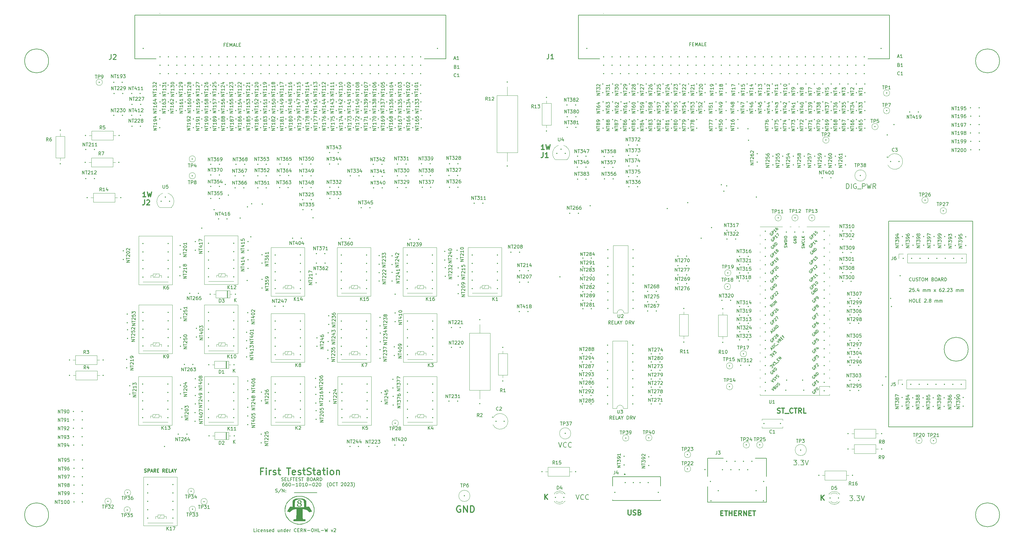
<source format=gto>
%TF.GenerationSoftware,KiCad,Pcbnew,7.0.5*%
%TF.CreationDate,2023-10-26T11:03:58-04:00*%
%TF.ProjectId,selftest_bd,73656c66-7465-4737-945f-62642e6b6963,2.0*%
%TF.SameCoordinates,Original*%
%TF.FileFunction,Legend,Top*%
%TF.FilePolarity,Positive*%
%FSLAX46Y46*%
G04 Gerber Fmt 4.6, Leading zero omitted, Abs format (unit mm)*
G04 Created by KiCad (PCBNEW 7.0.5) date 2023-10-26 11:03:58*
%MOMM*%
%LPD*%
G01*
G04 APERTURE LIST*
%ADD10C,0.150000*%
%ADD11C,0.200000*%
%ADD12C,0.300000*%
%ADD13C,0.250000*%
%ADD14C,0.254000*%
%ADD15C,0.120000*%
%ADD16C,0.100000*%
%ADD17C,0.127000*%
%ADD18C,0.350000*%
G04 APERTURE END LIST*
D10*
X297269500Y-6350000D02*
G75*
G03*
X297269500Y-6350000I-3619500J0D01*
G01*
X263753800Y-54830400D02*
X289153800Y-54830400D01*
X289153800Y-117060400D01*
X263753800Y-117060400D01*
X263753800Y-54830400D01*
X287789500Y-93570000D02*
G75*
G03*
X287789500Y-93570000I-3619500J0D01*
G01*
X9969500Y-143650000D02*
G75*
G03*
X9969500Y-143650000I-3619500J0D01*
G01*
X9969500Y-6350000D02*
G75*
G03*
X9969500Y-6350000I-3619500J0D01*
G01*
X297269500Y-143650000D02*
G75*
G03*
X297269500Y-143650000I-3619500J0D01*
G01*
D11*
X251958463Y-137896228D02*
X252887035Y-137896228D01*
X252887035Y-137896228D02*
X252387035Y-138467657D01*
X252387035Y-138467657D02*
X252601320Y-138467657D01*
X252601320Y-138467657D02*
X252744178Y-138539085D01*
X252744178Y-138539085D02*
X252815606Y-138610514D01*
X252815606Y-138610514D02*
X252887035Y-138753371D01*
X252887035Y-138753371D02*
X252887035Y-139110514D01*
X252887035Y-139110514D02*
X252815606Y-139253371D01*
X252815606Y-139253371D02*
X252744178Y-139324800D01*
X252744178Y-139324800D02*
X252601320Y-139396228D01*
X252601320Y-139396228D02*
X252172749Y-139396228D01*
X252172749Y-139396228D02*
X252029892Y-139324800D01*
X252029892Y-139324800D02*
X251958463Y-139253371D01*
X253529891Y-139253371D02*
X253601320Y-139324800D01*
X253601320Y-139324800D02*
X253529891Y-139396228D01*
X253529891Y-139396228D02*
X253458463Y-139324800D01*
X253458463Y-139324800D02*
X253529891Y-139253371D01*
X253529891Y-139253371D02*
X253529891Y-139396228D01*
X254101320Y-137896228D02*
X255029892Y-137896228D01*
X255029892Y-137896228D02*
X254529892Y-138467657D01*
X254529892Y-138467657D02*
X254744177Y-138467657D01*
X254744177Y-138467657D02*
X254887035Y-138539085D01*
X254887035Y-138539085D02*
X254958463Y-138610514D01*
X254958463Y-138610514D02*
X255029892Y-138753371D01*
X255029892Y-138753371D02*
X255029892Y-139110514D01*
X255029892Y-139110514D02*
X254958463Y-139253371D01*
X254958463Y-139253371D02*
X254887035Y-139324800D01*
X254887035Y-139324800D02*
X254744177Y-139396228D01*
X254744177Y-139396228D02*
X254315606Y-139396228D01*
X254315606Y-139396228D02*
X254172749Y-139324800D01*
X254172749Y-139324800D02*
X254101320Y-139253371D01*
X255458463Y-137896228D02*
X255958463Y-139396228D01*
X255958463Y-139396228D02*
X256458463Y-137896228D01*
X250983720Y-44959028D02*
X250983720Y-43459028D01*
X250983720Y-43459028D02*
X251340863Y-43459028D01*
X251340863Y-43459028D02*
X251555149Y-43530457D01*
X251555149Y-43530457D02*
X251698006Y-43673314D01*
X251698006Y-43673314D02*
X251769435Y-43816171D01*
X251769435Y-43816171D02*
X251840863Y-44101885D01*
X251840863Y-44101885D02*
X251840863Y-44316171D01*
X251840863Y-44316171D02*
X251769435Y-44601885D01*
X251769435Y-44601885D02*
X251698006Y-44744742D01*
X251698006Y-44744742D02*
X251555149Y-44887600D01*
X251555149Y-44887600D02*
X251340863Y-44959028D01*
X251340863Y-44959028D02*
X250983720Y-44959028D01*
X252483720Y-44959028D02*
X252483720Y-43459028D01*
X253983721Y-43530457D02*
X253840864Y-43459028D01*
X253840864Y-43459028D02*
X253626578Y-43459028D01*
X253626578Y-43459028D02*
X253412292Y-43530457D01*
X253412292Y-43530457D02*
X253269435Y-43673314D01*
X253269435Y-43673314D02*
X253198006Y-43816171D01*
X253198006Y-43816171D02*
X253126578Y-44101885D01*
X253126578Y-44101885D02*
X253126578Y-44316171D01*
X253126578Y-44316171D02*
X253198006Y-44601885D01*
X253198006Y-44601885D02*
X253269435Y-44744742D01*
X253269435Y-44744742D02*
X253412292Y-44887600D01*
X253412292Y-44887600D02*
X253626578Y-44959028D01*
X253626578Y-44959028D02*
X253769435Y-44959028D01*
X253769435Y-44959028D02*
X253983721Y-44887600D01*
X253983721Y-44887600D02*
X254055149Y-44816171D01*
X254055149Y-44816171D02*
X254055149Y-44316171D01*
X254055149Y-44316171D02*
X253769435Y-44316171D01*
X254340864Y-45101885D02*
X255483721Y-45101885D01*
X255840863Y-44959028D02*
X255840863Y-43459028D01*
X255840863Y-43459028D02*
X256412292Y-43459028D01*
X256412292Y-43459028D02*
X256555149Y-43530457D01*
X256555149Y-43530457D02*
X256626578Y-43601885D01*
X256626578Y-43601885D02*
X256698006Y-43744742D01*
X256698006Y-43744742D02*
X256698006Y-43959028D01*
X256698006Y-43959028D02*
X256626578Y-44101885D01*
X256626578Y-44101885D02*
X256555149Y-44173314D01*
X256555149Y-44173314D02*
X256412292Y-44244742D01*
X256412292Y-44244742D02*
X255840863Y-44244742D01*
X257198006Y-43459028D02*
X257555149Y-44959028D01*
X257555149Y-44959028D02*
X257840863Y-43887600D01*
X257840863Y-43887600D02*
X258126578Y-44959028D01*
X258126578Y-44959028D02*
X258483721Y-43459028D01*
X259912292Y-44959028D02*
X259412292Y-44244742D01*
X259055149Y-44959028D02*
X259055149Y-43459028D01*
X259055149Y-43459028D02*
X259626578Y-43459028D01*
X259626578Y-43459028D02*
X259769435Y-43530457D01*
X259769435Y-43530457D02*
X259840864Y-43601885D01*
X259840864Y-43601885D02*
X259912292Y-43744742D01*
X259912292Y-43744742D02*
X259912292Y-43959028D01*
X259912292Y-43959028D02*
X259840864Y-44101885D01*
X259840864Y-44101885D02*
X259769435Y-44173314D01*
X259769435Y-44173314D02*
X259626578Y-44244742D01*
X259626578Y-44244742D02*
X259055149Y-44244742D01*
D10*
X267069407Y-10518645D02*
X267021788Y-10566265D01*
X267021788Y-10566265D02*
X266878931Y-10613884D01*
X266878931Y-10613884D02*
X266783693Y-10613884D01*
X266783693Y-10613884D02*
X266640836Y-10566265D01*
X266640836Y-10566265D02*
X266545598Y-10471026D01*
X266545598Y-10471026D02*
X266497979Y-10375788D01*
X266497979Y-10375788D02*
X266450360Y-10185312D01*
X266450360Y-10185312D02*
X266450360Y-10042455D01*
X266450360Y-10042455D02*
X266497979Y-9851979D01*
X266497979Y-9851979D02*
X266545598Y-9756741D01*
X266545598Y-9756741D02*
X266640836Y-9661503D01*
X266640836Y-9661503D02*
X266783693Y-9613884D01*
X266783693Y-9613884D02*
X266878931Y-9613884D01*
X266878931Y-9613884D02*
X267021788Y-9661503D01*
X267021788Y-9661503D02*
X267069407Y-9709122D01*
X268021788Y-10613884D02*
X267450360Y-10613884D01*
X267736074Y-10613884D02*
X267736074Y-9613884D01*
X267736074Y-9613884D02*
X267640836Y-9756741D01*
X267640836Y-9756741D02*
X267545598Y-9851979D01*
X267545598Y-9851979D02*
X267450360Y-9899598D01*
X180080007Y-114771219D02*
X179746674Y-114295028D01*
X179508579Y-114771219D02*
X179508579Y-113771219D01*
X179508579Y-113771219D02*
X179889531Y-113771219D01*
X179889531Y-113771219D02*
X179984769Y-113818838D01*
X179984769Y-113818838D02*
X180032388Y-113866457D01*
X180032388Y-113866457D02*
X180080007Y-113961695D01*
X180080007Y-113961695D02*
X180080007Y-114104552D01*
X180080007Y-114104552D02*
X180032388Y-114199790D01*
X180032388Y-114199790D02*
X179984769Y-114247409D01*
X179984769Y-114247409D02*
X179889531Y-114295028D01*
X179889531Y-114295028D02*
X179508579Y-114295028D01*
X180508579Y-114247409D02*
X180841912Y-114247409D01*
X180984769Y-114771219D02*
X180508579Y-114771219D01*
X180508579Y-114771219D02*
X180508579Y-113771219D01*
X180508579Y-113771219D02*
X180984769Y-113771219D01*
X181889531Y-114771219D02*
X181413341Y-114771219D01*
X181413341Y-114771219D02*
X181413341Y-113771219D01*
X182175246Y-114485504D02*
X182651436Y-114485504D01*
X182080008Y-114771219D02*
X182413341Y-113771219D01*
X182413341Y-113771219D02*
X182746674Y-114771219D01*
X183270484Y-114295028D02*
X183270484Y-114771219D01*
X182937151Y-113771219D02*
X183270484Y-114295028D01*
X183270484Y-114295028D02*
X183603817Y-113771219D01*
X184699056Y-114771219D02*
X184699056Y-113771219D01*
X184699056Y-113771219D02*
X184937151Y-113771219D01*
X184937151Y-113771219D02*
X185080008Y-113818838D01*
X185080008Y-113818838D02*
X185175246Y-113914076D01*
X185175246Y-113914076D02*
X185222865Y-114009314D01*
X185222865Y-114009314D02*
X185270484Y-114199790D01*
X185270484Y-114199790D02*
X185270484Y-114342647D01*
X185270484Y-114342647D02*
X185222865Y-114533123D01*
X185222865Y-114533123D02*
X185175246Y-114628361D01*
X185175246Y-114628361D02*
X185080008Y-114723600D01*
X185080008Y-114723600D02*
X184937151Y-114771219D01*
X184937151Y-114771219D02*
X184699056Y-114771219D01*
X186270484Y-114771219D02*
X185937151Y-114295028D01*
X185699056Y-114771219D02*
X185699056Y-113771219D01*
X185699056Y-113771219D02*
X186080008Y-113771219D01*
X186080008Y-113771219D02*
X186175246Y-113818838D01*
X186175246Y-113818838D02*
X186222865Y-113866457D01*
X186222865Y-113866457D02*
X186270484Y-113961695D01*
X186270484Y-113961695D02*
X186270484Y-114104552D01*
X186270484Y-114104552D02*
X186222865Y-114199790D01*
X186222865Y-114199790D02*
X186175246Y-114247409D01*
X186175246Y-114247409D02*
X186080008Y-114295028D01*
X186080008Y-114295028D02*
X185699056Y-114295028D01*
X186556199Y-113771219D02*
X186889532Y-114771219D01*
X186889532Y-114771219D02*
X187222865Y-113771219D01*
X133077807Y-11073245D02*
X133030188Y-11120865D01*
X133030188Y-11120865D02*
X132887331Y-11168484D01*
X132887331Y-11168484D02*
X132792093Y-11168484D01*
X132792093Y-11168484D02*
X132649236Y-11120865D01*
X132649236Y-11120865D02*
X132553998Y-11025626D01*
X132553998Y-11025626D02*
X132506379Y-10930388D01*
X132506379Y-10930388D02*
X132458760Y-10739912D01*
X132458760Y-10739912D02*
X132458760Y-10597055D01*
X132458760Y-10597055D02*
X132506379Y-10406579D01*
X132506379Y-10406579D02*
X132553998Y-10311341D01*
X132553998Y-10311341D02*
X132649236Y-10216103D01*
X132649236Y-10216103D02*
X132792093Y-10168484D01*
X132792093Y-10168484D02*
X132887331Y-10168484D01*
X132887331Y-10168484D02*
X133030188Y-10216103D01*
X133030188Y-10216103D02*
X133077807Y-10263722D01*
X134030188Y-11168484D02*
X133458760Y-11168484D01*
X133744474Y-11168484D02*
X133744474Y-10168484D01*
X133744474Y-10168484D02*
X133649236Y-10311341D01*
X133649236Y-10311341D02*
X133553998Y-10406579D01*
X133553998Y-10406579D02*
X133458760Y-10454198D01*
X78540942Y-136771600D02*
X78683799Y-136819219D01*
X78683799Y-136819219D02*
X78921894Y-136819219D01*
X78921894Y-136819219D02*
X79017132Y-136771600D01*
X79017132Y-136771600D02*
X79064751Y-136723980D01*
X79064751Y-136723980D02*
X79112370Y-136628742D01*
X79112370Y-136628742D02*
X79112370Y-136533504D01*
X79112370Y-136533504D02*
X79064751Y-136438266D01*
X79064751Y-136438266D02*
X79017132Y-136390647D01*
X79017132Y-136390647D02*
X78921894Y-136343028D01*
X78921894Y-136343028D02*
X78731418Y-136295409D01*
X78731418Y-136295409D02*
X78636180Y-136247790D01*
X78636180Y-136247790D02*
X78588561Y-136200171D01*
X78588561Y-136200171D02*
X78540942Y-136104933D01*
X78540942Y-136104933D02*
X78540942Y-136009695D01*
X78540942Y-136009695D02*
X78588561Y-135914457D01*
X78588561Y-135914457D02*
X78636180Y-135866838D01*
X78636180Y-135866838D02*
X78731418Y-135819219D01*
X78731418Y-135819219D02*
X78969513Y-135819219D01*
X78969513Y-135819219D02*
X79112370Y-135866838D01*
X80255227Y-135771600D02*
X79398085Y-137057314D01*
X80588561Y-136819219D02*
X80588561Y-135819219D01*
X80588561Y-135819219D02*
X81159989Y-136819219D01*
X81159989Y-136819219D02*
X81159989Y-135819219D01*
X81636180Y-136723980D02*
X81683799Y-136771600D01*
X81683799Y-136771600D02*
X81636180Y-136819219D01*
X81636180Y-136819219D02*
X81588561Y-136771600D01*
X81588561Y-136771600D02*
X81636180Y-136723980D01*
X81636180Y-136723980D02*
X81636180Y-136819219D01*
X81636180Y-136200171D02*
X81683799Y-136247790D01*
X81683799Y-136247790D02*
X81636180Y-136295409D01*
X81636180Y-136295409D02*
X81588561Y-136247790D01*
X81588561Y-136247790D02*
X81636180Y-136200171D01*
X81636180Y-136200171D02*
X81636180Y-136295409D01*
X84159990Y-136914457D02*
X84921894Y-136914457D01*
X84921895Y-136914457D02*
X85683799Y-136914457D01*
X85683800Y-136914457D02*
X86445704Y-136914457D01*
X86445705Y-136914457D02*
X87207609Y-136914457D01*
X87207610Y-136914457D02*
X87969514Y-136914457D01*
X87969515Y-136914457D02*
X88731419Y-136914457D01*
X88731420Y-136914457D02*
X89493324Y-136914457D01*
X89493325Y-136914457D02*
X90255229Y-136914457D01*
X90255230Y-136914457D02*
X91017134Y-136914457D01*
D11*
X235067463Y-127101228D02*
X235996035Y-127101228D01*
X235996035Y-127101228D02*
X235496035Y-127672657D01*
X235496035Y-127672657D02*
X235710320Y-127672657D01*
X235710320Y-127672657D02*
X235853178Y-127744085D01*
X235853178Y-127744085D02*
X235924606Y-127815514D01*
X235924606Y-127815514D02*
X235996035Y-127958371D01*
X235996035Y-127958371D02*
X235996035Y-128315514D01*
X235996035Y-128315514D02*
X235924606Y-128458371D01*
X235924606Y-128458371D02*
X235853178Y-128529800D01*
X235853178Y-128529800D02*
X235710320Y-128601228D01*
X235710320Y-128601228D02*
X235281749Y-128601228D01*
X235281749Y-128601228D02*
X235138892Y-128529800D01*
X235138892Y-128529800D02*
X235067463Y-128458371D01*
X236638891Y-128458371D02*
X236710320Y-128529800D01*
X236710320Y-128529800D02*
X236638891Y-128601228D01*
X236638891Y-128601228D02*
X236567463Y-128529800D01*
X236567463Y-128529800D02*
X236638891Y-128458371D01*
X236638891Y-128458371D02*
X236638891Y-128601228D01*
X237210320Y-127101228D02*
X238138892Y-127101228D01*
X238138892Y-127101228D02*
X237638892Y-127672657D01*
X237638892Y-127672657D02*
X237853177Y-127672657D01*
X237853177Y-127672657D02*
X237996035Y-127744085D01*
X237996035Y-127744085D02*
X238067463Y-127815514D01*
X238067463Y-127815514D02*
X238138892Y-127958371D01*
X238138892Y-127958371D02*
X238138892Y-128315514D01*
X238138892Y-128315514D02*
X238067463Y-128458371D01*
X238067463Y-128458371D02*
X237996035Y-128529800D01*
X237996035Y-128529800D02*
X237853177Y-128601228D01*
X237853177Y-128601228D02*
X237424606Y-128601228D01*
X237424606Y-128601228D02*
X237281749Y-128529800D01*
X237281749Y-128529800D02*
X237210320Y-128458371D01*
X238567463Y-127101228D02*
X239067463Y-128601228D01*
X239067463Y-128601228D02*
X239567463Y-127101228D01*
D10*
X203964533Y-1305074D02*
X203631200Y-1305074D01*
X203631200Y-1828884D02*
X203631200Y-828884D01*
X203631200Y-828884D02*
X204107390Y-828884D01*
X204488343Y-1305074D02*
X204821676Y-1305074D01*
X204964533Y-1828884D02*
X204488343Y-1828884D01*
X204488343Y-1828884D02*
X204488343Y-828884D01*
X204488343Y-828884D02*
X204964533Y-828884D01*
X205393105Y-1828884D02*
X205393105Y-828884D01*
X205393105Y-828884D02*
X205726438Y-1543169D01*
X205726438Y-1543169D02*
X206059771Y-828884D01*
X206059771Y-828884D02*
X206059771Y-1828884D01*
X206488343Y-1543169D02*
X206964533Y-1543169D01*
X206393105Y-1828884D02*
X206726438Y-828884D01*
X206726438Y-828884D02*
X207059771Y-1828884D01*
X207869295Y-1828884D02*
X207393105Y-1828884D01*
X207393105Y-1828884D02*
X207393105Y-828884D01*
X208202629Y-1305074D02*
X208535962Y-1305074D01*
X208678819Y-1828884D02*
X208202629Y-1828884D01*
X208202629Y-1828884D02*
X208202629Y-828884D01*
X208202629Y-828884D02*
X208678819Y-828884D01*
X266450360Y-5088169D02*
X266926550Y-5088169D01*
X266355122Y-5373884D02*
X266688455Y-4373884D01*
X266688455Y-4373884D02*
X267021788Y-5373884D01*
X267878931Y-5373884D02*
X267307503Y-5373884D01*
X267593217Y-5373884D02*
X267593217Y-4373884D01*
X267593217Y-4373884D02*
X267497979Y-4516741D01*
X267497979Y-4516741D02*
X267402741Y-4611979D01*
X267402741Y-4611979D02*
X267307503Y-4659598D01*
D12*
X213051110Y-143126514D02*
X213551110Y-143126514D01*
X213765396Y-143912228D02*
X213051110Y-143912228D01*
X213051110Y-143912228D02*
X213051110Y-142412228D01*
X213051110Y-142412228D02*
X213765396Y-142412228D01*
X214193968Y-142412228D02*
X215051111Y-142412228D01*
X214622539Y-143912228D02*
X214622539Y-142412228D01*
X215551110Y-143912228D02*
X215551110Y-142412228D01*
X215551110Y-143126514D02*
X216408253Y-143126514D01*
X216408253Y-143912228D02*
X216408253Y-142412228D01*
X217122539Y-143126514D02*
X217622539Y-143126514D01*
X217836825Y-143912228D02*
X217122539Y-143912228D01*
X217122539Y-143912228D02*
X217122539Y-142412228D01*
X217122539Y-142412228D02*
X217836825Y-142412228D01*
X219336825Y-143912228D02*
X218836825Y-143197942D01*
X218479682Y-143912228D02*
X218479682Y-142412228D01*
X218479682Y-142412228D02*
X219051111Y-142412228D01*
X219051111Y-142412228D02*
X219193968Y-142483657D01*
X219193968Y-142483657D02*
X219265397Y-142555085D01*
X219265397Y-142555085D02*
X219336825Y-142697942D01*
X219336825Y-142697942D02*
X219336825Y-142912228D01*
X219336825Y-142912228D02*
X219265397Y-143055085D01*
X219265397Y-143055085D02*
X219193968Y-143126514D01*
X219193968Y-143126514D02*
X219051111Y-143197942D01*
X219051111Y-143197942D02*
X218479682Y-143197942D01*
X219979682Y-143912228D02*
X219979682Y-142412228D01*
X219979682Y-142412228D02*
X220836825Y-143912228D01*
X220836825Y-143912228D02*
X220836825Y-142412228D01*
X221551111Y-143126514D02*
X222051111Y-143126514D01*
X222265397Y-143912228D02*
X221551111Y-143912228D01*
X221551111Y-143912228D02*
X221551111Y-142412228D01*
X221551111Y-142412228D02*
X222265397Y-142412228D01*
X222693969Y-142412228D02*
X223551112Y-142412228D01*
X223122540Y-143912228D02*
X223122540Y-142412228D01*
D10*
X266831312Y-7580074D02*
X266974169Y-7627693D01*
X266974169Y-7627693D02*
X267021788Y-7675312D01*
X267021788Y-7675312D02*
X267069407Y-7770550D01*
X267069407Y-7770550D02*
X267069407Y-7913407D01*
X267069407Y-7913407D02*
X267021788Y-8008645D01*
X267021788Y-8008645D02*
X266974169Y-8056265D01*
X266974169Y-8056265D02*
X266878931Y-8103884D01*
X266878931Y-8103884D02*
X266497979Y-8103884D01*
X266497979Y-8103884D02*
X266497979Y-7103884D01*
X266497979Y-7103884D02*
X266831312Y-7103884D01*
X266831312Y-7103884D02*
X266926550Y-7151503D01*
X266926550Y-7151503D02*
X266974169Y-7199122D01*
X266974169Y-7199122D02*
X267021788Y-7294360D01*
X267021788Y-7294360D02*
X267021788Y-7389598D01*
X267021788Y-7389598D02*
X266974169Y-7484836D01*
X266974169Y-7484836D02*
X266926550Y-7532455D01*
X266926550Y-7532455D02*
X266831312Y-7580074D01*
X266831312Y-7580074D02*
X266497979Y-7580074D01*
X268021788Y-8103884D02*
X267450360Y-8103884D01*
X267736074Y-8103884D02*
X267736074Y-7103884D01*
X267736074Y-7103884D02*
X267640836Y-7246741D01*
X267640836Y-7246741D02*
X267545598Y-7341979D01*
X267545598Y-7341979D02*
X267450360Y-7389598D01*
X270631007Y-72828380D02*
X270583388Y-72876000D01*
X270583388Y-72876000D02*
X270440531Y-72923619D01*
X270440531Y-72923619D02*
X270345293Y-72923619D01*
X270345293Y-72923619D02*
X270202436Y-72876000D01*
X270202436Y-72876000D02*
X270107198Y-72780761D01*
X270107198Y-72780761D02*
X270059579Y-72685523D01*
X270059579Y-72685523D02*
X270011960Y-72495047D01*
X270011960Y-72495047D02*
X270011960Y-72352190D01*
X270011960Y-72352190D02*
X270059579Y-72161714D01*
X270059579Y-72161714D02*
X270107198Y-72066476D01*
X270107198Y-72066476D02*
X270202436Y-71971238D01*
X270202436Y-71971238D02*
X270345293Y-71923619D01*
X270345293Y-71923619D02*
X270440531Y-71923619D01*
X270440531Y-71923619D02*
X270583388Y-71971238D01*
X270583388Y-71971238D02*
X270631007Y-72018857D01*
X271059579Y-71923619D02*
X271059579Y-72733142D01*
X271059579Y-72733142D02*
X271107198Y-72828380D01*
X271107198Y-72828380D02*
X271154817Y-72876000D01*
X271154817Y-72876000D02*
X271250055Y-72923619D01*
X271250055Y-72923619D02*
X271440531Y-72923619D01*
X271440531Y-72923619D02*
X271535769Y-72876000D01*
X271535769Y-72876000D02*
X271583388Y-72828380D01*
X271583388Y-72828380D02*
X271631007Y-72733142D01*
X271631007Y-72733142D02*
X271631007Y-71923619D01*
X272059579Y-72876000D02*
X272202436Y-72923619D01*
X272202436Y-72923619D02*
X272440531Y-72923619D01*
X272440531Y-72923619D02*
X272535769Y-72876000D01*
X272535769Y-72876000D02*
X272583388Y-72828380D01*
X272583388Y-72828380D02*
X272631007Y-72733142D01*
X272631007Y-72733142D02*
X272631007Y-72637904D01*
X272631007Y-72637904D02*
X272583388Y-72542666D01*
X272583388Y-72542666D02*
X272535769Y-72495047D01*
X272535769Y-72495047D02*
X272440531Y-72447428D01*
X272440531Y-72447428D02*
X272250055Y-72399809D01*
X272250055Y-72399809D02*
X272154817Y-72352190D01*
X272154817Y-72352190D02*
X272107198Y-72304571D01*
X272107198Y-72304571D02*
X272059579Y-72209333D01*
X272059579Y-72209333D02*
X272059579Y-72114095D01*
X272059579Y-72114095D02*
X272107198Y-72018857D01*
X272107198Y-72018857D02*
X272154817Y-71971238D01*
X272154817Y-71971238D02*
X272250055Y-71923619D01*
X272250055Y-71923619D02*
X272488150Y-71923619D01*
X272488150Y-71923619D02*
X272631007Y-71971238D01*
X272916722Y-71923619D02*
X273488150Y-71923619D01*
X273202436Y-72923619D02*
X273202436Y-71923619D01*
X274011960Y-71923619D02*
X274202436Y-71923619D01*
X274202436Y-71923619D02*
X274297674Y-71971238D01*
X274297674Y-71971238D02*
X274392912Y-72066476D01*
X274392912Y-72066476D02*
X274440531Y-72256952D01*
X274440531Y-72256952D02*
X274440531Y-72590285D01*
X274440531Y-72590285D02*
X274392912Y-72780761D01*
X274392912Y-72780761D02*
X274297674Y-72876000D01*
X274297674Y-72876000D02*
X274202436Y-72923619D01*
X274202436Y-72923619D02*
X274011960Y-72923619D01*
X274011960Y-72923619D02*
X273916722Y-72876000D01*
X273916722Y-72876000D02*
X273821484Y-72780761D01*
X273821484Y-72780761D02*
X273773865Y-72590285D01*
X273773865Y-72590285D02*
X273773865Y-72256952D01*
X273773865Y-72256952D02*
X273821484Y-72066476D01*
X273821484Y-72066476D02*
X273916722Y-71971238D01*
X273916722Y-71971238D02*
X274011960Y-71923619D01*
X274869103Y-72923619D02*
X274869103Y-71923619D01*
X274869103Y-71923619D02*
X275202436Y-72637904D01*
X275202436Y-72637904D02*
X275535769Y-71923619D01*
X275535769Y-71923619D02*
X275535769Y-72923619D01*
X277107198Y-72399809D02*
X277250055Y-72447428D01*
X277250055Y-72447428D02*
X277297674Y-72495047D01*
X277297674Y-72495047D02*
X277345293Y-72590285D01*
X277345293Y-72590285D02*
X277345293Y-72733142D01*
X277345293Y-72733142D02*
X277297674Y-72828380D01*
X277297674Y-72828380D02*
X277250055Y-72876000D01*
X277250055Y-72876000D02*
X277154817Y-72923619D01*
X277154817Y-72923619D02*
X276773865Y-72923619D01*
X276773865Y-72923619D02*
X276773865Y-71923619D01*
X276773865Y-71923619D02*
X277107198Y-71923619D01*
X277107198Y-71923619D02*
X277202436Y-71971238D01*
X277202436Y-71971238D02*
X277250055Y-72018857D01*
X277250055Y-72018857D02*
X277297674Y-72114095D01*
X277297674Y-72114095D02*
X277297674Y-72209333D01*
X277297674Y-72209333D02*
X277250055Y-72304571D01*
X277250055Y-72304571D02*
X277202436Y-72352190D01*
X277202436Y-72352190D02*
X277107198Y-72399809D01*
X277107198Y-72399809D02*
X276773865Y-72399809D01*
X277964341Y-71923619D02*
X278154817Y-71923619D01*
X278154817Y-71923619D02*
X278250055Y-71971238D01*
X278250055Y-71971238D02*
X278345293Y-72066476D01*
X278345293Y-72066476D02*
X278392912Y-72256952D01*
X278392912Y-72256952D02*
X278392912Y-72590285D01*
X278392912Y-72590285D02*
X278345293Y-72780761D01*
X278345293Y-72780761D02*
X278250055Y-72876000D01*
X278250055Y-72876000D02*
X278154817Y-72923619D01*
X278154817Y-72923619D02*
X277964341Y-72923619D01*
X277964341Y-72923619D02*
X277869103Y-72876000D01*
X277869103Y-72876000D02*
X277773865Y-72780761D01*
X277773865Y-72780761D02*
X277726246Y-72590285D01*
X277726246Y-72590285D02*
X277726246Y-72256952D01*
X277726246Y-72256952D02*
X277773865Y-72066476D01*
X277773865Y-72066476D02*
X277869103Y-71971238D01*
X277869103Y-71971238D02*
X277964341Y-71923619D01*
X278773865Y-72637904D02*
X279250055Y-72637904D01*
X278678627Y-72923619D02*
X279011960Y-71923619D01*
X279011960Y-71923619D02*
X279345293Y-72923619D01*
X280250055Y-72923619D02*
X279916722Y-72447428D01*
X279678627Y-72923619D02*
X279678627Y-71923619D01*
X279678627Y-71923619D02*
X280059579Y-71923619D01*
X280059579Y-71923619D02*
X280154817Y-71971238D01*
X280154817Y-71971238D02*
X280202436Y-72018857D01*
X280202436Y-72018857D02*
X280250055Y-72114095D01*
X280250055Y-72114095D02*
X280250055Y-72256952D01*
X280250055Y-72256952D02*
X280202436Y-72352190D01*
X280202436Y-72352190D02*
X280154817Y-72399809D01*
X280154817Y-72399809D02*
X280059579Y-72447428D01*
X280059579Y-72447428D02*
X279678627Y-72447428D01*
X280678627Y-72923619D02*
X280678627Y-71923619D01*
X280678627Y-71923619D02*
X280916722Y-71923619D01*
X280916722Y-71923619D02*
X281059579Y-71971238D01*
X281059579Y-71971238D02*
X281154817Y-72066476D01*
X281154817Y-72066476D02*
X281202436Y-72161714D01*
X281202436Y-72161714D02*
X281250055Y-72352190D01*
X281250055Y-72352190D02*
X281250055Y-72495047D01*
X281250055Y-72495047D02*
X281202436Y-72685523D01*
X281202436Y-72685523D02*
X281154817Y-72780761D01*
X281154817Y-72780761D02*
X281059579Y-72876000D01*
X281059579Y-72876000D02*
X280916722Y-72923619D01*
X280916722Y-72923619D02*
X280678627Y-72923619D01*
X270011960Y-75238857D02*
X270059579Y-75191238D01*
X270059579Y-75191238D02*
X270154817Y-75143619D01*
X270154817Y-75143619D02*
X270392912Y-75143619D01*
X270392912Y-75143619D02*
X270488150Y-75191238D01*
X270488150Y-75191238D02*
X270535769Y-75238857D01*
X270535769Y-75238857D02*
X270583388Y-75334095D01*
X270583388Y-75334095D02*
X270583388Y-75429333D01*
X270583388Y-75429333D02*
X270535769Y-75572190D01*
X270535769Y-75572190D02*
X269964341Y-76143619D01*
X269964341Y-76143619D02*
X270583388Y-76143619D01*
X271488150Y-75143619D02*
X271011960Y-75143619D01*
X271011960Y-75143619D02*
X270964341Y-75619809D01*
X270964341Y-75619809D02*
X271011960Y-75572190D01*
X271011960Y-75572190D02*
X271107198Y-75524571D01*
X271107198Y-75524571D02*
X271345293Y-75524571D01*
X271345293Y-75524571D02*
X271440531Y-75572190D01*
X271440531Y-75572190D02*
X271488150Y-75619809D01*
X271488150Y-75619809D02*
X271535769Y-75715047D01*
X271535769Y-75715047D02*
X271535769Y-75953142D01*
X271535769Y-75953142D02*
X271488150Y-76048380D01*
X271488150Y-76048380D02*
X271440531Y-76096000D01*
X271440531Y-76096000D02*
X271345293Y-76143619D01*
X271345293Y-76143619D02*
X271107198Y-76143619D01*
X271107198Y-76143619D02*
X271011960Y-76096000D01*
X271011960Y-76096000D02*
X270964341Y-76048380D01*
X271964341Y-76048380D02*
X272011960Y-76096000D01*
X272011960Y-76096000D02*
X271964341Y-76143619D01*
X271964341Y-76143619D02*
X271916722Y-76096000D01*
X271916722Y-76096000D02*
X271964341Y-76048380D01*
X271964341Y-76048380D02*
X271964341Y-76143619D01*
X272869102Y-75476952D02*
X272869102Y-76143619D01*
X272631007Y-75096000D02*
X272392912Y-75810285D01*
X272392912Y-75810285D02*
X273011959Y-75810285D01*
X274154817Y-76143619D02*
X274154817Y-75476952D01*
X274154817Y-75572190D02*
X274202436Y-75524571D01*
X274202436Y-75524571D02*
X274297674Y-75476952D01*
X274297674Y-75476952D02*
X274440531Y-75476952D01*
X274440531Y-75476952D02*
X274535769Y-75524571D01*
X274535769Y-75524571D02*
X274583388Y-75619809D01*
X274583388Y-75619809D02*
X274583388Y-76143619D01*
X274583388Y-75619809D02*
X274631007Y-75524571D01*
X274631007Y-75524571D02*
X274726245Y-75476952D01*
X274726245Y-75476952D02*
X274869102Y-75476952D01*
X274869102Y-75476952D02*
X274964341Y-75524571D01*
X274964341Y-75524571D02*
X275011960Y-75619809D01*
X275011960Y-75619809D02*
X275011960Y-76143619D01*
X275488150Y-76143619D02*
X275488150Y-75476952D01*
X275488150Y-75572190D02*
X275535769Y-75524571D01*
X275535769Y-75524571D02*
X275631007Y-75476952D01*
X275631007Y-75476952D02*
X275773864Y-75476952D01*
X275773864Y-75476952D02*
X275869102Y-75524571D01*
X275869102Y-75524571D02*
X275916721Y-75619809D01*
X275916721Y-75619809D02*
X275916721Y-76143619D01*
X275916721Y-75619809D02*
X275964340Y-75524571D01*
X275964340Y-75524571D02*
X276059578Y-75476952D01*
X276059578Y-75476952D02*
X276202435Y-75476952D01*
X276202435Y-75476952D02*
X276297674Y-75524571D01*
X276297674Y-75524571D02*
X276345293Y-75619809D01*
X276345293Y-75619809D02*
X276345293Y-76143619D01*
X277488150Y-76143619D02*
X278011959Y-75476952D01*
X277488150Y-75476952D02*
X278011959Y-76143619D01*
X279583388Y-75143619D02*
X279392912Y-75143619D01*
X279392912Y-75143619D02*
X279297674Y-75191238D01*
X279297674Y-75191238D02*
X279250055Y-75238857D01*
X279250055Y-75238857D02*
X279154817Y-75381714D01*
X279154817Y-75381714D02*
X279107198Y-75572190D01*
X279107198Y-75572190D02*
X279107198Y-75953142D01*
X279107198Y-75953142D02*
X279154817Y-76048380D01*
X279154817Y-76048380D02*
X279202436Y-76096000D01*
X279202436Y-76096000D02*
X279297674Y-76143619D01*
X279297674Y-76143619D02*
X279488150Y-76143619D01*
X279488150Y-76143619D02*
X279583388Y-76096000D01*
X279583388Y-76096000D02*
X279631007Y-76048380D01*
X279631007Y-76048380D02*
X279678626Y-75953142D01*
X279678626Y-75953142D02*
X279678626Y-75715047D01*
X279678626Y-75715047D02*
X279631007Y-75619809D01*
X279631007Y-75619809D02*
X279583388Y-75572190D01*
X279583388Y-75572190D02*
X279488150Y-75524571D01*
X279488150Y-75524571D02*
X279297674Y-75524571D01*
X279297674Y-75524571D02*
X279202436Y-75572190D01*
X279202436Y-75572190D02*
X279154817Y-75619809D01*
X279154817Y-75619809D02*
X279107198Y-75715047D01*
X280059579Y-75238857D02*
X280107198Y-75191238D01*
X280107198Y-75191238D02*
X280202436Y-75143619D01*
X280202436Y-75143619D02*
X280440531Y-75143619D01*
X280440531Y-75143619D02*
X280535769Y-75191238D01*
X280535769Y-75191238D02*
X280583388Y-75238857D01*
X280583388Y-75238857D02*
X280631007Y-75334095D01*
X280631007Y-75334095D02*
X280631007Y-75429333D01*
X280631007Y-75429333D02*
X280583388Y-75572190D01*
X280583388Y-75572190D02*
X280011960Y-76143619D01*
X280011960Y-76143619D02*
X280631007Y-76143619D01*
X281059579Y-76048380D02*
X281107198Y-76096000D01*
X281107198Y-76096000D02*
X281059579Y-76143619D01*
X281059579Y-76143619D02*
X281011960Y-76096000D01*
X281011960Y-76096000D02*
X281059579Y-76048380D01*
X281059579Y-76048380D02*
X281059579Y-76143619D01*
X281488150Y-75238857D02*
X281535769Y-75191238D01*
X281535769Y-75191238D02*
X281631007Y-75143619D01*
X281631007Y-75143619D02*
X281869102Y-75143619D01*
X281869102Y-75143619D02*
X281964340Y-75191238D01*
X281964340Y-75191238D02*
X282011959Y-75238857D01*
X282011959Y-75238857D02*
X282059578Y-75334095D01*
X282059578Y-75334095D02*
X282059578Y-75429333D01*
X282059578Y-75429333D02*
X282011959Y-75572190D01*
X282011959Y-75572190D02*
X281440531Y-76143619D01*
X281440531Y-76143619D02*
X282059578Y-76143619D01*
X282392912Y-75143619D02*
X283011959Y-75143619D01*
X283011959Y-75143619D02*
X282678626Y-75524571D01*
X282678626Y-75524571D02*
X282821483Y-75524571D01*
X282821483Y-75524571D02*
X282916721Y-75572190D01*
X282916721Y-75572190D02*
X282964340Y-75619809D01*
X282964340Y-75619809D02*
X283011959Y-75715047D01*
X283011959Y-75715047D02*
X283011959Y-75953142D01*
X283011959Y-75953142D02*
X282964340Y-76048380D01*
X282964340Y-76048380D02*
X282916721Y-76096000D01*
X282916721Y-76096000D02*
X282821483Y-76143619D01*
X282821483Y-76143619D02*
X282535769Y-76143619D01*
X282535769Y-76143619D02*
X282440531Y-76096000D01*
X282440531Y-76096000D02*
X282392912Y-76048380D01*
X284202436Y-76143619D02*
X284202436Y-75476952D01*
X284202436Y-75572190D02*
X284250055Y-75524571D01*
X284250055Y-75524571D02*
X284345293Y-75476952D01*
X284345293Y-75476952D02*
X284488150Y-75476952D01*
X284488150Y-75476952D02*
X284583388Y-75524571D01*
X284583388Y-75524571D02*
X284631007Y-75619809D01*
X284631007Y-75619809D02*
X284631007Y-76143619D01*
X284631007Y-75619809D02*
X284678626Y-75524571D01*
X284678626Y-75524571D02*
X284773864Y-75476952D01*
X284773864Y-75476952D02*
X284916721Y-75476952D01*
X284916721Y-75476952D02*
X285011960Y-75524571D01*
X285011960Y-75524571D02*
X285059579Y-75619809D01*
X285059579Y-75619809D02*
X285059579Y-76143619D01*
X285535769Y-76143619D02*
X285535769Y-75476952D01*
X285535769Y-75572190D02*
X285583388Y-75524571D01*
X285583388Y-75524571D02*
X285678626Y-75476952D01*
X285678626Y-75476952D02*
X285821483Y-75476952D01*
X285821483Y-75476952D02*
X285916721Y-75524571D01*
X285916721Y-75524571D02*
X285964340Y-75619809D01*
X285964340Y-75619809D02*
X285964340Y-76143619D01*
X285964340Y-75619809D02*
X286011959Y-75524571D01*
X286011959Y-75524571D02*
X286107197Y-75476952D01*
X286107197Y-75476952D02*
X286250054Y-75476952D01*
X286250054Y-75476952D02*
X286345293Y-75524571D01*
X286345293Y-75524571D02*
X286392912Y-75619809D01*
X286392912Y-75619809D02*
X286392912Y-76143619D01*
X270059579Y-79363619D02*
X270059579Y-78363619D01*
X270059579Y-78839809D02*
X270631007Y-78839809D01*
X270631007Y-79363619D02*
X270631007Y-78363619D01*
X271297674Y-78363619D02*
X271488150Y-78363619D01*
X271488150Y-78363619D02*
X271583388Y-78411238D01*
X271583388Y-78411238D02*
X271678626Y-78506476D01*
X271678626Y-78506476D02*
X271726245Y-78696952D01*
X271726245Y-78696952D02*
X271726245Y-79030285D01*
X271726245Y-79030285D02*
X271678626Y-79220761D01*
X271678626Y-79220761D02*
X271583388Y-79316000D01*
X271583388Y-79316000D02*
X271488150Y-79363619D01*
X271488150Y-79363619D02*
X271297674Y-79363619D01*
X271297674Y-79363619D02*
X271202436Y-79316000D01*
X271202436Y-79316000D02*
X271107198Y-79220761D01*
X271107198Y-79220761D02*
X271059579Y-79030285D01*
X271059579Y-79030285D02*
X271059579Y-78696952D01*
X271059579Y-78696952D02*
X271107198Y-78506476D01*
X271107198Y-78506476D02*
X271202436Y-78411238D01*
X271202436Y-78411238D02*
X271297674Y-78363619D01*
X272631007Y-79363619D02*
X272154817Y-79363619D01*
X272154817Y-79363619D02*
X272154817Y-78363619D01*
X272964341Y-78839809D02*
X273297674Y-78839809D01*
X273440531Y-79363619D02*
X272964341Y-79363619D01*
X272964341Y-79363619D02*
X272964341Y-78363619D01*
X272964341Y-78363619D02*
X273440531Y-78363619D01*
X274583389Y-78458857D02*
X274631008Y-78411238D01*
X274631008Y-78411238D02*
X274726246Y-78363619D01*
X274726246Y-78363619D02*
X274964341Y-78363619D01*
X274964341Y-78363619D02*
X275059579Y-78411238D01*
X275059579Y-78411238D02*
X275107198Y-78458857D01*
X275107198Y-78458857D02*
X275154817Y-78554095D01*
X275154817Y-78554095D02*
X275154817Y-78649333D01*
X275154817Y-78649333D02*
X275107198Y-78792190D01*
X275107198Y-78792190D02*
X274535770Y-79363619D01*
X274535770Y-79363619D02*
X275154817Y-79363619D01*
X275583389Y-79268380D02*
X275631008Y-79316000D01*
X275631008Y-79316000D02*
X275583389Y-79363619D01*
X275583389Y-79363619D02*
X275535770Y-79316000D01*
X275535770Y-79316000D02*
X275583389Y-79268380D01*
X275583389Y-79268380D02*
X275583389Y-79363619D01*
X276202436Y-78792190D02*
X276107198Y-78744571D01*
X276107198Y-78744571D02*
X276059579Y-78696952D01*
X276059579Y-78696952D02*
X276011960Y-78601714D01*
X276011960Y-78601714D02*
X276011960Y-78554095D01*
X276011960Y-78554095D02*
X276059579Y-78458857D01*
X276059579Y-78458857D02*
X276107198Y-78411238D01*
X276107198Y-78411238D02*
X276202436Y-78363619D01*
X276202436Y-78363619D02*
X276392912Y-78363619D01*
X276392912Y-78363619D02*
X276488150Y-78411238D01*
X276488150Y-78411238D02*
X276535769Y-78458857D01*
X276535769Y-78458857D02*
X276583388Y-78554095D01*
X276583388Y-78554095D02*
X276583388Y-78601714D01*
X276583388Y-78601714D02*
X276535769Y-78696952D01*
X276535769Y-78696952D02*
X276488150Y-78744571D01*
X276488150Y-78744571D02*
X276392912Y-78792190D01*
X276392912Y-78792190D02*
X276202436Y-78792190D01*
X276202436Y-78792190D02*
X276107198Y-78839809D01*
X276107198Y-78839809D02*
X276059579Y-78887428D01*
X276059579Y-78887428D02*
X276011960Y-78982666D01*
X276011960Y-78982666D02*
X276011960Y-79173142D01*
X276011960Y-79173142D02*
X276059579Y-79268380D01*
X276059579Y-79268380D02*
X276107198Y-79316000D01*
X276107198Y-79316000D02*
X276202436Y-79363619D01*
X276202436Y-79363619D02*
X276392912Y-79363619D01*
X276392912Y-79363619D02*
X276488150Y-79316000D01*
X276488150Y-79316000D02*
X276535769Y-79268380D01*
X276535769Y-79268380D02*
X276583388Y-79173142D01*
X276583388Y-79173142D02*
X276583388Y-78982666D01*
X276583388Y-78982666D02*
X276535769Y-78887428D01*
X276535769Y-78887428D02*
X276488150Y-78839809D01*
X276488150Y-78839809D02*
X276392912Y-78792190D01*
X277773865Y-79363619D02*
X277773865Y-78696952D01*
X277773865Y-78792190D02*
X277821484Y-78744571D01*
X277821484Y-78744571D02*
X277916722Y-78696952D01*
X277916722Y-78696952D02*
X278059579Y-78696952D01*
X278059579Y-78696952D02*
X278154817Y-78744571D01*
X278154817Y-78744571D02*
X278202436Y-78839809D01*
X278202436Y-78839809D02*
X278202436Y-79363619D01*
X278202436Y-78839809D02*
X278250055Y-78744571D01*
X278250055Y-78744571D02*
X278345293Y-78696952D01*
X278345293Y-78696952D02*
X278488150Y-78696952D01*
X278488150Y-78696952D02*
X278583389Y-78744571D01*
X278583389Y-78744571D02*
X278631008Y-78839809D01*
X278631008Y-78839809D02*
X278631008Y-79363619D01*
X279107198Y-79363619D02*
X279107198Y-78696952D01*
X279107198Y-78792190D02*
X279154817Y-78744571D01*
X279154817Y-78744571D02*
X279250055Y-78696952D01*
X279250055Y-78696952D02*
X279392912Y-78696952D01*
X279392912Y-78696952D02*
X279488150Y-78744571D01*
X279488150Y-78744571D02*
X279535769Y-78839809D01*
X279535769Y-78839809D02*
X279535769Y-79363619D01*
X279535769Y-78839809D02*
X279583388Y-78744571D01*
X279583388Y-78744571D02*
X279678626Y-78696952D01*
X279678626Y-78696952D02*
X279821483Y-78696952D01*
X279821483Y-78696952D02*
X279916722Y-78744571D01*
X279916722Y-78744571D02*
X279964341Y-78839809D01*
X279964341Y-78839809D02*
X279964341Y-79363619D01*
D11*
X164053835Y-121741828D02*
X164553835Y-123241828D01*
X164553835Y-123241828D02*
X165053835Y-121741828D01*
X166410977Y-123098971D02*
X166339549Y-123170400D01*
X166339549Y-123170400D02*
X166125263Y-123241828D01*
X166125263Y-123241828D02*
X165982406Y-123241828D01*
X165982406Y-123241828D02*
X165768120Y-123170400D01*
X165768120Y-123170400D02*
X165625263Y-123027542D01*
X165625263Y-123027542D02*
X165553834Y-122884685D01*
X165553834Y-122884685D02*
X165482406Y-122598971D01*
X165482406Y-122598971D02*
X165482406Y-122384685D01*
X165482406Y-122384685D02*
X165553834Y-122098971D01*
X165553834Y-122098971D02*
X165625263Y-121956114D01*
X165625263Y-121956114D02*
X165768120Y-121813257D01*
X165768120Y-121813257D02*
X165982406Y-121741828D01*
X165982406Y-121741828D02*
X166125263Y-121741828D01*
X166125263Y-121741828D02*
X166339549Y-121813257D01*
X166339549Y-121813257D02*
X166410977Y-121884685D01*
X167910977Y-123098971D02*
X167839549Y-123170400D01*
X167839549Y-123170400D02*
X167625263Y-123241828D01*
X167625263Y-123241828D02*
X167482406Y-123241828D01*
X167482406Y-123241828D02*
X167268120Y-123170400D01*
X167268120Y-123170400D02*
X167125263Y-123027542D01*
X167125263Y-123027542D02*
X167053834Y-122884685D01*
X167053834Y-122884685D02*
X166982406Y-122598971D01*
X166982406Y-122598971D02*
X166982406Y-122384685D01*
X166982406Y-122384685D02*
X167053834Y-122098971D01*
X167053834Y-122098971D02*
X167125263Y-121956114D01*
X167125263Y-121956114D02*
X167268120Y-121813257D01*
X167268120Y-121813257D02*
X167482406Y-121741828D01*
X167482406Y-121741828D02*
X167625263Y-121741828D01*
X167625263Y-121741828D02*
X167839549Y-121813257D01*
X167839549Y-121813257D02*
X167910977Y-121884685D01*
D10*
X63292933Y-1479674D02*
X62959600Y-1479674D01*
X62959600Y-2003484D02*
X62959600Y-1003484D01*
X62959600Y-1003484D02*
X63435790Y-1003484D01*
X63816743Y-1479674D02*
X64150076Y-1479674D01*
X64292933Y-2003484D02*
X63816743Y-2003484D01*
X63816743Y-2003484D02*
X63816743Y-1003484D01*
X63816743Y-1003484D02*
X64292933Y-1003484D01*
X64721505Y-2003484D02*
X64721505Y-1003484D01*
X64721505Y-1003484D02*
X65054838Y-1717769D01*
X65054838Y-1717769D02*
X65388171Y-1003484D01*
X65388171Y-1003484D02*
X65388171Y-2003484D01*
X65816743Y-1717769D02*
X66292933Y-1717769D01*
X65721505Y-2003484D02*
X66054838Y-1003484D01*
X66054838Y-1003484D02*
X66388171Y-2003484D01*
X67197695Y-2003484D02*
X66721505Y-2003484D01*
X66721505Y-2003484D02*
X66721505Y-1003484D01*
X67531029Y-1479674D02*
X67864362Y-1479674D01*
X68007219Y-2003484D02*
X67531029Y-2003484D01*
X67531029Y-2003484D02*
X67531029Y-1003484D01*
X67531029Y-1003484D02*
X68007219Y-1003484D01*
D12*
X39338825Y-47491828D02*
X38481682Y-47491828D01*
X38910253Y-47491828D02*
X38910253Y-45991828D01*
X38910253Y-45991828D02*
X38767396Y-46206114D01*
X38767396Y-46206114D02*
X38624539Y-46348971D01*
X38624539Y-46348971D02*
X38481682Y-46420400D01*
X39838824Y-45991828D02*
X40195967Y-47491828D01*
X40195967Y-47491828D02*
X40481681Y-46420400D01*
X40481681Y-46420400D02*
X40767396Y-47491828D01*
X40767396Y-47491828D02*
X41124539Y-45991828D01*
X38981682Y-48406828D02*
X38981682Y-49478257D01*
X38981682Y-49478257D02*
X38910253Y-49692542D01*
X38910253Y-49692542D02*
X38767396Y-49835400D01*
X38767396Y-49835400D02*
X38553110Y-49906828D01*
X38553110Y-49906828D02*
X38410253Y-49906828D01*
X39624539Y-48549685D02*
X39695967Y-48478257D01*
X39695967Y-48478257D02*
X39838825Y-48406828D01*
X39838825Y-48406828D02*
X40195967Y-48406828D01*
X40195967Y-48406828D02*
X40338825Y-48478257D01*
X40338825Y-48478257D02*
X40410253Y-48549685D01*
X40410253Y-48549685D02*
X40481682Y-48692542D01*
X40481682Y-48692542D02*
X40481682Y-48835400D01*
X40481682Y-48835400D02*
X40410253Y-49049685D01*
X40410253Y-49049685D02*
X39553110Y-49906828D01*
X39553110Y-49906828D02*
X40481682Y-49906828D01*
D10*
X179724407Y-85942219D02*
X179391074Y-85466028D01*
X179152979Y-85942219D02*
X179152979Y-84942219D01*
X179152979Y-84942219D02*
X179533931Y-84942219D01*
X179533931Y-84942219D02*
X179629169Y-84989838D01*
X179629169Y-84989838D02*
X179676788Y-85037457D01*
X179676788Y-85037457D02*
X179724407Y-85132695D01*
X179724407Y-85132695D02*
X179724407Y-85275552D01*
X179724407Y-85275552D02*
X179676788Y-85370790D01*
X179676788Y-85370790D02*
X179629169Y-85418409D01*
X179629169Y-85418409D02*
X179533931Y-85466028D01*
X179533931Y-85466028D02*
X179152979Y-85466028D01*
X180152979Y-85418409D02*
X180486312Y-85418409D01*
X180629169Y-85942219D02*
X180152979Y-85942219D01*
X180152979Y-85942219D02*
X180152979Y-84942219D01*
X180152979Y-84942219D02*
X180629169Y-84942219D01*
X181533931Y-85942219D02*
X181057741Y-85942219D01*
X181057741Y-85942219D02*
X181057741Y-84942219D01*
X181819646Y-85656504D02*
X182295836Y-85656504D01*
X181724408Y-85942219D02*
X182057741Y-84942219D01*
X182057741Y-84942219D02*
X182391074Y-85942219D01*
X182914884Y-85466028D02*
X182914884Y-85942219D01*
X182581551Y-84942219D02*
X182914884Y-85466028D01*
X182914884Y-85466028D02*
X183248217Y-84942219D01*
X184343456Y-85942219D02*
X184343456Y-84942219D01*
X184343456Y-84942219D02*
X184581551Y-84942219D01*
X184581551Y-84942219D02*
X184724408Y-84989838D01*
X184724408Y-84989838D02*
X184819646Y-85085076D01*
X184819646Y-85085076D02*
X184867265Y-85180314D01*
X184867265Y-85180314D02*
X184914884Y-85370790D01*
X184914884Y-85370790D02*
X184914884Y-85513647D01*
X184914884Y-85513647D02*
X184867265Y-85704123D01*
X184867265Y-85704123D02*
X184819646Y-85799361D01*
X184819646Y-85799361D02*
X184724408Y-85894600D01*
X184724408Y-85894600D02*
X184581551Y-85942219D01*
X184581551Y-85942219D02*
X184343456Y-85942219D01*
X185914884Y-85942219D02*
X185581551Y-85466028D01*
X185343456Y-85942219D02*
X185343456Y-84942219D01*
X185343456Y-84942219D02*
X185724408Y-84942219D01*
X185724408Y-84942219D02*
X185819646Y-84989838D01*
X185819646Y-84989838D02*
X185867265Y-85037457D01*
X185867265Y-85037457D02*
X185914884Y-85132695D01*
X185914884Y-85132695D02*
X185914884Y-85275552D01*
X185914884Y-85275552D02*
X185867265Y-85370790D01*
X185867265Y-85370790D02*
X185819646Y-85418409D01*
X185819646Y-85418409D02*
X185724408Y-85466028D01*
X185724408Y-85466028D02*
X185343456Y-85466028D01*
X186200599Y-84942219D02*
X186533932Y-85942219D01*
X186533932Y-85942219D02*
X186867265Y-84942219D01*
X72491969Y-148781819D02*
X72015779Y-148781819D01*
X72015779Y-148781819D02*
X72015779Y-147781819D01*
X72825303Y-148781819D02*
X72825303Y-148115152D01*
X72825303Y-147781819D02*
X72777684Y-147829438D01*
X72777684Y-147829438D02*
X72825303Y-147877057D01*
X72825303Y-147877057D02*
X72872922Y-147829438D01*
X72872922Y-147829438D02*
X72825303Y-147781819D01*
X72825303Y-147781819D02*
X72825303Y-147877057D01*
X73730064Y-148734200D02*
X73634826Y-148781819D01*
X73634826Y-148781819D02*
X73444350Y-148781819D01*
X73444350Y-148781819D02*
X73349112Y-148734200D01*
X73349112Y-148734200D02*
X73301493Y-148686580D01*
X73301493Y-148686580D02*
X73253874Y-148591342D01*
X73253874Y-148591342D02*
X73253874Y-148305628D01*
X73253874Y-148305628D02*
X73301493Y-148210390D01*
X73301493Y-148210390D02*
X73349112Y-148162771D01*
X73349112Y-148162771D02*
X73444350Y-148115152D01*
X73444350Y-148115152D02*
X73634826Y-148115152D01*
X73634826Y-148115152D02*
X73730064Y-148162771D01*
X74539588Y-148734200D02*
X74444350Y-148781819D01*
X74444350Y-148781819D02*
X74253874Y-148781819D01*
X74253874Y-148781819D02*
X74158636Y-148734200D01*
X74158636Y-148734200D02*
X74111017Y-148638961D01*
X74111017Y-148638961D02*
X74111017Y-148258009D01*
X74111017Y-148258009D02*
X74158636Y-148162771D01*
X74158636Y-148162771D02*
X74253874Y-148115152D01*
X74253874Y-148115152D02*
X74444350Y-148115152D01*
X74444350Y-148115152D02*
X74539588Y-148162771D01*
X74539588Y-148162771D02*
X74587207Y-148258009D01*
X74587207Y-148258009D02*
X74587207Y-148353247D01*
X74587207Y-148353247D02*
X74111017Y-148448485D01*
X75015779Y-148115152D02*
X75015779Y-148781819D01*
X75015779Y-148210390D02*
X75063398Y-148162771D01*
X75063398Y-148162771D02*
X75158636Y-148115152D01*
X75158636Y-148115152D02*
X75301493Y-148115152D01*
X75301493Y-148115152D02*
X75396731Y-148162771D01*
X75396731Y-148162771D02*
X75444350Y-148258009D01*
X75444350Y-148258009D02*
X75444350Y-148781819D01*
X75872922Y-148734200D02*
X75968160Y-148781819D01*
X75968160Y-148781819D02*
X76158636Y-148781819D01*
X76158636Y-148781819D02*
X76253874Y-148734200D01*
X76253874Y-148734200D02*
X76301493Y-148638961D01*
X76301493Y-148638961D02*
X76301493Y-148591342D01*
X76301493Y-148591342D02*
X76253874Y-148496104D01*
X76253874Y-148496104D02*
X76158636Y-148448485D01*
X76158636Y-148448485D02*
X76015779Y-148448485D01*
X76015779Y-148448485D02*
X75920541Y-148400866D01*
X75920541Y-148400866D02*
X75872922Y-148305628D01*
X75872922Y-148305628D02*
X75872922Y-148258009D01*
X75872922Y-148258009D02*
X75920541Y-148162771D01*
X75920541Y-148162771D02*
X76015779Y-148115152D01*
X76015779Y-148115152D02*
X76158636Y-148115152D01*
X76158636Y-148115152D02*
X76253874Y-148162771D01*
X77111017Y-148734200D02*
X77015779Y-148781819D01*
X77015779Y-148781819D02*
X76825303Y-148781819D01*
X76825303Y-148781819D02*
X76730065Y-148734200D01*
X76730065Y-148734200D02*
X76682446Y-148638961D01*
X76682446Y-148638961D02*
X76682446Y-148258009D01*
X76682446Y-148258009D02*
X76730065Y-148162771D01*
X76730065Y-148162771D02*
X76825303Y-148115152D01*
X76825303Y-148115152D02*
X77015779Y-148115152D01*
X77015779Y-148115152D02*
X77111017Y-148162771D01*
X77111017Y-148162771D02*
X77158636Y-148258009D01*
X77158636Y-148258009D02*
X77158636Y-148353247D01*
X77158636Y-148353247D02*
X76682446Y-148448485D01*
X78015779Y-148781819D02*
X78015779Y-147781819D01*
X78015779Y-148734200D02*
X77920541Y-148781819D01*
X77920541Y-148781819D02*
X77730065Y-148781819D01*
X77730065Y-148781819D02*
X77634827Y-148734200D01*
X77634827Y-148734200D02*
X77587208Y-148686580D01*
X77587208Y-148686580D02*
X77539589Y-148591342D01*
X77539589Y-148591342D02*
X77539589Y-148305628D01*
X77539589Y-148305628D02*
X77587208Y-148210390D01*
X77587208Y-148210390D02*
X77634827Y-148162771D01*
X77634827Y-148162771D02*
X77730065Y-148115152D01*
X77730065Y-148115152D02*
X77920541Y-148115152D01*
X77920541Y-148115152D02*
X78015779Y-148162771D01*
X79682446Y-148115152D02*
X79682446Y-148781819D01*
X79253875Y-148115152D02*
X79253875Y-148638961D01*
X79253875Y-148638961D02*
X79301494Y-148734200D01*
X79301494Y-148734200D02*
X79396732Y-148781819D01*
X79396732Y-148781819D02*
X79539589Y-148781819D01*
X79539589Y-148781819D02*
X79634827Y-148734200D01*
X79634827Y-148734200D02*
X79682446Y-148686580D01*
X80158637Y-148115152D02*
X80158637Y-148781819D01*
X80158637Y-148210390D02*
X80206256Y-148162771D01*
X80206256Y-148162771D02*
X80301494Y-148115152D01*
X80301494Y-148115152D02*
X80444351Y-148115152D01*
X80444351Y-148115152D02*
X80539589Y-148162771D01*
X80539589Y-148162771D02*
X80587208Y-148258009D01*
X80587208Y-148258009D02*
X80587208Y-148781819D01*
X81491970Y-148781819D02*
X81491970Y-147781819D01*
X81491970Y-148734200D02*
X81396732Y-148781819D01*
X81396732Y-148781819D02*
X81206256Y-148781819D01*
X81206256Y-148781819D02*
X81111018Y-148734200D01*
X81111018Y-148734200D02*
X81063399Y-148686580D01*
X81063399Y-148686580D02*
X81015780Y-148591342D01*
X81015780Y-148591342D02*
X81015780Y-148305628D01*
X81015780Y-148305628D02*
X81063399Y-148210390D01*
X81063399Y-148210390D02*
X81111018Y-148162771D01*
X81111018Y-148162771D02*
X81206256Y-148115152D01*
X81206256Y-148115152D02*
X81396732Y-148115152D01*
X81396732Y-148115152D02*
X81491970Y-148162771D01*
X82349113Y-148734200D02*
X82253875Y-148781819D01*
X82253875Y-148781819D02*
X82063399Y-148781819D01*
X82063399Y-148781819D02*
X81968161Y-148734200D01*
X81968161Y-148734200D02*
X81920542Y-148638961D01*
X81920542Y-148638961D02*
X81920542Y-148258009D01*
X81920542Y-148258009D02*
X81968161Y-148162771D01*
X81968161Y-148162771D02*
X82063399Y-148115152D01*
X82063399Y-148115152D02*
X82253875Y-148115152D01*
X82253875Y-148115152D02*
X82349113Y-148162771D01*
X82349113Y-148162771D02*
X82396732Y-148258009D01*
X82396732Y-148258009D02*
X82396732Y-148353247D01*
X82396732Y-148353247D02*
X81920542Y-148448485D01*
X82825304Y-148781819D02*
X82825304Y-148115152D01*
X82825304Y-148305628D02*
X82872923Y-148210390D01*
X82872923Y-148210390D02*
X82920542Y-148162771D01*
X82920542Y-148162771D02*
X83015780Y-148115152D01*
X83015780Y-148115152D02*
X83111018Y-148115152D01*
X84777685Y-148686580D02*
X84730066Y-148734200D01*
X84730066Y-148734200D02*
X84587209Y-148781819D01*
X84587209Y-148781819D02*
X84491971Y-148781819D01*
X84491971Y-148781819D02*
X84349114Y-148734200D01*
X84349114Y-148734200D02*
X84253876Y-148638961D01*
X84253876Y-148638961D02*
X84206257Y-148543723D01*
X84206257Y-148543723D02*
X84158638Y-148353247D01*
X84158638Y-148353247D02*
X84158638Y-148210390D01*
X84158638Y-148210390D02*
X84206257Y-148019914D01*
X84206257Y-148019914D02*
X84253876Y-147924676D01*
X84253876Y-147924676D02*
X84349114Y-147829438D01*
X84349114Y-147829438D02*
X84491971Y-147781819D01*
X84491971Y-147781819D02*
X84587209Y-147781819D01*
X84587209Y-147781819D02*
X84730066Y-147829438D01*
X84730066Y-147829438D02*
X84777685Y-147877057D01*
X85206257Y-148258009D02*
X85539590Y-148258009D01*
X85682447Y-148781819D02*
X85206257Y-148781819D01*
X85206257Y-148781819D02*
X85206257Y-147781819D01*
X85206257Y-147781819D02*
X85682447Y-147781819D01*
X86682447Y-148781819D02*
X86349114Y-148305628D01*
X86111019Y-148781819D02*
X86111019Y-147781819D01*
X86111019Y-147781819D02*
X86491971Y-147781819D01*
X86491971Y-147781819D02*
X86587209Y-147829438D01*
X86587209Y-147829438D02*
X86634828Y-147877057D01*
X86634828Y-147877057D02*
X86682447Y-147972295D01*
X86682447Y-147972295D02*
X86682447Y-148115152D01*
X86682447Y-148115152D02*
X86634828Y-148210390D01*
X86634828Y-148210390D02*
X86587209Y-148258009D01*
X86587209Y-148258009D02*
X86491971Y-148305628D01*
X86491971Y-148305628D02*
X86111019Y-148305628D01*
X87111019Y-148781819D02*
X87111019Y-147781819D01*
X87111019Y-147781819D02*
X87682447Y-148781819D01*
X87682447Y-148781819D02*
X87682447Y-147781819D01*
X88158638Y-148400866D02*
X88920543Y-148400866D01*
X89587209Y-147781819D02*
X89777685Y-147781819D01*
X89777685Y-147781819D02*
X89872923Y-147829438D01*
X89872923Y-147829438D02*
X89968161Y-147924676D01*
X89968161Y-147924676D02*
X90015780Y-148115152D01*
X90015780Y-148115152D02*
X90015780Y-148448485D01*
X90015780Y-148448485D02*
X89968161Y-148638961D01*
X89968161Y-148638961D02*
X89872923Y-148734200D01*
X89872923Y-148734200D02*
X89777685Y-148781819D01*
X89777685Y-148781819D02*
X89587209Y-148781819D01*
X89587209Y-148781819D02*
X89491971Y-148734200D01*
X89491971Y-148734200D02*
X89396733Y-148638961D01*
X89396733Y-148638961D02*
X89349114Y-148448485D01*
X89349114Y-148448485D02*
X89349114Y-148115152D01*
X89349114Y-148115152D02*
X89396733Y-147924676D01*
X89396733Y-147924676D02*
X89491971Y-147829438D01*
X89491971Y-147829438D02*
X89587209Y-147781819D01*
X90444352Y-148781819D02*
X90444352Y-147781819D01*
X90444352Y-148258009D02*
X91015780Y-148258009D01*
X91015780Y-148781819D02*
X91015780Y-147781819D01*
X91968161Y-148781819D02*
X91491971Y-148781819D01*
X91491971Y-148781819D02*
X91491971Y-147781819D01*
X92301495Y-148400866D02*
X93063400Y-148400866D01*
X93444352Y-147781819D02*
X93682447Y-148781819D01*
X93682447Y-148781819D02*
X93872923Y-148067533D01*
X93872923Y-148067533D02*
X94063399Y-148781819D01*
X94063399Y-148781819D02*
X94301495Y-147781819D01*
X95349114Y-148115152D02*
X95587209Y-148781819D01*
X95587209Y-148781819D02*
X95825304Y-148115152D01*
X96158638Y-147877057D02*
X96206257Y-147829438D01*
X96206257Y-147829438D02*
X96301495Y-147781819D01*
X96301495Y-147781819D02*
X96539590Y-147781819D01*
X96539590Y-147781819D02*
X96634828Y-147829438D01*
X96634828Y-147829438D02*
X96682447Y-147877057D01*
X96682447Y-147877057D02*
X96730066Y-147972295D01*
X96730066Y-147972295D02*
X96730066Y-148067533D01*
X96730066Y-148067533D02*
X96682447Y-148210390D01*
X96682447Y-148210390D02*
X96111019Y-148781819D01*
X96111019Y-148781819D02*
X96730066Y-148781819D01*
D12*
X74664904Y-130486019D02*
X73998237Y-130486019D01*
X73998237Y-131533638D02*
X73998237Y-129533638D01*
X73998237Y-129533638D02*
X74950618Y-129533638D01*
X75712523Y-131533638D02*
X75712523Y-130200304D01*
X75712523Y-129533638D02*
X75617285Y-129628876D01*
X75617285Y-129628876D02*
X75712523Y-129724114D01*
X75712523Y-129724114D02*
X75807761Y-129628876D01*
X75807761Y-129628876D02*
X75712523Y-129533638D01*
X75712523Y-129533638D02*
X75712523Y-129724114D01*
X76664904Y-131533638D02*
X76664904Y-130200304D01*
X76664904Y-130581257D02*
X76760142Y-130390780D01*
X76760142Y-130390780D02*
X76855380Y-130295542D01*
X76855380Y-130295542D02*
X77045856Y-130200304D01*
X77045856Y-130200304D02*
X77236333Y-130200304D01*
X77807761Y-131438400D02*
X77998237Y-131533638D01*
X77998237Y-131533638D02*
X78379189Y-131533638D01*
X78379189Y-131533638D02*
X78569666Y-131438400D01*
X78569666Y-131438400D02*
X78664904Y-131247923D01*
X78664904Y-131247923D02*
X78664904Y-131152685D01*
X78664904Y-131152685D02*
X78569666Y-130962209D01*
X78569666Y-130962209D02*
X78379189Y-130866971D01*
X78379189Y-130866971D02*
X78093475Y-130866971D01*
X78093475Y-130866971D02*
X77902999Y-130771733D01*
X77902999Y-130771733D02*
X77807761Y-130581257D01*
X77807761Y-130581257D02*
X77807761Y-130486019D01*
X77807761Y-130486019D02*
X77902999Y-130295542D01*
X77902999Y-130295542D02*
X78093475Y-130200304D01*
X78093475Y-130200304D02*
X78379189Y-130200304D01*
X78379189Y-130200304D02*
X78569666Y-130295542D01*
X79236333Y-130200304D02*
X79998237Y-130200304D01*
X79522047Y-129533638D02*
X79522047Y-131247923D01*
X79522047Y-131247923D02*
X79617285Y-131438400D01*
X79617285Y-131438400D02*
X79807761Y-131533638D01*
X79807761Y-131533638D02*
X79998237Y-131533638D01*
X81903000Y-129533638D02*
X83045857Y-129533638D01*
X82474428Y-131533638D02*
X82474428Y-129533638D01*
X84474429Y-131438400D02*
X84283953Y-131533638D01*
X84283953Y-131533638D02*
X83903000Y-131533638D01*
X83903000Y-131533638D02*
X83712524Y-131438400D01*
X83712524Y-131438400D02*
X83617286Y-131247923D01*
X83617286Y-131247923D02*
X83617286Y-130486019D01*
X83617286Y-130486019D02*
X83712524Y-130295542D01*
X83712524Y-130295542D02*
X83903000Y-130200304D01*
X83903000Y-130200304D02*
X84283953Y-130200304D01*
X84283953Y-130200304D02*
X84474429Y-130295542D01*
X84474429Y-130295542D02*
X84569667Y-130486019D01*
X84569667Y-130486019D02*
X84569667Y-130676495D01*
X84569667Y-130676495D02*
X83617286Y-130866971D01*
X85331572Y-131438400D02*
X85522048Y-131533638D01*
X85522048Y-131533638D02*
X85903000Y-131533638D01*
X85903000Y-131533638D02*
X86093477Y-131438400D01*
X86093477Y-131438400D02*
X86188715Y-131247923D01*
X86188715Y-131247923D02*
X86188715Y-131152685D01*
X86188715Y-131152685D02*
X86093477Y-130962209D01*
X86093477Y-130962209D02*
X85903000Y-130866971D01*
X85903000Y-130866971D02*
X85617286Y-130866971D01*
X85617286Y-130866971D02*
X85426810Y-130771733D01*
X85426810Y-130771733D02*
X85331572Y-130581257D01*
X85331572Y-130581257D02*
X85331572Y-130486019D01*
X85331572Y-130486019D02*
X85426810Y-130295542D01*
X85426810Y-130295542D02*
X85617286Y-130200304D01*
X85617286Y-130200304D02*
X85903000Y-130200304D01*
X85903000Y-130200304D02*
X86093477Y-130295542D01*
X86760144Y-130200304D02*
X87522048Y-130200304D01*
X87045858Y-129533638D02*
X87045858Y-131247923D01*
X87045858Y-131247923D02*
X87141096Y-131438400D01*
X87141096Y-131438400D02*
X87331572Y-131533638D01*
X87331572Y-131533638D02*
X87522048Y-131533638D01*
X88093477Y-131438400D02*
X88379191Y-131533638D01*
X88379191Y-131533638D02*
X88855382Y-131533638D01*
X88855382Y-131533638D02*
X89045858Y-131438400D01*
X89045858Y-131438400D02*
X89141096Y-131343161D01*
X89141096Y-131343161D02*
X89236334Y-131152685D01*
X89236334Y-131152685D02*
X89236334Y-130962209D01*
X89236334Y-130962209D02*
X89141096Y-130771733D01*
X89141096Y-130771733D02*
X89045858Y-130676495D01*
X89045858Y-130676495D02*
X88855382Y-130581257D01*
X88855382Y-130581257D02*
X88474429Y-130486019D01*
X88474429Y-130486019D02*
X88283953Y-130390780D01*
X88283953Y-130390780D02*
X88188715Y-130295542D01*
X88188715Y-130295542D02*
X88093477Y-130105066D01*
X88093477Y-130105066D02*
X88093477Y-129914590D01*
X88093477Y-129914590D02*
X88188715Y-129724114D01*
X88188715Y-129724114D02*
X88283953Y-129628876D01*
X88283953Y-129628876D02*
X88474429Y-129533638D01*
X88474429Y-129533638D02*
X88950620Y-129533638D01*
X88950620Y-129533638D02*
X89236334Y-129628876D01*
X89807763Y-130200304D02*
X90569667Y-130200304D01*
X90093477Y-129533638D02*
X90093477Y-131247923D01*
X90093477Y-131247923D02*
X90188715Y-131438400D01*
X90188715Y-131438400D02*
X90379191Y-131533638D01*
X90379191Y-131533638D02*
X90569667Y-131533638D01*
X92093477Y-131533638D02*
X92093477Y-130486019D01*
X92093477Y-130486019D02*
X91998239Y-130295542D01*
X91998239Y-130295542D02*
X91807763Y-130200304D01*
X91807763Y-130200304D02*
X91426810Y-130200304D01*
X91426810Y-130200304D02*
X91236334Y-130295542D01*
X92093477Y-131438400D02*
X91903001Y-131533638D01*
X91903001Y-131533638D02*
X91426810Y-131533638D01*
X91426810Y-131533638D02*
X91236334Y-131438400D01*
X91236334Y-131438400D02*
X91141096Y-131247923D01*
X91141096Y-131247923D02*
X91141096Y-131057447D01*
X91141096Y-131057447D02*
X91236334Y-130866971D01*
X91236334Y-130866971D02*
X91426810Y-130771733D01*
X91426810Y-130771733D02*
X91903001Y-130771733D01*
X91903001Y-130771733D02*
X92093477Y-130676495D01*
X92760144Y-130200304D02*
X93522048Y-130200304D01*
X93045858Y-129533638D02*
X93045858Y-131247923D01*
X93045858Y-131247923D02*
X93141096Y-131438400D01*
X93141096Y-131438400D02*
X93331572Y-131533638D01*
X93331572Y-131533638D02*
X93522048Y-131533638D01*
X94188715Y-131533638D02*
X94188715Y-130200304D01*
X94188715Y-129533638D02*
X94093477Y-129628876D01*
X94093477Y-129628876D02*
X94188715Y-129724114D01*
X94188715Y-129724114D02*
X94283953Y-129628876D01*
X94283953Y-129628876D02*
X94188715Y-129533638D01*
X94188715Y-129533638D02*
X94188715Y-129724114D01*
X95426810Y-131533638D02*
X95236334Y-131438400D01*
X95236334Y-131438400D02*
X95141096Y-131343161D01*
X95141096Y-131343161D02*
X95045858Y-131152685D01*
X95045858Y-131152685D02*
X95045858Y-130581257D01*
X95045858Y-130581257D02*
X95141096Y-130390780D01*
X95141096Y-130390780D02*
X95236334Y-130295542D01*
X95236334Y-130295542D02*
X95426810Y-130200304D01*
X95426810Y-130200304D02*
X95712525Y-130200304D01*
X95712525Y-130200304D02*
X95903001Y-130295542D01*
X95903001Y-130295542D02*
X95998239Y-130390780D01*
X95998239Y-130390780D02*
X96093477Y-130581257D01*
X96093477Y-130581257D02*
X96093477Y-131152685D01*
X96093477Y-131152685D02*
X95998239Y-131343161D01*
X95998239Y-131343161D02*
X95903001Y-131438400D01*
X95903001Y-131438400D02*
X95712525Y-131533638D01*
X95712525Y-131533638D02*
X95426810Y-131533638D01*
X96950620Y-130200304D02*
X96950620Y-131533638D01*
X96950620Y-130390780D02*
X97045858Y-130295542D01*
X97045858Y-130295542D02*
X97236334Y-130200304D01*
X97236334Y-130200304D02*
X97522049Y-130200304D01*
X97522049Y-130200304D02*
X97712525Y-130295542D01*
X97712525Y-130295542D02*
X97807763Y-130486019D01*
X97807763Y-130486019D02*
X97807763Y-131533638D01*
X230163282Y-112807600D02*
X230377568Y-112879028D01*
X230377568Y-112879028D02*
X230734710Y-112879028D01*
X230734710Y-112879028D02*
X230877568Y-112807600D01*
X230877568Y-112807600D02*
X230948996Y-112736171D01*
X230948996Y-112736171D02*
X231020425Y-112593314D01*
X231020425Y-112593314D02*
X231020425Y-112450457D01*
X231020425Y-112450457D02*
X230948996Y-112307600D01*
X230948996Y-112307600D02*
X230877568Y-112236171D01*
X230877568Y-112236171D02*
X230734710Y-112164742D01*
X230734710Y-112164742D02*
X230448996Y-112093314D01*
X230448996Y-112093314D02*
X230306139Y-112021885D01*
X230306139Y-112021885D02*
X230234710Y-111950457D01*
X230234710Y-111950457D02*
X230163282Y-111807600D01*
X230163282Y-111807600D02*
X230163282Y-111664742D01*
X230163282Y-111664742D02*
X230234710Y-111521885D01*
X230234710Y-111521885D02*
X230306139Y-111450457D01*
X230306139Y-111450457D02*
X230448996Y-111379028D01*
X230448996Y-111379028D02*
X230806139Y-111379028D01*
X230806139Y-111379028D02*
X231020425Y-111450457D01*
X231448996Y-111379028D02*
X232306139Y-111379028D01*
X231877567Y-112879028D02*
X231877567Y-111379028D01*
X232448996Y-113021885D02*
X233591853Y-113021885D01*
X234806138Y-112736171D02*
X234734710Y-112807600D01*
X234734710Y-112807600D02*
X234520424Y-112879028D01*
X234520424Y-112879028D02*
X234377567Y-112879028D01*
X234377567Y-112879028D02*
X234163281Y-112807600D01*
X234163281Y-112807600D02*
X234020424Y-112664742D01*
X234020424Y-112664742D02*
X233948995Y-112521885D01*
X233948995Y-112521885D02*
X233877567Y-112236171D01*
X233877567Y-112236171D02*
X233877567Y-112021885D01*
X233877567Y-112021885D02*
X233948995Y-111736171D01*
X233948995Y-111736171D02*
X234020424Y-111593314D01*
X234020424Y-111593314D02*
X234163281Y-111450457D01*
X234163281Y-111450457D02*
X234377567Y-111379028D01*
X234377567Y-111379028D02*
X234520424Y-111379028D01*
X234520424Y-111379028D02*
X234734710Y-111450457D01*
X234734710Y-111450457D02*
X234806138Y-111521885D01*
X235234710Y-111379028D02*
X236091853Y-111379028D01*
X235663281Y-112879028D02*
X235663281Y-111379028D01*
X237448995Y-112879028D02*
X236948995Y-112164742D01*
X236591852Y-112879028D02*
X236591852Y-111379028D01*
X236591852Y-111379028D02*
X237163281Y-111379028D01*
X237163281Y-111379028D02*
X237306138Y-111450457D01*
X237306138Y-111450457D02*
X237377567Y-111521885D01*
X237377567Y-111521885D02*
X237448995Y-111664742D01*
X237448995Y-111664742D02*
X237448995Y-111879028D01*
X237448995Y-111879028D02*
X237377567Y-112021885D01*
X237377567Y-112021885D02*
X237306138Y-112093314D01*
X237306138Y-112093314D02*
X237163281Y-112164742D01*
X237163281Y-112164742D02*
X236591852Y-112164742D01*
X238806138Y-112879028D02*
X238091852Y-112879028D01*
X238091852Y-112879028D02*
X238091852Y-111379028D01*
X134385577Y-141006476D02*
X134195101Y-140911238D01*
X134195101Y-140911238D02*
X133909387Y-140911238D01*
X133909387Y-140911238D02*
X133623672Y-141006476D01*
X133623672Y-141006476D02*
X133433196Y-141196952D01*
X133433196Y-141196952D02*
X133337958Y-141387428D01*
X133337958Y-141387428D02*
X133242720Y-141768380D01*
X133242720Y-141768380D02*
X133242720Y-142054095D01*
X133242720Y-142054095D02*
X133337958Y-142435047D01*
X133337958Y-142435047D02*
X133433196Y-142625523D01*
X133433196Y-142625523D02*
X133623672Y-142816000D01*
X133623672Y-142816000D02*
X133909387Y-142911238D01*
X133909387Y-142911238D02*
X134099863Y-142911238D01*
X134099863Y-142911238D02*
X134385577Y-142816000D01*
X134385577Y-142816000D02*
X134480815Y-142720761D01*
X134480815Y-142720761D02*
X134480815Y-142054095D01*
X134480815Y-142054095D02*
X134099863Y-142054095D01*
X135337958Y-142911238D02*
X135337958Y-140911238D01*
X135337958Y-140911238D02*
X136480815Y-142911238D01*
X136480815Y-142911238D02*
X136480815Y-140911238D01*
X137433196Y-142911238D02*
X137433196Y-140911238D01*
X137433196Y-140911238D02*
X137909386Y-140911238D01*
X137909386Y-140911238D02*
X138195101Y-141006476D01*
X138195101Y-141006476D02*
X138385577Y-141196952D01*
X138385577Y-141196952D02*
X138480815Y-141387428D01*
X138480815Y-141387428D02*
X138576053Y-141768380D01*
X138576053Y-141768380D02*
X138576053Y-142054095D01*
X138576053Y-142054095D02*
X138480815Y-142435047D01*
X138480815Y-142435047D02*
X138385577Y-142625523D01*
X138385577Y-142625523D02*
X138195101Y-142816000D01*
X138195101Y-142816000D02*
X137909386Y-142911238D01*
X137909386Y-142911238D02*
X137433196Y-142911238D01*
D10*
X94450293Y-135319771D02*
X94402674Y-135272152D01*
X94402674Y-135272152D02*
X94307436Y-135129295D01*
X94307436Y-135129295D02*
X94259817Y-135034057D01*
X94259817Y-135034057D02*
X94212198Y-134891200D01*
X94212198Y-134891200D02*
X94164579Y-134653104D01*
X94164579Y-134653104D02*
X94164579Y-134462628D01*
X94164579Y-134462628D02*
X94212198Y-134224533D01*
X94212198Y-134224533D02*
X94259817Y-134081676D01*
X94259817Y-134081676D02*
X94307436Y-133986438D01*
X94307436Y-133986438D02*
X94402674Y-133843580D01*
X94402674Y-133843580D02*
X94450293Y-133795961D01*
X95021722Y-133938819D02*
X95212198Y-133938819D01*
X95212198Y-133938819D02*
X95307436Y-133986438D01*
X95307436Y-133986438D02*
X95402674Y-134081676D01*
X95402674Y-134081676D02*
X95450293Y-134272152D01*
X95450293Y-134272152D02*
X95450293Y-134605485D01*
X95450293Y-134605485D02*
X95402674Y-134795961D01*
X95402674Y-134795961D02*
X95307436Y-134891200D01*
X95307436Y-134891200D02*
X95212198Y-134938819D01*
X95212198Y-134938819D02*
X95021722Y-134938819D01*
X95021722Y-134938819D02*
X94926484Y-134891200D01*
X94926484Y-134891200D02*
X94831246Y-134795961D01*
X94831246Y-134795961D02*
X94783627Y-134605485D01*
X94783627Y-134605485D02*
X94783627Y-134272152D01*
X94783627Y-134272152D02*
X94831246Y-134081676D01*
X94831246Y-134081676D02*
X94926484Y-133986438D01*
X94926484Y-133986438D02*
X95021722Y-133938819D01*
X96450293Y-134843580D02*
X96402674Y-134891200D01*
X96402674Y-134891200D02*
X96259817Y-134938819D01*
X96259817Y-134938819D02*
X96164579Y-134938819D01*
X96164579Y-134938819D02*
X96021722Y-134891200D01*
X96021722Y-134891200D02*
X95926484Y-134795961D01*
X95926484Y-134795961D02*
X95878865Y-134700723D01*
X95878865Y-134700723D02*
X95831246Y-134510247D01*
X95831246Y-134510247D02*
X95831246Y-134367390D01*
X95831246Y-134367390D02*
X95878865Y-134176914D01*
X95878865Y-134176914D02*
X95926484Y-134081676D01*
X95926484Y-134081676D02*
X96021722Y-133986438D01*
X96021722Y-133986438D02*
X96164579Y-133938819D01*
X96164579Y-133938819D02*
X96259817Y-133938819D01*
X96259817Y-133938819D02*
X96402674Y-133986438D01*
X96402674Y-133986438D02*
X96450293Y-134034057D01*
X96736008Y-133938819D02*
X97307436Y-133938819D01*
X97021722Y-134938819D02*
X97021722Y-133938819D01*
X98355056Y-134034057D02*
X98402675Y-133986438D01*
X98402675Y-133986438D02*
X98497913Y-133938819D01*
X98497913Y-133938819D02*
X98736008Y-133938819D01*
X98736008Y-133938819D02*
X98831246Y-133986438D01*
X98831246Y-133986438D02*
X98878865Y-134034057D01*
X98878865Y-134034057D02*
X98926484Y-134129295D01*
X98926484Y-134129295D02*
X98926484Y-134224533D01*
X98926484Y-134224533D02*
X98878865Y-134367390D01*
X98878865Y-134367390D02*
X98307437Y-134938819D01*
X98307437Y-134938819D02*
X98926484Y-134938819D01*
X99545532Y-133938819D02*
X99640770Y-133938819D01*
X99640770Y-133938819D02*
X99736008Y-133986438D01*
X99736008Y-133986438D02*
X99783627Y-134034057D01*
X99783627Y-134034057D02*
X99831246Y-134129295D01*
X99831246Y-134129295D02*
X99878865Y-134319771D01*
X99878865Y-134319771D02*
X99878865Y-134557866D01*
X99878865Y-134557866D02*
X99831246Y-134748342D01*
X99831246Y-134748342D02*
X99783627Y-134843580D01*
X99783627Y-134843580D02*
X99736008Y-134891200D01*
X99736008Y-134891200D02*
X99640770Y-134938819D01*
X99640770Y-134938819D02*
X99545532Y-134938819D01*
X99545532Y-134938819D02*
X99450294Y-134891200D01*
X99450294Y-134891200D02*
X99402675Y-134843580D01*
X99402675Y-134843580D02*
X99355056Y-134748342D01*
X99355056Y-134748342D02*
X99307437Y-134557866D01*
X99307437Y-134557866D02*
X99307437Y-134319771D01*
X99307437Y-134319771D02*
X99355056Y-134129295D01*
X99355056Y-134129295D02*
X99402675Y-134034057D01*
X99402675Y-134034057D02*
X99450294Y-133986438D01*
X99450294Y-133986438D02*
X99545532Y-133938819D01*
X100259818Y-134034057D02*
X100307437Y-133986438D01*
X100307437Y-133986438D02*
X100402675Y-133938819D01*
X100402675Y-133938819D02*
X100640770Y-133938819D01*
X100640770Y-133938819D02*
X100736008Y-133986438D01*
X100736008Y-133986438D02*
X100783627Y-134034057D01*
X100783627Y-134034057D02*
X100831246Y-134129295D01*
X100831246Y-134129295D02*
X100831246Y-134224533D01*
X100831246Y-134224533D02*
X100783627Y-134367390D01*
X100783627Y-134367390D02*
X100212199Y-134938819D01*
X100212199Y-134938819D02*
X100831246Y-134938819D01*
X101164580Y-133938819D02*
X101783627Y-133938819D01*
X101783627Y-133938819D02*
X101450294Y-134319771D01*
X101450294Y-134319771D02*
X101593151Y-134319771D01*
X101593151Y-134319771D02*
X101688389Y-134367390D01*
X101688389Y-134367390D02*
X101736008Y-134415009D01*
X101736008Y-134415009D02*
X101783627Y-134510247D01*
X101783627Y-134510247D02*
X101783627Y-134748342D01*
X101783627Y-134748342D02*
X101736008Y-134843580D01*
X101736008Y-134843580D02*
X101688389Y-134891200D01*
X101688389Y-134891200D02*
X101593151Y-134938819D01*
X101593151Y-134938819D02*
X101307437Y-134938819D01*
X101307437Y-134938819D02*
X101212199Y-134891200D01*
X101212199Y-134891200D02*
X101164580Y-134843580D01*
X102116961Y-135319771D02*
X102164580Y-135272152D01*
X102164580Y-135272152D02*
X102259818Y-135129295D01*
X102259818Y-135129295D02*
X102307437Y-135034057D01*
X102307437Y-135034057D02*
X102355056Y-134891200D01*
X102355056Y-134891200D02*
X102402675Y-134653104D01*
X102402675Y-134653104D02*
X102402675Y-134462628D01*
X102402675Y-134462628D02*
X102355056Y-134224533D01*
X102355056Y-134224533D02*
X102307437Y-134081676D01*
X102307437Y-134081676D02*
X102259818Y-133986438D01*
X102259818Y-133986438D02*
X102164580Y-133843580D01*
X102164580Y-133843580D02*
X102116961Y-133795961D01*
D12*
X185060310Y-142234428D02*
X185060310Y-143448714D01*
X185060310Y-143448714D02*
X185131739Y-143591571D01*
X185131739Y-143591571D02*
X185203168Y-143663000D01*
X185203168Y-143663000D02*
X185346025Y-143734428D01*
X185346025Y-143734428D02*
X185631739Y-143734428D01*
X185631739Y-143734428D02*
X185774596Y-143663000D01*
X185774596Y-143663000D02*
X185846025Y-143591571D01*
X185846025Y-143591571D02*
X185917453Y-143448714D01*
X185917453Y-143448714D02*
X185917453Y-142234428D01*
X186560311Y-143663000D02*
X186774597Y-143734428D01*
X186774597Y-143734428D02*
X187131739Y-143734428D01*
X187131739Y-143734428D02*
X187274597Y-143663000D01*
X187274597Y-143663000D02*
X187346025Y-143591571D01*
X187346025Y-143591571D02*
X187417454Y-143448714D01*
X187417454Y-143448714D02*
X187417454Y-143305857D01*
X187417454Y-143305857D02*
X187346025Y-143163000D01*
X187346025Y-143163000D02*
X187274597Y-143091571D01*
X187274597Y-143091571D02*
X187131739Y-143020142D01*
X187131739Y-143020142D02*
X186846025Y-142948714D01*
X186846025Y-142948714D02*
X186703168Y-142877285D01*
X186703168Y-142877285D02*
X186631739Y-142805857D01*
X186631739Y-142805857D02*
X186560311Y-142663000D01*
X186560311Y-142663000D02*
X186560311Y-142520142D01*
X186560311Y-142520142D02*
X186631739Y-142377285D01*
X186631739Y-142377285D02*
X186703168Y-142305857D01*
X186703168Y-142305857D02*
X186846025Y-142234428D01*
X186846025Y-142234428D02*
X187203168Y-142234428D01*
X187203168Y-142234428D02*
X187417454Y-142305857D01*
X188560310Y-142948714D02*
X188774596Y-143020142D01*
X188774596Y-143020142D02*
X188846025Y-143091571D01*
X188846025Y-143091571D02*
X188917453Y-143234428D01*
X188917453Y-143234428D02*
X188917453Y-143448714D01*
X188917453Y-143448714D02*
X188846025Y-143591571D01*
X188846025Y-143591571D02*
X188774596Y-143663000D01*
X188774596Y-143663000D02*
X188631739Y-143734428D01*
X188631739Y-143734428D02*
X188060310Y-143734428D01*
X188060310Y-143734428D02*
X188060310Y-142234428D01*
X188060310Y-142234428D02*
X188560310Y-142234428D01*
X188560310Y-142234428D02*
X188703168Y-142305857D01*
X188703168Y-142305857D02*
X188774596Y-142377285D01*
X188774596Y-142377285D02*
X188846025Y-142520142D01*
X188846025Y-142520142D02*
X188846025Y-142663000D01*
X188846025Y-142663000D02*
X188774596Y-142805857D01*
X188774596Y-142805857D02*
X188703168Y-142877285D01*
X188703168Y-142877285D02*
X188560310Y-142948714D01*
X188560310Y-142948714D02*
X188060310Y-142948714D01*
D10*
X132839712Y-8134674D02*
X132982569Y-8182293D01*
X132982569Y-8182293D02*
X133030188Y-8229912D01*
X133030188Y-8229912D02*
X133077807Y-8325150D01*
X133077807Y-8325150D02*
X133077807Y-8468007D01*
X133077807Y-8468007D02*
X133030188Y-8563245D01*
X133030188Y-8563245D02*
X132982569Y-8610865D01*
X132982569Y-8610865D02*
X132887331Y-8658484D01*
X132887331Y-8658484D02*
X132506379Y-8658484D01*
X132506379Y-8658484D02*
X132506379Y-7658484D01*
X132506379Y-7658484D02*
X132839712Y-7658484D01*
X132839712Y-7658484D02*
X132934950Y-7706103D01*
X132934950Y-7706103D02*
X132982569Y-7753722D01*
X132982569Y-7753722D02*
X133030188Y-7848960D01*
X133030188Y-7848960D02*
X133030188Y-7944198D01*
X133030188Y-7944198D02*
X132982569Y-8039436D01*
X132982569Y-8039436D02*
X132934950Y-8087055D01*
X132934950Y-8087055D02*
X132839712Y-8134674D01*
X132839712Y-8134674D02*
X132506379Y-8134674D01*
X134030188Y-8658484D02*
X133458760Y-8658484D01*
X133744474Y-8658484D02*
X133744474Y-7658484D01*
X133744474Y-7658484D02*
X133649236Y-7801341D01*
X133649236Y-7801341D02*
X133553998Y-7896579D01*
X133553998Y-7896579D02*
X133458760Y-7944198D01*
D12*
X159734825Y-33166228D02*
X158877682Y-33166228D01*
X159306253Y-33166228D02*
X159306253Y-31666228D01*
X159306253Y-31666228D02*
X159163396Y-31880514D01*
X159163396Y-31880514D02*
X159020539Y-32023371D01*
X159020539Y-32023371D02*
X158877682Y-32094800D01*
X160234824Y-31666228D02*
X160591967Y-33166228D01*
X160591967Y-33166228D02*
X160877681Y-32094800D01*
X160877681Y-32094800D02*
X161163396Y-33166228D01*
X161163396Y-33166228D02*
X161520539Y-31666228D01*
X159377682Y-34081228D02*
X159377682Y-35152657D01*
X159377682Y-35152657D02*
X159306253Y-35366942D01*
X159306253Y-35366942D02*
X159163396Y-35509800D01*
X159163396Y-35509800D02*
X158949110Y-35581228D01*
X158949110Y-35581228D02*
X158806253Y-35581228D01*
X160877682Y-35581228D02*
X160020539Y-35581228D01*
X160449110Y-35581228D02*
X160449110Y-34081228D01*
X160449110Y-34081228D02*
X160306253Y-34295514D01*
X160306253Y-34295514D02*
X160163396Y-34438371D01*
X160163396Y-34438371D02*
X160020539Y-34509800D01*
D10*
X80341161Y-133325000D02*
X80484018Y-133372619D01*
X80484018Y-133372619D02*
X80722113Y-133372619D01*
X80722113Y-133372619D02*
X80817351Y-133325000D01*
X80817351Y-133325000D02*
X80864970Y-133277380D01*
X80864970Y-133277380D02*
X80912589Y-133182142D01*
X80912589Y-133182142D02*
X80912589Y-133086904D01*
X80912589Y-133086904D02*
X80864970Y-132991666D01*
X80864970Y-132991666D02*
X80817351Y-132944047D01*
X80817351Y-132944047D02*
X80722113Y-132896428D01*
X80722113Y-132896428D02*
X80531637Y-132848809D01*
X80531637Y-132848809D02*
X80436399Y-132801190D01*
X80436399Y-132801190D02*
X80388780Y-132753571D01*
X80388780Y-132753571D02*
X80341161Y-132658333D01*
X80341161Y-132658333D02*
X80341161Y-132563095D01*
X80341161Y-132563095D02*
X80388780Y-132467857D01*
X80388780Y-132467857D02*
X80436399Y-132420238D01*
X80436399Y-132420238D02*
X80531637Y-132372619D01*
X80531637Y-132372619D02*
X80769732Y-132372619D01*
X80769732Y-132372619D02*
X80912589Y-132420238D01*
X81341161Y-132848809D02*
X81674494Y-132848809D01*
X81817351Y-133372619D02*
X81341161Y-133372619D01*
X81341161Y-133372619D02*
X81341161Y-132372619D01*
X81341161Y-132372619D02*
X81817351Y-132372619D01*
X82722113Y-133372619D02*
X82245923Y-133372619D01*
X82245923Y-133372619D02*
X82245923Y-132372619D01*
X83388780Y-132848809D02*
X83055447Y-132848809D01*
X83055447Y-133372619D02*
X83055447Y-132372619D01*
X83055447Y-132372619D02*
X83531637Y-132372619D01*
X83769733Y-132372619D02*
X84341161Y-132372619D01*
X84055447Y-133372619D02*
X84055447Y-132372619D01*
X84674495Y-132848809D02*
X85007828Y-132848809D01*
X85150685Y-133372619D02*
X84674495Y-133372619D01*
X84674495Y-133372619D02*
X84674495Y-132372619D01*
X84674495Y-132372619D02*
X85150685Y-132372619D01*
X85531638Y-133325000D02*
X85674495Y-133372619D01*
X85674495Y-133372619D02*
X85912590Y-133372619D01*
X85912590Y-133372619D02*
X86007828Y-133325000D01*
X86007828Y-133325000D02*
X86055447Y-133277380D01*
X86055447Y-133277380D02*
X86103066Y-133182142D01*
X86103066Y-133182142D02*
X86103066Y-133086904D01*
X86103066Y-133086904D02*
X86055447Y-132991666D01*
X86055447Y-132991666D02*
X86007828Y-132944047D01*
X86007828Y-132944047D02*
X85912590Y-132896428D01*
X85912590Y-132896428D02*
X85722114Y-132848809D01*
X85722114Y-132848809D02*
X85626876Y-132801190D01*
X85626876Y-132801190D02*
X85579257Y-132753571D01*
X85579257Y-132753571D02*
X85531638Y-132658333D01*
X85531638Y-132658333D02*
X85531638Y-132563095D01*
X85531638Y-132563095D02*
X85579257Y-132467857D01*
X85579257Y-132467857D02*
X85626876Y-132420238D01*
X85626876Y-132420238D02*
X85722114Y-132372619D01*
X85722114Y-132372619D02*
X85960209Y-132372619D01*
X85960209Y-132372619D02*
X86103066Y-132420238D01*
X86388781Y-132372619D02*
X86960209Y-132372619D01*
X86674495Y-133372619D02*
X86674495Y-132372619D01*
X88388781Y-132848809D02*
X88531638Y-132896428D01*
X88531638Y-132896428D02*
X88579257Y-132944047D01*
X88579257Y-132944047D02*
X88626876Y-133039285D01*
X88626876Y-133039285D02*
X88626876Y-133182142D01*
X88626876Y-133182142D02*
X88579257Y-133277380D01*
X88579257Y-133277380D02*
X88531638Y-133325000D01*
X88531638Y-133325000D02*
X88436400Y-133372619D01*
X88436400Y-133372619D02*
X88055448Y-133372619D01*
X88055448Y-133372619D02*
X88055448Y-132372619D01*
X88055448Y-132372619D02*
X88388781Y-132372619D01*
X88388781Y-132372619D02*
X88484019Y-132420238D01*
X88484019Y-132420238D02*
X88531638Y-132467857D01*
X88531638Y-132467857D02*
X88579257Y-132563095D01*
X88579257Y-132563095D02*
X88579257Y-132658333D01*
X88579257Y-132658333D02*
X88531638Y-132753571D01*
X88531638Y-132753571D02*
X88484019Y-132801190D01*
X88484019Y-132801190D02*
X88388781Y-132848809D01*
X88388781Y-132848809D02*
X88055448Y-132848809D01*
X89245924Y-132372619D02*
X89436400Y-132372619D01*
X89436400Y-132372619D02*
X89531638Y-132420238D01*
X89531638Y-132420238D02*
X89626876Y-132515476D01*
X89626876Y-132515476D02*
X89674495Y-132705952D01*
X89674495Y-132705952D02*
X89674495Y-133039285D01*
X89674495Y-133039285D02*
X89626876Y-133229761D01*
X89626876Y-133229761D02*
X89531638Y-133325000D01*
X89531638Y-133325000D02*
X89436400Y-133372619D01*
X89436400Y-133372619D02*
X89245924Y-133372619D01*
X89245924Y-133372619D02*
X89150686Y-133325000D01*
X89150686Y-133325000D02*
X89055448Y-133229761D01*
X89055448Y-133229761D02*
X89007829Y-133039285D01*
X89007829Y-133039285D02*
X89007829Y-132705952D01*
X89007829Y-132705952D02*
X89055448Y-132515476D01*
X89055448Y-132515476D02*
X89150686Y-132420238D01*
X89150686Y-132420238D02*
X89245924Y-132372619D01*
X90055448Y-133086904D02*
X90531638Y-133086904D01*
X89960210Y-133372619D02*
X90293543Y-132372619D01*
X90293543Y-132372619D02*
X90626876Y-133372619D01*
X91531638Y-133372619D02*
X91198305Y-132896428D01*
X90960210Y-133372619D02*
X90960210Y-132372619D01*
X90960210Y-132372619D02*
X91341162Y-132372619D01*
X91341162Y-132372619D02*
X91436400Y-132420238D01*
X91436400Y-132420238D02*
X91484019Y-132467857D01*
X91484019Y-132467857D02*
X91531638Y-132563095D01*
X91531638Y-132563095D02*
X91531638Y-132705952D01*
X91531638Y-132705952D02*
X91484019Y-132801190D01*
X91484019Y-132801190D02*
X91436400Y-132848809D01*
X91436400Y-132848809D02*
X91341162Y-132896428D01*
X91341162Y-132896428D02*
X90960210Y-132896428D01*
X91960210Y-133372619D02*
X91960210Y-132372619D01*
X91960210Y-132372619D02*
X92198305Y-132372619D01*
X92198305Y-132372619D02*
X92341162Y-132420238D01*
X92341162Y-132420238D02*
X92436400Y-132515476D01*
X92436400Y-132515476D02*
X92484019Y-132610714D01*
X92484019Y-132610714D02*
X92531638Y-132801190D01*
X92531638Y-132801190D02*
X92531638Y-132944047D01*
X92531638Y-132944047D02*
X92484019Y-133134523D01*
X92484019Y-133134523D02*
X92436400Y-133229761D01*
X92436400Y-133229761D02*
X92341162Y-133325000D01*
X92341162Y-133325000D02*
X92198305Y-133372619D01*
X92198305Y-133372619D02*
X91960210Y-133372619D01*
X81103066Y-133982619D02*
X80912590Y-133982619D01*
X80912590Y-133982619D02*
X80817352Y-134030238D01*
X80817352Y-134030238D02*
X80769733Y-134077857D01*
X80769733Y-134077857D02*
X80674495Y-134220714D01*
X80674495Y-134220714D02*
X80626876Y-134411190D01*
X80626876Y-134411190D02*
X80626876Y-134792142D01*
X80626876Y-134792142D02*
X80674495Y-134887380D01*
X80674495Y-134887380D02*
X80722114Y-134935000D01*
X80722114Y-134935000D02*
X80817352Y-134982619D01*
X80817352Y-134982619D02*
X81007828Y-134982619D01*
X81007828Y-134982619D02*
X81103066Y-134935000D01*
X81103066Y-134935000D02*
X81150685Y-134887380D01*
X81150685Y-134887380D02*
X81198304Y-134792142D01*
X81198304Y-134792142D02*
X81198304Y-134554047D01*
X81198304Y-134554047D02*
X81150685Y-134458809D01*
X81150685Y-134458809D02*
X81103066Y-134411190D01*
X81103066Y-134411190D02*
X81007828Y-134363571D01*
X81007828Y-134363571D02*
X80817352Y-134363571D01*
X80817352Y-134363571D02*
X80722114Y-134411190D01*
X80722114Y-134411190D02*
X80674495Y-134458809D01*
X80674495Y-134458809D02*
X80626876Y-134554047D01*
X82055447Y-133982619D02*
X81864971Y-133982619D01*
X81864971Y-133982619D02*
X81769733Y-134030238D01*
X81769733Y-134030238D02*
X81722114Y-134077857D01*
X81722114Y-134077857D02*
X81626876Y-134220714D01*
X81626876Y-134220714D02*
X81579257Y-134411190D01*
X81579257Y-134411190D02*
X81579257Y-134792142D01*
X81579257Y-134792142D02*
X81626876Y-134887380D01*
X81626876Y-134887380D02*
X81674495Y-134935000D01*
X81674495Y-134935000D02*
X81769733Y-134982619D01*
X81769733Y-134982619D02*
X81960209Y-134982619D01*
X81960209Y-134982619D02*
X82055447Y-134935000D01*
X82055447Y-134935000D02*
X82103066Y-134887380D01*
X82103066Y-134887380D02*
X82150685Y-134792142D01*
X82150685Y-134792142D02*
X82150685Y-134554047D01*
X82150685Y-134554047D02*
X82103066Y-134458809D01*
X82103066Y-134458809D02*
X82055447Y-134411190D01*
X82055447Y-134411190D02*
X81960209Y-134363571D01*
X81960209Y-134363571D02*
X81769733Y-134363571D01*
X81769733Y-134363571D02*
X81674495Y-134411190D01*
X81674495Y-134411190D02*
X81626876Y-134458809D01*
X81626876Y-134458809D02*
X81579257Y-134554047D01*
X82769733Y-133982619D02*
X82864971Y-133982619D01*
X82864971Y-133982619D02*
X82960209Y-134030238D01*
X82960209Y-134030238D02*
X83007828Y-134077857D01*
X83007828Y-134077857D02*
X83055447Y-134173095D01*
X83055447Y-134173095D02*
X83103066Y-134363571D01*
X83103066Y-134363571D02*
X83103066Y-134601666D01*
X83103066Y-134601666D02*
X83055447Y-134792142D01*
X83055447Y-134792142D02*
X83007828Y-134887380D01*
X83007828Y-134887380D02*
X82960209Y-134935000D01*
X82960209Y-134935000D02*
X82864971Y-134982619D01*
X82864971Y-134982619D02*
X82769733Y-134982619D01*
X82769733Y-134982619D02*
X82674495Y-134935000D01*
X82674495Y-134935000D02*
X82626876Y-134887380D01*
X82626876Y-134887380D02*
X82579257Y-134792142D01*
X82579257Y-134792142D02*
X82531638Y-134601666D01*
X82531638Y-134601666D02*
X82531638Y-134363571D01*
X82531638Y-134363571D02*
X82579257Y-134173095D01*
X82579257Y-134173095D02*
X82626876Y-134077857D01*
X82626876Y-134077857D02*
X82674495Y-134030238D01*
X82674495Y-134030238D02*
X82769733Y-133982619D01*
X83531638Y-134601666D02*
X84293543Y-134601666D01*
X85293542Y-134982619D02*
X84722114Y-134982619D01*
X85007828Y-134982619D02*
X85007828Y-133982619D01*
X85007828Y-133982619D02*
X84912590Y-134125476D01*
X84912590Y-134125476D02*
X84817352Y-134220714D01*
X84817352Y-134220714D02*
X84722114Y-134268333D01*
X85912590Y-133982619D02*
X86007828Y-133982619D01*
X86007828Y-133982619D02*
X86103066Y-134030238D01*
X86103066Y-134030238D02*
X86150685Y-134077857D01*
X86150685Y-134077857D02*
X86198304Y-134173095D01*
X86198304Y-134173095D02*
X86245923Y-134363571D01*
X86245923Y-134363571D02*
X86245923Y-134601666D01*
X86245923Y-134601666D02*
X86198304Y-134792142D01*
X86198304Y-134792142D02*
X86150685Y-134887380D01*
X86150685Y-134887380D02*
X86103066Y-134935000D01*
X86103066Y-134935000D02*
X86007828Y-134982619D01*
X86007828Y-134982619D02*
X85912590Y-134982619D01*
X85912590Y-134982619D02*
X85817352Y-134935000D01*
X85817352Y-134935000D02*
X85769733Y-134887380D01*
X85769733Y-134887380D02*
X85722114Y-134792142D01*
X85722114Y-134792142D02*
X85674495Y-134601666D01*
X85674495Y-134601666D02*
X85674495Y-134363571D01*
X85674495Y-134363571D02*
X85722114Y-134173095D01*
X85722114Y-134173095D02*
X85769733Y-134077857D01*
X85769733Y-134077857D02*
X85817352Y-134030238D01*
X85817352Y-134030238D02*
X85912590Y-133982619D01*
X87198304Y-134982619D02*
X86626876Y-134982619D01*
X86912590Y-134982619D02*
X86912590Y-133982619D01*
X86912590Y-133982619D02*
X86817352Y-134125476D01*
X86817352Y-134125476D02*
X86722114Y-134220714D01*
X86722114Y-134220714D02*
X86626876Y-134268333D01*
X87817352Y-133982619D02*
X87912590Y-133982619D01*
X87912590Y-133982619D02*
X88007828Y-134030238D01*
X88007828Y-134030238D02*
X88055447Y-134077857D01*
X88055447Y-134077857D02*
X88103066Y-134173095D01*
X88103066Y-134173095D02*
X88150685Y-134363571D01*
X88150685Y-134363571D02*
X88150685Y-134601666D01*
X88150685Y-134601666D02*
X88103066Y-134792142D01*
X88103066Y-134792142D02*
X88055447Y-134887380D01*
X88055447Y-134887380D02*
X88007828Y-134935000D01*
X88007828Y-134935000D02*
X87912590Y-134982619D01*
X87912590Y-134982619D02*
X87817352Y-134982619D01*
X87817352Y-134982619D02*
X87722114Y-134935000D01*
X87722114Y-134935000D02*
X87674495Y-134887380D01*
X87674495Y-134887380D02*
X87626876Y-134792142D01*
X87626876Y-134792142D02*
X87579257Y-134601666D01*
X87579257Y-134601666D02*
X87579257Y-134363571D01*
X87579257Y-134363571D02*
X87626876Y-134173095D01*
X87626876Y-134173095D02*
X87674495Y-134077857D01*
X87674495Y-134077857D02*
X87722114Y-134030238D01*
X87722114Y-134030238D02*
X87817352Y-133982619D01*
X88579257Y-134601666D02*
X89341162Y-134601666D01*
X90007828Y-133982619D02*
X90103066Y-133982619D01*
X90103066Y-133982619D02*
X90198304Y-134030238D01*
X90198304Y-134030238D02*
X90245923Y-134077857D01*
X90245923Y-134077857D02*
X90293542Y-134173095D01*
X90293542Y-134173095D02*
X90341161Y-134363571D01*
X90341161Y-134363571D02*
X90341161Y-134601666D01*
X90341161Y-134601666D02*
X90293542Y-134792142D01*
X90293542Y-134792142D02*
X90245923Y-134887380D01*
X90245923Y-134887380D02*
X90198304Y-134935000D01*
X90198304Y-134935000D02*
X90103066Y-134982619D01*
X90103066Y-134982619D02*
X90007828Y-134982619D01*
X90007828Y-134982619D02*
X89912590Y-134935000D01*
X89912590Y-134935000D02*
X89864971Y-134887380D01*
X89864971Y-134887380D02*
X89817352Y-134792142D01*
X89817352Y-134792142D02*
X89769733Y-134601666D01*
X89769733Y-134601666D02*
X89769733Y-134363571D01*
X89769733Y-134363571D02*
X89817352Y-134173095D01*
X89817352Y-134173095D02*
X89864971Y-134077857D01*
X89864971Y-134077857D02*
X89912590Y-134030238D01*
X89912590Y-134030238D02*
X90007828Y-133982619D01*
X90722114Y-134077857D02*
X90769733Y-134030238D01*
X90769733Y-134030238D02*
X90864971Y-133982619D01*
X90864971Y-133982619D02*
X91103066Y-133982619D01*
X91103066Y-133982619D02*
X91198304Y-134030238D01*
X91198304Y-134030238D02*
X91245923Y-134077857D01*
X91245923Y-134077857D02*
X91293542Y-134173095D01*
X91293542Y-134173095D02*
X91293542Y-134268333D01*
X91293542Y-134268333D02*
X91245923Y-134411190D01*
X91245923Y-134411190D02*
X90674495Y-134982619D01*
X90674495Y-134982619D02*
X91293542Y-134982619D01*
X91912590Y-133982619D02*
X92007828Y-133982619D01*
X92007828Y-133982619D02*
X92103066Y-134030238D01*
X92103066Y-134030238D02*
X92150685Y-134077857D01*
X92150685Y-134077857D02*
X92198304Y-134173095D01*
X92198304Y-134173095D02*
X92245923Y-134363571D01*
X92245923Y-134363571D02*
X92245923Y-134601666D01*
X92245923Y-134601666D02*
X92198304Y-134792142D01*
X92198304Y-134792142D02*
X92150685Y-134887380D01*
X92150685Y-134887380D02*
X92103066Y-134935000D01*
X92103066Y-134935000D02*
X92007828Y-134982619D01*
X92007828Y-134982619D02*
X91912590Y-134982619D01*
X91912590Y-134982619D02*
X91817352Y-134935000D01*
X91817352Y-134935000D02*
X91769733Y-134887380D01*
X91769733Y-134887380D02*
X91722114Y-134792142D01*
X91722114Y-134792142D02*
X91674495Y-134601666D01*
X91674495Y-134601666D02*
X91674495Y-134363571D01*
X91674495Y-134363571D02*
X91722114Y-134173095D01*
X91722114Y-134173095D02*
X91769733Y-134077857D01*
X91769733Y-134077857D02*
X91817352Y-134030238D01*
X91817352Y-134030238D02*
X91912590Y-133982619D01*
D13*
X38886949Y-130695000D02*
X39029806Y-130742619D01*
X39029806Y-130742619D02*
X39267901Y-130742619D01*
X39267901Y-130742619D02*
X39363139Y-130695000D01*
X39363139Y-130695000D02*
X39410758Y-130647380D01*
X39410758Y-130647380D02*
X39458377Y-130552142D01*
X39458377Y-130552142D02*
X39458377Y-130456904D01*
X39458377Y-130456904D02*
X39410758Y-130361666D01*
X39410758Y-130361666D02*
X39363139Y-130314047D01*
X39363139Y-130314047D02*
X39267901Y-130266428D01*
X39267901Y-130266428D02*
X39077425Y-130218809D01*
X39077425Y-130218809D02*
X38982187Y-130171190D01*
X38982187Y-130171190D02*
X38934568Y-130123571D01*
X38934568Y-130123571D02*
X38886949Y-130028333D01*
X38886949Y-130028333D02*
X38886949Y-129933095D01*
X38886949Y-129933095D02*
X38934568Y-129837857D01*
X38934568Y-129837857D02*
X38982187Y-129790238D01*
X38982187Y-129790238D02*
X39077425Y-129742619D01*
X39077425Y-129742619D02*
X39315520Y-129742619D01*
X39315520Y-129742619D02*
X39458377Y-129790238D01*
X39886949Y-130742619D02*
X39886949Y-129742619D01*
X39886949Y-129742619D02*
X40267901Y-129742619D01*
X40267901Y-129742619D02*
X40363139Y-129790238D01*
X40363139Y-129790238D02*
X40410758Y-129837857D01*
X40410758Y-129837857D02*
X40458377Y-129933095D01*
X40458377Y-129933095D02*
X40458377Y-130075952D01*
X40458377Y-130075952D02*
X40410758Y-130171190D01*
X40410758Y-130171190D02*
X40363139Y-130218809D01*
X40363139Y-130218809D02*
X40267901Y-130266428D01*
X40267901Y-130266428D02*
X39886949Y-130266428D01*
X40839330Y-130456904D02*
X41315520Y-130456904D01*
X40744092Y-130742619D02*
X41077425Y-129742619D01*
X41077425Y-129742619D02*
X41410758Y-130742619D01*
X42315520Y-130742619D02*
X41982187Y-130266428D01*
X41744092Y-130742619D02*
X41744092Y-129742619D01*
X41744092Y-129742619D02*
X42125044Y-129742619D01*
X42125044Y-129742619D02*
X42220282Y-129790238D01*
X42220282Y-129790238D02*
X42267901Y-129837857D01*
X42267901Y-129837857D02*
X42315520Y-129933095D01*
X42315520Y-129933095D02*
X42315520Y-130075952D01*
X42315520Y-130075952D02*
X42267901Y-130171190D01*
X42267901Y-130171190D02*
X42220282Y-130218809D01*
X42220282Y-130218809D02*
X42125044Y-130266428D01*
X42125044Y-130266428D02*
X41744092Y-130266428D01*
X42744092Y-130218809D02*
X43077425Y-130218809D01*
X43220282Y-130742619D02*
X42744092Y-130742619D01*
X42744092Y-130742619D02*
X42744092Y-129742619D01*
X42744092Y-129742619D02*
X43220282Y-129742619D01*
X44982187Y-130742619D02*
X44648854Y-130266428D01*
X44410759Y-130742619D02*
X44410759Y-129742619D01*
X44410759Y-129742619D02*
X44791711Y-129742619D01*
X44791711Y-129742619D02*
X44886949Y-129790238D01*
X44886949Y-129790238D02*
X44934568Y-129837857D01*
X44934568Y-129837857D02*
X44982187Y-129933095D01*
X44982187Y-129933095D02*
X44982187Y-130075952D01*
X44982187Y-130075952D02*
X44934568Y-130171190D01*
X44934568Y-130171190D02*
X44886949Y-130218809D01*
X44886949Y-130218809D02*
X44791711Y-130266428D01*
X44791711Y-130266428D02*
X44410759Y-130266428D01*
X45410759Y-130218809D02*
X45744092Y-130218809D01*
X45886949Y-130742619D02*
X45410759Y-130742619D01*
X45410759Y-130742619D02*
X45410759Y-129742619D01*
X45410759Y-129742619D02*
X45886949Y-129742619D01*
X46791711Y-130742619D02*
X46315521Y-130742619D01*
X46315521Y-130742619D02*
X46315521Y-129742619D01*
X47077426Y-130456904D02*
X47553616Y-130456904D01*
X46982188Y-130742619D02*
X47315521Y-129742619D01*
X47315521Y-129742619D02*
X47648854Y-130742619D01*
X48172664Y-130266428D02*
X48172664Y-130742619D01*
X47839331Y-129742619D02*
X48172664Y-130266428D01*
X48172664Y-130266428D02*
X48505997Y-129742619D01*
D12*
X243399110Y-139213228D02*
X243399110Y-137713228D01*
X244256253Y-139213228D02*
X243613396Y-138356085D01*
X244256253Y-137713228D02*
X243399110Y-138570371D01*
D11*
X169260835Y-137515228D02*
X169760835Y-139015228D01*
X169760835Y-139015228D02*
X170260835Y-137515228D01*
X171617977Y-138872371D02*
X171546549Y-138943800D01*
X171546549Y-138943800D02*
X171332263Y-139015228D01*
X171332263Y-139015228D02*
X171189406Y-139015228D01*
X171189406Y-139015228D02*
X170975120Y-138943800D01*
X170975120Y-138943800D02*
X170832263Y-138800942D01*
X170832263Y-138800942D02*
X170760834Y-138658085D01*
X170760834Y-138658085D02*
X170689406Y-138372371D01*
X170689406Y-138372371D02*
X170689406Y-138158085D01*
X170689406Y-138158085D02*
X170760834Y-137872371D01*
X170760834Y-137872371D02*
X170832263Y-137729514D01*
X170832263Y-137729514D02*
X170975120Y-137586657D01*
X170975120Y-137586657D02*
X171189406Y-137515228D01*
X171189406Y-137515228D02*
X171332263Y-137515228D01*
X171332263Y-137515228D02*
X171546549Y-137586657D01*
X171546549Y-137586657D02*
X171617977Y-137658085D01*
X173117977Y-138872371D02*
X173046549Y-138943800D01*
X173046549Y-138943800D02*
X172832263Y-139015228D01*
X172832263Y-139015228D02*
X172689406Y-139015228D01*
X172689406Y-139015228D02*
X172475120Y-138943800D01*
X172475120Y-138943800D02*
X172332263Y-138800942D01*
X172332263Y-138800942D02*
X172260834Y-138658085D01*
X172260834Y-138658085D02*
X172189406Y-138372371D01*
X172189406Y-138372371D02*
X172189406Y-138158085D01*
X172189406Y-138158085D02*
X172260834Y-137872371D01*
X172260834Y-137872371D02*
X172332263Y-137729514D01*
X172332263Y-137729514D02*
X172475120Y-137586657D01*
X172475120Y-137586657D02*
X172689406Y-137515228D01*
X172689406Y-137515228D02*
X172832263Y-137515228D01*
X172832263Y-137515228D02*
X173046549Y-137586657D01*
X173046549Y-137586657D02*
X173117977Y-137658085D01*
D10*
X132458760Y-5642769D02*
X132934950Y-5642769D01*
X132363522Y-5928484D02*
X132696855Y-4928484D01*
X132696855Y-4928484D02*
X133030188Y-5928484D01*
X133887331Y-5928484D02*
X133315903Y-5928484D01*
X133601617Y-5928484D02*
X133601617Y-4928484D01*
X133601617Y-4928484D02*
X133506379Y-5071341D01*
X133506379Y-5071341D02*
X133411141Y-5166579D01*
X133411141Y-5166579D02*
X133315903Y-5214198D01*
D12*
X159863510Y-138959228D02*
X159863510Y-137459228D01*
X160720653Y-138959228D02*
X160077796Y-138102085D01*
X160720653Y-137459228D02*
X159863510Y-138316371D01*
D10*
%TO.C,NT78*%
X204975819Y-27516712D02*
X203975819Y-27516712D01*
X203975819Y-27516712D02*
X204975819Y-26945284D01*
X204975819Y-26945284D02*
X203975819Y-26945284D01*
X203975819Y-26611950D02*
X203975819Y-26040522D01*
X204975819Y-26326236D02*
X203975819Y-26326236D01*
X203975819Y-25802426D02*
X203975819Y-25135760D01*
X203975819Y-25135760D02*
X204975819Y-25564331D01*
X204404390Y-24611950D02*
X204356771Y-24707188D01*
X204356771Y-24707188D02*
X204309152Y-24754807D01*
X204309152Y-24754807D02*
X204213914Y-24802426D01*
X204213914Y-24802426D02*
X204166295Y-24802426D01*
X204166295Y-24802426D02*
X204071057Y-24754807D01*
X204071057Y-24754807D02*
X204023438Y-24707188D01*
X204023438Y-24707188D02*
X203975819Y-24611950D01*
X203975819Y-24611950D02*
X203975819Y-24421474D01*
X203975819Y-24421474D02*
X204023438Y-24326236D01*
X204023438Y-24326236D02*
X204071057Y-24278617D01*
X204071057Y-24278617D02*
X204166295Y-24230998D01*
X204166295Y-24230998D02*
X204213914Y-24230998D01*
X204213914Y-24230998D02*
X204309152Y-24278617D01*
X204309152Y-24278617D02*
X204356771Y-24326236D01*
X204356771Y-24326236D02*
X204404390Y-24421474D01*
X204404390Y-24421474D02*
X204404390Y-24611950D01*
X204404390Y-24611950D02*
X204452009Y-24707188D01*
X204452009Y-24707188D02*
X204499628Y-24754807D01*
X204499628Y-24754807D02*
X204594866Y-24802426D01*
X204594866Y-24802426D02*
X204785342Y-24802426D01*
X204785342Y-24802426D02*
X204880580Y-24754807D01*
X204880580Y-24754807D02*
X204928200Y-24707188D01*
X204928200Y-24707188D02*
X204975819Y-24611950D01*
X204975819Y-24611950D02*
X204975819Y-24421474D01*
X204975819Y-24421474D02*
X204928200Y-24326236D01*
X204928200Y-24326236D02*
X204880580Y-24278617D01*
X204880580Y-24278617D02*
X204785342Y-24230998D01*
X204785342Y-24230998D02*
X204594866Y-24230998D01*
X204594866Y-24230998D02*
X204499628Y-24278617D01*
X204499628Y-24278617D02*
X204452009Y-24326236D01*
X204452009Y-24326236D02*
X204404390Y-24421474D01*
%TO.C,NT113*%
X91056819Y-17020102D02*
X90056819Y-17020102D01*
X90056819Y-17020102D02*
X91056819Y-16448674D01*
X91056819Y-16448674D02*
X90056819Y-16448674D01*
X90056819Y-16115340D02*
X90056819Y-15543912D01*
X91056819Y-15829626D02*
X90056819Y-15829626D01*
X91056819Y-14686769D02*
X91056819Y-15258197D01*
X91056819Y-14972483D02*
X90056819Y-14972483D01*
X90056819Y-14972483D02*
X90199676Y-15067721D01*
X90199676Y-15067721D02*
X90294914Y-15162959D01*
X90294914Y-15162959D02*
X90342533Y-15258197D01*
X91056819Y-13734388D02*
X91056819Y-14305816D01*
X91056819Y-14020102D02*
X90056819Y-14020102D01*
X90056819Y-14020102D02*
X90199676Y-14115340D01*
X90199676Y-14115340D02*
X90294914Y-14210578D01*
X90294914Y-14210578D02*
X90342533Y-14305816D01*
X90056819Y-13401054D02*
X90056819Y-12782007D01*
X90056819Y-12782007D02*
X90437771Y-13115340D01*
X90437771Y-13115340D02*
X90437771Y-12972483D01*
X90437771Y-12972483D02*
X90485390Y-12877245D01*
X90485390Y-12877245D02*
X90533009Y-12829626D01*
X90533009Y-12829626D02*
X90628247Y-12782007D01*
X90628247Y-12782007D02*
X90866342Y-12782007D01*
X90866342Y-12782007D02*
X90961580Y-12829626D01*
X90961580Y-12829626D02*
X91009200Y-12877245D01*
X91009200Y-12877245D02*
X91056819Y-12972483D01*
X91056819Y-12972483D02*
X91056819Y-13258197D01*
X91056819Y-13258197D02*
X91009200Y-13353435D01*
X91009200Y-13353435D02*
X90961580Y-13401054D01*
%TO.C,NT188*%
X63193019Y-27383302D02*
X62193019Y-27383302D01*
X62193019Y-27383302D02*
X63193019Y-26811874D01*
X63193019Y-26811874D02*
X62193019Y-26811874D01*
X62193019Y-26478540D02*
X62193019Y-25907112D01*
X63193019Y-26192826D02*
X62193019Y-26192826D01*
X63193019Y-25049969D02*
X63193019Y-25621397D01*
X63193019Y-25335683D02*
X62193019Y-25335683D01*
X62193019Y-25335683D02*
X62335876Y-25430921D01*
X62335876Y-25430921D02*
X62431114Y-25526159D01*
X62431114Y-25526159D02*
X62478733Y-25621397D01*
X62621590Y-24478540D02*
X62573971Y-24573778D01*
X62573971Y-24573778D02*
X62526352Y-24621397D01*
X62526352Y-24621397D02*
X62431114Y-24669016D01*
X62431114Y-24669016D02*
X62383495Y-24669016D01*
X62383495Y-24669016D02*
X62288257Y-24621397D01*
X62288257Y-24621397D02*
X62240638Y-24573778D01*
X62240638Y-24573778D02*
X62193019Y-24478540D01*
X62193019Y-24478540D02*
X62193019Y-24288064D01*
X62193019Y-24288064D02*
X62240638Y-24192826D01*
X62240638Y-24192826D02*
X62288257Y-24145207D01*
X62288257Y-24145207D02*
X62383495Y-24097588D01*
X62383495Y-24097588D02*
X62431114Y-24097588D01*
X62431114Y-24097588D02*
X62526352Y-24145207D01*
X62526352Y-24145207D02*
X62573971Y-24192826D01*
X62573971Y-24192826D02*
X62621590Y-24288064D01*
X62621590Y-24288064D02*
X62621590Y-24478540D01*
X62621590Y-24478540D02*
X62669209Y-24573778D01*
X62669209Y-24573778D02*
X62716828Y-24621397D01*
X62716828Y-24621397D02*
X62812066Y-24669016D01*
X62812066Y-24669016D02*
X63002542Y-24669016D01*
X63002542Y-24669016D02*
X63097780Y-24621397D01*
X63097780Y-24621397D02*
X63145400Y-24573778D01*
X63145400Y-24573778D02*
X63193019Y-24478540D01*
X63193019Y-24478540D02*
X63193019Y-24288064D01*
X63193019Y-24288064D02*
X63145400Y-24192826D01*
X63145400Y-24192826D02*
X63097780Y-24145207D01*
X63097780Y-24145207D02*
X63002542Y-24097588D01*
X63002542Y-24097588D02*
X62812066Y-24097588D01*
X62812066Y-24097588D02*
X62716828Y-24145207D01*
X62716828Y-24145207D02*
X62669209Y-24192826D01*
X62669209Y-24192826D02*
X62621590Y-24288064D01*
X62621590Y-23526159D02*
X62573971Y-23621397D01*
X62573971Y-23621397D02*
X62526352Y-23669016D01*
X62526352Y-23669016D02*
X62431114Y-23716635D01*
X62431114Y-23716635D02*
X62383495Y-23716635D01*
X62383495Y-23716635D02*
X62288257Y-23669016D01*
X62288257Y-23669016D02*
X62240638Y-23621397D01*
X62240638Y-23621397D02*
X62193019Y-23526159D01*
X62193019Y-23526159D02*
X62193019Y-23335683D01*
X62193019Y-23335683D02*
X62240638Y-23240445D01*
X62240638Y-23240445D02*
X62288257Y-23192826D01*
X62288257Y-23192826D02*
X62383495Y-23145207D01*
X62383495Y-23145207D02*
X62431114Y-23145207D01*
X62431114Y-23145207D02*
X62526352Y-23192826D01*
X62526352Y-23192826D02*
X62573971Y-23240445D01*
X62573971Y-23240445D02*
X62621590Y-23335683D01*
X62621590Y-23335683D02*
X62621590Y-23526159D01*
X62621590Y-23526159D02*
X62669209Y-23621397D01*
X62669209Y-23621397D02*
X62716828Y-23669016D01*
X62716828Y-23669016D02*
X62812066Y-23716635D01*
X62812066Y-23716635D02*
X63002542Y-23716635D01*
X63002542Y-23716635D02*
X63097780Y-23669016D01*
X63097780Y-23669016D02*
X63145400Y-23621397D01*
X63145400Y-23621397D02*
X63193019Y-23526159D01*
X63193019Y-23526159D02*
X63193019Y-23335683D01*
X63193019Y-23335683D02*
X63145400Y-23240445D01*
X63145400Y-23240445D02*
X63097780Y-23192826D01*
X63097780Y-23192826D02*
X63002542Y-23145207D01*
X63002542Y-23145207D02*
X62812066Y-23145207D01*
X62812066Y-23145207D02*
X62716828Y-23192826D01*
X62716828Y-23192826D02*
X62669209Y-23240445D01*
X62669209Y-23240445D02*
X62621590Y-23335683D01*
%TO.C,NT70*%
X243050419Y-27491312D02*
X242050419Y-27491312D01*
X242050419Y-27491312D02*
X243050419Y-26919884D01*
X243050419Y-26919884D02*
X242050419Y-26919884D01*
X242050419Y-26586550D02*
X242050419Y-26015122D01*
X243050419Y-26300836D02*
X242050419Y-26300836D01*
X242050419Y-25777026D02*
X242050419Y-25110360D01*
X242050419Y-25110360D02*
X243050419Y-25538931D01*
X242050419Y-24538931D02*
X242050419Y-24443693D01*
X242050419Y-24443693D02*
X242098038Y-24348455D01*
X242098038Y-24348455D02*
X242145657Y-24300836D01*
X242145657Y-24300836D02*
X242240895Y-24253217D01*
X242240895Y-24253217D02*
X242431371Y-24205598D01*
X242431371Y-24205598D02*
X242669466Y-24205598D01*
X242669466Y-24205598D02*
X242859942Y-24253217D01*
X242859942Y-24253217D02*
X242955180Y-24300836D01*
X242955180Y-24300836D02*
X243002800Y-24348455D01*
X243002800Y-24348455D02*
X243050419Y-24443693D01*
X243050419Y-24443693D02*
X243050419Y-24538931D01*
X243050419Y-24538931D02*
X243002800Y-24634169D01*
X243002800Y-24634169D02*
X242955180Y-24681788D01*
X242955180Y-24681788D02*
X242859942Y-24729407D01*
X242859942Y-24729407D02*
X242669466Y-24777026D01*
X242669466Y-24777026D02*
X242431371Y-24777026D01*
X242431371Y-24777026D02*
X242240895Y-24729407D01*
X242240895Y-24729407D02*
X242145657Y-24681788D01*
X242145657Y-24681788D02*
X242098038Y-24634169D01*
X242098038Y-24634169D02*
X242050419Y-24538931D01*
%TO.C,NT40*%
X238046619Y-22182712D02*
X237046619Y-22182712D01*
X237046619Y-22182712D02*
X238046619Y-21611284D01*
X238046619Y-21611284D02*
X237046619Y-21611284D01*
X237046619Y-21277950D02*
X237046619Y-20706522D01*
X238046619Y-20992236D02*
X237046619Y-20992236D01*
X237379952Y-19944617D02*
X238046619Y-19944617D01*
X236999000Y-20182712D02*
X237713285Y-20420807D01*
X237713285Y-20420807D02*
X237713285Y-19801760D01*
X237046619Y-19230331D02*
X237046619Y-19135093D01*
X237046619Y-19135093D02*
X237094238Y-19039855D01*
X237094238Y-19039855D02*
X237141857Y-18992236D01*
X237141857Y-18992236D02*
X237237095Y-18944617D01*
X237237095Y-18944617D02*
X237427571Y-18896998D01*
X237427571Y-18896998D02*
X237665666Y-18896998D01*
X237665666Y-18896998D02*
X237856142Y-18944617D01*
X237856142Y-18944617D02*
X237951380Y-18992236D01*
X237951380Y-18992236D02*
X237999000Y-19039855D01*
X237999000Y-19039855D02*
X238046619Y-19135093D01*
X238046619Y-19135093D02*
X238046619Y-19230331D01*
X238046619Y-19230331D02*
X237999000Y-19325569D01*
X237999000Y-19325569D02*
X237951380Y-19373188D01*
X237951380Y-19373188D02*
X237856142Y-19420807D01*
X237856142Y-19420807D02*
X237665666Y-19468426D01*
X237665666Y-19468426D02*
X237427571Y-19468426D01*
X237427571Y-19468426D02*
X237237095Y-19420807D01*
X237237095Y-19420807D02*
X237141857Y-19373188D01*
X237141857Y-19373188D02*
X237094238Y-19325569D01*
X237094238Y-19325569D02*
X237046619Y-19230331D01*
%TO.C,NT337*%
X122064362Y-43479484D02*
X122064362Y-42479484D01*
X122064362Y-42479484D02*
X122635790Y-43479484D01*
X122635790Y-43479484D02*
X122635790Y-42479484D01*
X122969124Y-42479484D02*
X123540552Y-42479484D01*
X123254838Y-43479484D02*
X123254838Y-42479484D01*
X123778648Y-42479484D02*
X124397695Y-42479484D01*
X124397695Y-42479484D02*
X124064362Y-42860436D01*
X124064362Y-42860436D02*
X124207219Y-42860436D01*
X124207219Y-42860436D02*
X124302457Y-42908055D01*
X124302457Y-42908055D02*
X124350076Y-42955674D01*
X124350076Y-42955674D02*
X124397695Y-43050912D01*
X124397695Y-43050912D02*
X124397695Y-43289007D01*
X124397695Y-43289007D02*
X124350076Y-43384245D01*
X124350076Y-43384245D02*
X124302457Y-43431865D01*
X124302457Y-43431865D02*
X124207219Y-43479484D01*
X124207219Y-43479484D02*
X123921505Y-43479484D01*
X123921505Y-43479484D02*
X123826267Y-43431865D01*
X123826267Y-43431865D02*
X123778648Y-43384245D01*
X124731029Y-42479484D02*
X125350076Y-42479484D01*
X125350076Y-42479484D02*
X125016743Y-42860436D01*
X125016743Y-42860436D02*
X125159600Y-42860436D01*
X125159600Y-42860436D02*
X125254838Y-42908055D01*
X125254838Y-42908055D02*
X125302457Y-42955674D01*
X125302457Y-42955674D02*
X125350076Y-43050912D01*
X125350076Y-43050912D02*
X125350076Y-43289007D01*
X125350076Y-43289007D02*
X125302457Y-43384245D01*
X125302457Y-43384245D02*
X125254838Y-43431865D01*
X125254838Y-43431865D02*
X125159600Y-43479484D01*
X125159600Y-43479484D02*
X124873886Y-43479484D01*
X124873886Y-43479484D02*
X124778648Y-43431865D01*
X124778648Y-43431865D02*
X124731029Y-43384245D01*
X125683410Y-42479484D02*
X126350076Y-42479484D01*
X126350076Y-42479484D02*
X125921505Y-43479484D01*
%TO.C,TP15*%
X213798905Y-96077819D02*
X214370333Y-96077819D01*
X214084619Y-97077819D02*
X214084619Y-96077819D01*
X214703667Y-97077819D02*
X214703667Y-96077819D01*
X214703667Y-96077819D02*
X215084619Y-96077819D01*
X215084619Y-96077819D02*
X215179857Y-96125438D01*
X215179857Y-96125438D02*
X215227476Y-96173057D01*
X215227476Y-96173057D02*
X215275095Y-96268295D01*
X215275095Y-96268295D02*
X215275095Y-96411152D01*
X215275095Y-96411152D02*
X215227476Y-96506390D01*
X215227476Y-96506390D02*
X215179857Y-96554009D01*
X215179857Y-96554009D02*
X215084619Y-96601628D01*
X215084619Y-96601628D02*
X214703667Y-96601628D01*
X216227476Y-97077819D02*
X215656048Y-97077819D01*
X215941762Y-97077819D02*
X215941762Y-96077819D01*
X215941762Y-96077819D02*
X215846524Y-96220676D01*
X215846524Y-96220676D02*
X215751286Y-96315914D01*
X215751286Y-96315914D02*
X215656048Y-96363533D01*
X217132238Y-96077819D02*
X216656048Y-96077819D01*
X216656048Y-96077819D02*
X216608429Y-96554009D01*
X216608429Y-96554009D02*
X216656048Y-96506390D01*
X216656048Y-96506390D02*
X216751286Y-96458771D01*
X216751286Y-96458771D02*
X216989381Y-96458771D01*
X216989381Y-96458771D02*
X217084619Y-96506390D01*
X217084619Y-96506390D02*
X217132238Y-96554009D01*
X217132238Y-96554009D02*
X217179857Y-96649247D01*
X217179857Y-96649247D02*
X217179857Y-96887342D01*
X217179857Y-96887342D02*
X217132238Y-96982580D01*
X217132238Y-96982580D02*
X217084619Y-97030200D01*
X217084619Y-97030200D02*
X216989381Y-97077819D01*
X216989381Y-97077819D02*
X216751286Y-97077819D01*
X216751286Y-97077819D02*
X216656048Y-97030200D01*
X216656048Y-97030200D02*
X216608429Y-96982580D01*
%TO.C,TP32*%
X26185405Y-140667154D02*
X26756833Y-140667154D01*
X26471119Y-141667154D02*
X26471119Y-140667154D01*
X27090167Y-141667154D02*
X27090167Y-140667154D01*
X27090167Y-140667154D02*
X27471119Y-140667154D01*
X27471119Y-140667154D02*
X27566357Y-140714773D01*
X27566357Y-140714773D02*
X27613976Y-140762392D01*
X27613976Y-140762392D02*
X27661595Y-140857630D01*
X27661595Y-140857630D02*
X27661595Y-141000487D01*
X27661595Y-141000487D02*
X27613976Y-141095725D01*
X27613976Y-141095725D02*
X27566357Y-141143344D01*
X27566357Y-141143344D02*
X27471119Y-141190963D01*
X27471119Y-141190963D02*
X27090167Y-141190963D01*
X27994929Y-140667154D02*
X28613976Y-140667154D01*
X28613976Y-140667154D02*
X28280643Y-141048106D01*
X28280643Y-141048106D02*
X28423500Y-141048106D01*
X28423500Y-141048106D02*
X28518738Y-141095725D01*
X28518738Y-141095725D02*
X28566357Y-141143344D01*
X28566357Y-141143344D02*
X28613976Y-141238582D01*
X28613976Y-141238582D02*
X28613976Y-141476677D01*
X28613976Y-141476677D02*
X28566357Y-141571915D01*
X28566357Y-141571915D02*
X28518738Y-141619535D01*
X28518738Y-141619535D02*
X28423500Y-141667154D01*
X28423500Y-141667154D02*
X28137786Y-141667154D01*
X28137786Y-141667154D02*
X28042548Y-141619535D01*
X28042548Y-141619535D02*
X27994929Y-141571915D01*
X28994929Y-140762392D02*
X29042548Y-140714773D01*
X29042548Y-140714773D02*
X29137786Y-140667154D01*
X29137786Y-140667154D02*
X29375881Y-140667154D01*
X29375881Y-140667154D02*
X29471119Y-140714773D01*
X29471119Y-140714773D02*
X29518738Y-140762392D01*
X29518738Y-140762392D02*
X29566357Y-140857630D01*
X29566357Y-140857630D02*
X29566357Y-140952868D01*
X29566357Y-140952868D02*
X29518738Y-141095725D01*
X29518738Y-141095725D02*
X28947310Y-141667154D01*
X28947310Y-141667154D02*
X29566357Y-141667154D01*
%TO.C,NT296*%
X251290762Y-97776809D02*
X251290762Y-96776809D01*
X251290762Y-96776809D02*
X251862190Y-97776809D01*
X251862190Y-97776809D02*
X251862190Y-96776809D01*
X252195524Y-96776809D02*
X252766952Y-96776809D01*
X252481238Y-97776809D02*
X252481238Y-96776809D01*
X253052667Y-96872047D02*
X253100286Y-96824428D01*
X253100286Y-96824428D02*
X253195524Y-96776809D01*
X253195524Y-96776809D02*
X253433619Y-96776809D01*
X253433619Y-96776809D02*
X253528857Y-96824428D01*
X253528857Y-96824428D02*
X253576476Y-96872047D01*
X253576476Y-96872047D02*
X253624095Y-96967285D01*
X253624095Y-96967285D02*
X253624095Y-97062523D01*
X253624095Y-97062523D02*
X253576476Y-97205380D01*
X253576476Y-97205380D02*
X253005048Y-97776809D01*
X253005048Y-97776809D02*
X253624095Y-97776809D01*
X254100286Y-97776809D02*
X254290762Y-97776809D01*
X254290762Y-97776809D02*
X254386000Y-97729190D01*
X254386000Y-97729190D02*
X254433619Y-97681570D01*
X254433619Y-97681570D02*
X254528857Y-97538713D01*
X254528857Y-97538713D02*
X254576476Y-97348237D01*
X254576476Y-97348237D02*
X254576476Y-96967285D01*
X254576476Y-96967285D02*
X254528857Y-96872047D01*
X254528857Y-96872047D02*
X254481238Y-96824428D01*
X254481238Y-96824428D02*
X254386000Y-96776809D01*
X254386000Y-96776809D02*
X254195524Y-96776809D01*
X254195524Y-96776809D02*
X254100286Y-96824428D01*
X254100286Y-96824428D02*
X254052667Y-96872047D01*
X254052667Y-96872047D02*
X254005048Y-96967285D01*
X254005048Y-96967285D02*
X254005048Y-97205380D01*
X254005048Y-97205380D02*
X254052667Y-97300618D01*
X254052667Y-97300618D02*
X254100286Y-97348237D01*
X254100286Y-97348237D02*
X254195524Y-97395856D01*
X254195524Y-97395856D02*
X254386000Y-97395856D01*
X254386000Y-97395856D02*
X254481238Y-97348237D01*
X254481238Y-97348237D02*
X254528857Y-97300618D01*
X254528857Y-97300618D02*
X254576476Y-97205380D01*
X255433619Y-96776809D02*
X255243143Y-96776809D01*
X255243143Y-96776809D02*
X255147905Y-96824428D01*
X255147905Y-96824428D02*
X255100286Y-96872047D01*
X255100286Y-96872047D02*
X255005048Y-97014904D01*
X255005048Y-97014904D02*
X254957429Y-97205380D01*
X254957429Y-97205380D02*
X254957429Y-97586332D01*
X254957429Y-97586332D02*
X255005048Y-97681570D01*
X255005048Y-97681570D02*
X255052667Y-97729190D01*
X255052667Y-97729190D02*
X255147905Y-97776809D01*
X255147905Y-97776809D02*
X255338381Y-97776809D01*
X255338381Y-97776809D02*
X255433619Y-97729190D01*
X255433619Y-97729190D02*
X255481238Y-97681570D01*
X255481238Y-97681570D02*
X255528857Y-97586332D01*
X255528857Y-97586332D02*
X255528857Y-97348237D01*
X255528857Y-97348237D02*
X255481238Y-97252999D01*
X255481238Y-97252999D02*
X255433619Y-97205380D01*
X255433619Y-97205380D02*
X255338381Y-97157761D01*
X255338381Y-97157761D02*
X255147905Y-97157761D01*
X255147905Y-97157761D02*
X255052667Y-97205380D01*
X255052667Y-97205380D02*
X255005048Y-97252999D01*
X255005048Y-97252999D02*
X254957429Y-97348237D01*
%TO.C,NT187*%
X65783819Y-27357902D02*
X64783819Y-27357902D01*
X64783819Y-27357902D02*
X65783819Y-26786474D01*
X65783819Y-26786474D02*
X64783819Y-26786474D01*
X64783819Y-26453140D02*
X64783819Y-25881712D01*
X65783819Y-26167426D02*
X64783819Y-26167426D01*
X65783819Y-25024569D02*
X65783819Y-25595997D01*
X65783819Y-25310283D02*
X64783819Y-25310283D01*
X64783819Y-25310283D02*
X64926676Y-25405521D01*
X64926676Y-25405521D02*
X65021914Y-25500759D01*
X65021914Y-25500759D02*
X65069533Y-25595997D01*
X65212390Y-24453140D02*
X65164771Y-24548378D01*
X65164771Y-24548378D02*
X65117152Y-24595997D01*
X65117152Y-24595997D02*
X65021914Y-24643616D01*
X65021914Y-24643616D02*
X64974295Y-24643616D01*
X64974295Y-24643616D02*
X64879057Y-24595997D01*
X64879057Y-24595997D02*
X64831438Y-24548378D01*
X64831438Y-24548378D02*
X64783819Y-24453140D01*
X64783819Y-24453140D02*
X64783819Y-24262664D01*
X64783819Y-24262664D02*
X64831438Y-24167426D01*
X64831438Y-24167426D02*
X64879057Y-24119807D01*
X64879057Y-24119807D02*
X64974295Y-24072188D01*
X64974295Y-24072188D02*
X65021914Y-24072188D01*
X65021914Y-24072188D02*
X65117152Y-24119807D01*
X65117152Y-24119807D02*
X65164771Y-24167426D01*
X65164771Y-24167426D02*
X65212390Y-24262664D01*
X65212390Y-24262664D02*
X65212390Y-24453140D01*
X65212390Y-24453140D02*
X65260009Y-24548378D01*
X65260009Y-24548378D02*
X65307628Y-24595997D01*
X65307628Y-24595997D02*
X65402866Y-24643616D01*
X65402866Y-24643616D02*
X65593342Y-24643616D01*
X65593342Y-24643616D02*
X65688580Y-24595997D01*
X65688580Y-24595997D02*
X65736200Y-24548378D01*
X65736200Y-24548378D02*
X65783819Y-24453140D01*
X65783819Y-24453140D02*
X65783819Y-24262664D01*
X65783819Y-24262664D02*
X65736200Y-24167426D01*
X65736200Y-24167426D02*
X65688580Y-24119807D01*
X65688580Y-24119807D02*
X65593342Y-24072188D01*
X65593342Y-24072188D02*
X65402866Y-24072188D01*
X65402866Y-24072188D02*
X65307628Y-24119807D01*
X65307628Y-24119807D02*
X65260009Y-24167426D01*
X65260009Y-24167426D02*
X65212390Y-24262664D01*
X64783819Y-23738854D02*
X64783819Y-23072188D01*
X64783819Y-23072188D02*
X65783819Y-23500759D01*
%TO.C,NT4*%
X248155819Y-16728121D02*
X247155819Y-16728121D01*
X247155819Y-16728121D02*
X248155819Y-16156693D01*
X248155819Y-16156693D02*
X247155819Y-16156693D01*
X247155819Y-15823359D02*
X247155819Y-15251931D01*
X248155819Y-15537645D02*
X247155819Y-15537645D01*
X247489152Y-14490026D02*
X248155819Y-14490026D01*
X247108200Y-14728121D02*
X247822485Y-14966216D01*
X247822485Y-14966216D02*
X247822485Y-14347169D01*
%TO.C,NT115*%
X86002219Y-17043902D02*
X85002219Y-17043902D01*
X85002219Y-17043902D02*
X86002219Y-16472474D01*
X86002219Y-16472474D02*
X85002219Y-16472474D01*
X85002219Y-16139140D02*
X85002219Y-15567712D01*
X86002219Y-15853426D02*
X85002219Y-15853426D01*
X86002219Y-14710569D02*
X86002219Y-15281997D01*
X86002219Y-14996283D02*
X85002219Y-14996283D01*
X85002219Y-14996283D02*
X85145076Y-15091521D01*
X85145076Y-15091521D02*
X85240314Y-15186759D01*
X85240314Y-15186759D02*
X85287933Y-15281997D01*
X86002219Y-13758188D02*
X86002219Y-14329616D01*
X86002219Y-14043902D02*
X85002219Y-14043902D01*
X85002219Y-14043902D02*
X85145076Y-14139140D01*
X85145076Y-14139140D02*
X85240314Y-14234378D01*
X85240314Y-14234378D02*
X85287933Y-14329616D01*
X85002219Y-12853426D02*
X85002219Y-13329616D01*
X85002219Y-13329616D02*
X85478409Y-13377235D01*
X85478409Y-13377235D02*
X85430790Y-13329616D01*
X85430790Y-13329616D02*
X85383171Y-13234378D01*
X85383171Y-13234378D02*
X85383171Y-12996283D01*
X85383171Y-12996283D02*
X85430790Y-12901045D01*
X85430790Y-12901045D02*
X85478409Y-12853426D01*
X85478409Y-12853426D02*
X85573647Y-12805807D01*
X85573647Y-12805807D02*
X85811742Y-12805807D01*
X85811742Y-12805807D02*
X85906980Y-12853426D01*
X85906980Y-12853426D02*
X85954600Y-12901045D01*
X85954600Y-12901045D02*
X86002219Y-12996283D01*
X86002219Y-12996283D02*
X86002219Y-13234378D01*
X86002219Y-13234378D02*
X85954600Y-13329616D01*
X85954600Y-13329616D02*
X85906980Y-13377235D01*
%TO.C,NT162*%
X47724419Y-22150902D02*
X46724419Y-22150902D01*
X46724419Y-22150902D02*
X47724419Y-21579474D01*
X47724419Y-21579474D02*
X46724419Y-21579474D01*
X46724419Y-21246140D02*
X46724419Y-20674712D01*
X47724419Y-20960426D02*
X46724419Y-20960426D01*
X47724419Y-19817569D02*
X47724419Y-20388997D01*
X47724419Y-20103283D02*
X46724419Y-20103283D01*
X46724419Y-20103283D02*
X46867276Y-20198521D01*
X46867276Y-20198521D02*
X46962514Y-20293759D01*
X46962514Y-20293759D02*
X47010133Y-20388997D01*
X46724419Y-18960426D02*
X46724419Y-19150902D01*
X46724419Y-19150902D02*
X46772038Y-19246140D01*
X46772038Y-19246140D02*
X46819657Y-19293759D01*
X46819657Y-19293759D02*
X46962514Y-19388997D01*
X46962514Y-19388997D02*
X47152990Y-19436616D01*
X47152990Y-19436616D02*
X47533942Y-19436616D01*
X47533942Y-19436616D02*
X47629180Y-19388997D01*
X47629180Y-19388997D02*
X47676800Y-19341378D01*
X47676800Y-19341378D02*
X47724419Y-19246140D01*
X47724419Y-19246140D02*
X47724419Y-19055664D01*
X47724419Y-19055664D02*
X47676800Y-18960426D01*
X47676800Y-18960426D02*
X47629180Y-18912807D01*
X47629180Y-18912807D02*
X47533942Y-18865188D01*
X47533942Y-18865188D02*
X47295847Y-18865188D01*
X47295847Y-18865188D02*
X47200609Y-18912807D01*
X47200609Y-18912807D02*
X47152990Y-18960426D01*
X47152990Y-18960426D02*
X47105371Y-19055664D01*
X47105371Y-19055664D02*
X47105371Y-19246140D01*
X47105371Y-19246140D02*
X47152990Y-19341378D01*
X47152990Y-19341378D02*
X47200609Y-19388997D01*
X47200609Y-19388997D02*
X47295847Y-19436616D01*
X46819657Y-18484235D02*
X46772038Y-18436616D01*
X46772038Y-18436616D02*
X46724419Y-18341378D01*
X46724419Y-18341378D02*
X46724419Y-18103283D01*
X46724419Y-18103283D02*
X46772038Y-18008045D01*
X46772038Y-18008045D02*
X46819657Y-17960426D01*
X46819657Y-17960426D02*
X46914895Y-17912807D01*
X46914895Y-17912807D02*
X47010133Y-17912807D01*
X47010133Y-17912807D02*
X47152990Y-17960426D01*
X47152990Y-17960426D02*
X47724419Y-18531854D01*
X47724419Y-18531854D02*
X47724419Y-17912807D01*
%TO.C,NT74*%
X232890419Y-27491312D02*
X231890419Y-27491312D01*
X231890419Y-27491312D02*
X232890419Y-26919884D01*
X232890419Y-26919884D02*
X231890419Y-26919884D01*
X231890419Y-26586550D02*
X231890419Y-26015122D01*
X232890419Y-26300836D02*
X231890419Y-26300836D01*
X231890419Y-25777026D02*
X231890419Y-25110360D01*
X231890419Y-25110360D02*
X232890419Y-25538931D01*
X232223752Y-24300836D02*
X232890419Y-24300836D01*
X231842800Y-24538931D02*
X232557085Y-24777026D01*
X232557085Y-24777026D02*
X232557085Y-24157979D01*
%TO.C,TP5*%
X258377095Y-24036819D02*
X258948523Y-24036819D01*
X258662809Y-25036819D02*
X258662809Y-24036819D01*
X259281857Y-25036819D02*
X259281857Y-24036819D01*
X259281857Y-24036819D02*
X259662809Y-24036819D01*
X259662809Y-24036819D02*
X259758047Y-24084438D01*
X259758047Y-24084438D02*
X259805666Y-24132057D01*
X259805666Y-24132057D02*
X259853285Y-24227295D01*
X259853285Y-24227295D02*
X259853285Y-24370152D01*
X259853285Y-24370152D02*
X259805666Y-24465390D01*
X259805666Y-24465390D02*
X259758047Y-24513009D01*
X259758047Y-24513009D02*
X259662809Y-24560628D01*
X259662809Y-24560628D02*
X259281857Y-24560628D01*
X260758047Y-24036819D02*
X260281857Y-24036819D01*
X260281857Y-24036819D02*
X260234238Y-24513009D01*
X260234238Y-24513009D02*
X260281857Y-24465390D01*
X260281857Y-24465390D02*
X260377095Y-24417771D01*
X260377095Y-24417771D02*
X260615190Y-24417771D01*
X260615190Y-24417771D02*
X260710428Y-24465390D01*
X260710428Y-24465390D02*
X260758047Y-24513009D01*
X260758047Y-24513009D02*
X260805666Y-24608247D01*
X260805666Y-24608247D02*
X260805666Y-24846342D01*
X260805666Y-24846342D02*
X260758047Y-24941580D01*
X260758047Y-24941580D02*
X260710428Y-24989200D01*
X260710428Y-24989200D02*
X260615190Y-25036819D01*
X260615190Y-25036819D02*
X260377095Y-25036819D01*
X260377095Y-25036819D02*
X260281857Y-24989200D01*
X260281857Y-24989200D02*
X260234238Y-24941580D01*
%TO.C,NT276*%
X199322362Y-75645619D02*
X199322362Y-74645619D01*
X199322362Y-74645619D02*
X199893790Y-75645619D01*
X199893790Y-75645619D02*
X199893790Y-74645619D01*
X200227124Y-74645619D02*
X200798552Y-74645619D01*
X200512838Y-75645619D02*
X200512838Y-74645619D01*
X201084267Y-74740857D02*
X201131886Y-74693238D01*
X201131886Y-74693238D02*
X201227124Y-74645619D01*
X201227124Y-74645619D02*
X201465219Y-74645619D01*
X201465219Y-74645619D02*
X201560457Y-74693238D01*
X201560457Y-74693238D02*
X201608076Y-74740857D01*
X201608076Y-74740857D02*
X201655695Y-74836095D01*
X201655695Y-74836095D02*
X201655695Y-74931333D01*
X201655695Y-74931333D02*
X201608076Y-75074190D01*
X201608076Y-75074190D02*
X201036648Y-75645619D01*
X201036648Y-75645619D02*
X201655695Y-75645619D01*
X201989029Y-74645619D02*
X202655695Y-74645619D01*
X202655695Y-74645619D02*
X202227124Y-75645619D01*
X203465219Y-74645619D02*
X203274743Y-74645619D01*
X203274743Y-74645619D02*
X203179505Y-74693238D01*
X203179505Y-74693238D02*
X203131886Y-74740857D01*
X203131886Y-74740857D02*
X203036648Y-74883714D01*
X203036648Y-74883714D02*
X202989029Y-75074190D01*
X202989029Y-75074190D02*
X202989029Y-75455142D01*
X202989029Y-75455142D02*
X203036648Y-75550380D01*
X203036648Y-75550380D02*
X203084267Y-75598000D01*
X203084267Y-75598000D02*
X203179505Y-75645619D01*
X203179505Y-75645619D02*
X203369981Y-75645619D01*
X203369981Y-75645619D02*
X203465219Y-75598000D01*
X203465219Y-75598000D02*
X203512838Y-75550380D01*
X203512838Y-75550380D02*
X203560457Y-75455142D01*
X203560457Y-75455142D02*
X203560457Y-75217047D01*
X203560457Y-75217047D02*
X203512838Y-75121809D01*
X203512838Y-75121809D02*
X203465219Y-75074190D01*
X203465219Y-75074190D02*
X203369981Y-75026571D01*
X203369981Y-75026571D02*
X203179505Y-75026571D01*
X203179505Y-75026571D02*
X203084267Y-75074190D01*
X203084267Y-75074190D02*
X203036648Y-75121809D01*
X203036648Y-75121809D02*
X202989029Y-75217047D01*
%TO.C,D4*%
X163595105Y-135916619D02*
X163595105Y-134916619D01*
X163595105Y-134916619D02*
X163833200Y-134916619D01*
X163833200Y-134916619D02*
X163976057Y-134964238D01*
X163976057Y-134964238D02*
X164071295Y-135059476D01*
X164071295Y-135059476D02*
X164118914Y-135154714D01*
X164118914Y-135154714D02*
X164166533Y-135345190D01*
X164166533Y-135345190D02*
X164166533Y-135488047D01*
X164166533Y-135488047D02*
X164118914Y-135678523D01*
X164118914Y-135678523D02*
X164071295Y-135773761D01*
X164071295Y-135773761D02*
X163976057Y-135869000D01*
X163976057Y-135869000D02*
X163833200Y-135916619D01*
X163833200Y-135916619D02*
X163595105Y-135916619D01*
X165023676Y-135249952D02*
X165023676Y-135916619D01*
X164785581Y-134869000D02*
X164547486Y-135583285D01*
X164547486Y-135583285D02*
X165166533Y-135583285D01*
%TO.C,NT361*%
X76391419Y-68402637D02*
X75391419Y-68402637D01*
X75391419Y-68402637D02*
X76391419Y-67831209D01*
X76391419Y-67831209D02*
X75391419Y-67831209D01*
X75391419Y-67497875D02*
X75391419Y-66926447D01*
X76391419Y-67212161D02*
X75391419Y-67212161D01*
X75391419Y-66688351D02*
X75391419Y-66069304D01*
X75391419Y-66069304D02*
X75772371Y-66402637D01*
X75772371Y-66402637D02*
X75772371Y-66259780D01*
X75772371Y-66259780D02*
X75819990Y-66164542D01*
X75819990Y-66164542D02*
X75867609Y-66116923D01*
X75867609Y-66116923D02*
X75962847Y-66069304D01*
X75962847Y-66069304D02*
X76200942Y-66069304D01*
X76200942Y-66069304D02*
X76296180Y-66116923D01*
X76296180Y-66116923D02*
X76343800Y-66164542D01*
X76343800Y-66164542D02*
X76391419Y-66259780D01*
X76391419Y-66259780D02*
X76391419Y-66545494D01*
X76391419Y-66545494D02*
X76343800Y-66640732D01*
X76343800Y-66640732D02*
X76296180Y-66688351D01*
X75391419Y-65212161D02*
X75391419Y-65402637D01*
X75391419Y-65402637D02*
X75439038Y-65497875D01*
X75439038Y-65497875D02*
X75486657Y-65545494D01*
X75486657Y-65545494D02*
X75629514Y-65640732D01*
X75629514Y-65640732D02*
X75819990Y-65688351D01*
X75819990Y-65688351D02*
X76200942Y-65688351D01*
X76200942Y-65688351D02*
X76296180Y-65640732D01*
X76296180Y-65640732D02*
X76343800Y-65593113D01*
X76343800Y-65593113D02*
X76391419Y-65497875D01*
X76391419Y-65497875D02*
X76391419Y-65307399D01*
X76391419Y-65307399D02*
X76343800Y-65212161D01*
X76343800Y-65212161D02*
X76296180Y-65164542D01*
X76296180Y-65164542D02*
X76200942Y-65116923D01*
X76200942Y-65116923D02*
X75962847Y-65116923D01*
X75962847Y-65116923D02*
X75867609Y-65164542D01*
X75867609Y-65164542D02*
X75819990Y-65212161D01*
X75819990Y-65212161D02*
X75772371Y-65307399D01*
X75772371Y-65307399D02*
X75772371Y-65497875D01*
X75772371Y-65497875D02*
X75819990Y-65593113D01*
X75819990Y-65593113D02*
X75867609Y-65640732D01*
X75867609Y-65640732D02*
X75962847Y-65688351D01*
X76391419Y-64164542D02*
X76391419Y-64735970D01*
X76391419Y-64450256D02*
X75391419Y-64450256D01*
X75391419Y-64450256D02*
X75534276Y-64545494D01*
X75534276Y-64545494D02*
X75629514Y-64640732D01*
X75629514Y-64640732D02*
X75677133Y-64735970D01*
%TO.C,NT374*%
X184361762Y-36979884D02*
X184361762Y-35979884D01*
X184361762Y-35979884D02*
X184933190Y-36979884D01*
X184933190Y-36979884D02*
X184933190Y-35979884D01*
X185266524Y-35979884D02*
X185837952Y-35979884D01*
X185552238Y-36979884D02*
X185552238Y-35979884D01*
X186076048Y-35979884D02*
X186695095Y-35979884D01*
X186695095Y-35979884D02*
X186361762Y-36360836D01*
X186361762Y-36360836D02*
X186504619Y-36360836D01*
X186504619Y-36360836D02*
X186599857Y-36408455D01*
X186599857Y-36408455D02*
X186647476Y-36456074D01*
X186647476Y-36456074D02*
X186695095Y-36551312D01*
X186695095Y-36551312D02*
X186695095Y-36789407D01*
X186695095Y-36789407D02*
X186647476Y-36884645D01*
X186647476Y-36884645D02*
X186599857Y-36932265D01*
X186599857Y-36932265D02*
X186504619Y-36979884D01*
X186504619Y-36979884D02*
X186218905Y-36979884D01*
X186218905Y-36979884D02*
X186123667Y-36932265D01*
X186123667Y-36932265D02*
X186076048Y-36884645D01*
X187028429Y-35979884D02*
X187695095Y-35979884D01*
X187695095Y-35979884D02*
X187266524Y-36979884D01*
X188504619Y-36313217D02*
X188504619Y-36979884D01*
X188266524Y-35932265D02*
X188028429Y-36646550D01*
X188028429Y-36646550D02*
X188647476Y-36646550D01*
%TO.C,NT237*%
X112094019Y-97121437D02*
X111094019Y-97121437D01*
X111094019Y-97121437D02*
X112094019Y-96550009D01*
X112094019Y-96550009D02*
X111094019Y-96550009D01*
X111094019Y-96216675D02*
X111094019Y-95645247D01*
X112094019Y-95930961D02*
X111094019Y-95930961D01*
X111189257Y-95359532D02*
X111141638Y-95311913D01*
X111141638Y-95311913D02*
X111094019Y-95216675D01*
X111094019Y-95216675D02*
X111094019Y-94978580D01*
X111094019Y-94978580D02*
X111141638Y-94883342D01*
X111141638Y-94883342D02*
X111189257Y-94835723D01*
X111189257Y-94835723D02*
X111284495Y-94788104D01*
X111284495Y-94788104D02*
X111379733Y-94788104D01*
X111379733Y-94788104D02*
X111522590Y-94835723D01*
X111522590Y-94835723D02*
X112094019Y-95407151D01*
X112094019Y-95407151D02*
X112094019Y-94788104D01*
X111094019Y-94454770D02*
X111094019Y-93835723D01*
X111094019Y-93835723D02*
X111474971Y-94169056D01*
X111474971Y-94169056D02*
X111474971Y-94026199D01*
X111474971Y-94026199D02*
X111522590Y-93930961D01*
X111522590Y-93930961D02*
X111570209Y-93883342D01*
X111570209Y-93883342D02*
X111665447Y-93835723D01*
X111665447Y-93835723D02*
X111903542Y-93835723D01*
X111903542Y-93835723D02*
X111998780Y-93883342D01*
X111998780Y-93883342D02*
X112046400Y-93930961D01*
X112046400Y-93930961D02*
X112094019Y-94026199D01*
X112094019Y-94026199D02*
X112094019Y-94311913D01*
X112094019Y-94311913D02*
X112046400Y-94407151D01*
X112046400Y-94407151D02*
X111998780Y-94454770D01*
X111094019Y-93502389D02*
X111094019Y-92835723D01*
X111094019Y-92835723D02*
X112094019Y-93264294D01*
%TO.C,NT401*%
X71807019Y-91793637D02*
X70807019Y-91793637D01*
X70807019Y-91793637D02*
X71807019Y-91222209D01*
X71807019Y-91222209D02*
X70807019Y-91222209D01*
X70807019Y-90888875D02*
X70807019Y-90317447D01*
X71807019Y-90603161D02*
X70807019Y-90603161D01*
X71140352Y-89555542D02*
X71807019Y-89555542D01*
X70759400Y-89793637D02*
X71473685Y-90031732D01*
X71473685Y-90031732D02*
X71473685Y-89412685D01*
X70807019Y-88841256D02*
X70807019Y-88746018D01*
X70807019Y-88746018D02*
X70854638Y-88650780D01*
X70854638Y-88650780D02*
X70902257Y-88603161D01*
X70902257Y-88603161D02*
X70997495Y-88555542D01*
X70997495Y-88555542D02*
X71187971Y-88507923D01*
X71187971Y-88507923D02*
X71426066Y-88507923D01*
X71426066Y-88507923D02*
X71616542Y-88555542D01*
X71616542Y-88555542D02*
X71711780Y-88603161D01*
X71711780Y-88603161D02*
X71759400Y-88650780D01*
X71759400Y-88650780D02*
X71807019Y-88746018D01*
X71807019Y-88746018D02*
X71807019Y-88841256D01*
X71807019Y-88841256D02*
X71759400Y-88936494D01*
X71759400Y-88936494D02*
X71711780Y-88984113D01*
X71711780Y-88984113D02*
X71616542Y-89031732D01*
X71616542Y-89031732D02*
X71426066Y-89079351D01*
X71426066Y-89079351D02*
X71187971Y-89079351D01*
X71187971Y-89079351D02*
X70997495Y-89031732D01*
X70997495Y-89031732D02*
X70902257Y-88984113D01*
X70902257Y-88984113D02*
X70854638Y-88936494D01*
X70854638Y-88936494D02*
X70807019Y-88841256D01*
X71807019Y-87555542D02*
X71807019Y-88126970D01*
X71807019Y-87841256D02*
X70807019Y-87841256D01*
X70807019Y-87841256D02*
X70949876Y-87936494D01*
X70949876Y-87936494D02*
X71045114Y-88031732D01*
X71045114Y-88031732D02*
X71092733Y-88126970D01*
%TO.C,NT239*%
X118377162Y-62346419D02*
X118377162Y-61346419D01*
X118377162Y-61346419D02*
X118948590Y-62346419D01*
X118948590Y-62346419D02*
X118948590Y-61346419D01*
X119281924Y-61346419D02*
X119853352Y-61346419D01*
X119567638Y-62346419D02*
X119567638Y-61346419D01*
X120139067Y-61441657D02*
X120186686Y-61394038D01*
X120186686Y-61394038D02*
X120281924Y-61346419D01*
X120281924Y-61346419D02*
X120520019Y-61346419D01*
X120520019Y-61346419D02*
X120615257Y-61394038D01*
X120615257Y-61394038D02*
X120662876Y-61441657D01*
X120662876Y-61441657D02*
X120710495Y-61536895D01*
X120710495Y-61536895D02*
X120710495Y-61632133D01*
X120710495Y-61632133D02*
X120662876Y-61774990D01*
X120662876Y-61774990D02*
X120091448Y-62346419D01*
X120091448Y-62346419D02*
X120710495Y-62346419D01*
X121043829Y-61346419D02*
X121662876Y-61346419D01*
X121662876Y-61346419D02*
X121329543Y-61727371D01*
X121329543Y-61727371D02*
X121472400Y-61727371D01*
X121472400Y-61727371D02*
X121567638Y-61774990D01*
X121567638Y-61774990D02*
X121615257Y-61822609D01*
X121615257Y-61822609D02*
X121662876Y-61917847D01*
X121662876Y-61917847D02*
X121662876Y-62155942D01*
X121662876Y-62155942D02*
X121615257Y-62251180D01*
X121615257Y-62251180D02*
X121567638Y-62298800D01*
X121567638Y-62298800D02*
X121472400Y-62346419D01*
X121472400Y-62346419D02*
X121186686Y-62346419D01*
X121186686Y-62346419D02*
X121091448Y-62298800D01*
X121091448Y-62298800D02*
X121043829Y-62251180D01*
X122139067Y-62346419D02*
X122329543Y-62346419D01*
X122329543Y-62346419D02*
X122424781Y-62298800D01*
X122424781Y-62298800D02*
X122472400Y-62251180D01*
X122472400Y-62251180D02*
X122567638Y-62108323D01*
X122567638Y-62108323D02*
X122615257Y-61917847D01*
X122615257Y-61917847D02*
X122615257Y-61536895D01*
X122615257Y-61536895D02*
X122567638Y-61441657D01*
X122567638Y-61441657D02*
X122520019Y-61394038D01*
X122520019Y-61394038D02*
X122424781Y-61346419D01*
X122424781Y-61346419D02*
X122234305Y-61346419D01*
X122234305Y-61346419D02*
X122139067Y-61394038D01*
X122139067Y-61394038D02*
X122091448Y-61441657D01*
X122091448Y-61441657D02*
X122043829Y-61536895D01*
X122043829Y-61536895D02*
X122043829Y-61774990D01*
X122043829Y-61774990D02*
X122091448Y-61870228D01*
X122091448Y-61870228D02*
X122139067Y-61917847D01*
X122139067Y-61917847D02*
X122234305Y-61965466D01*
X122234305Y-61965466D02*
X122424781Y-61965466D01*
X122424781Y-61965466D02*
X122520019Y-61917847D01*
X122520019Y-61917847D02*
X122567638Y-61870228D01*
X122567638Y-61870228D02*
X122615257Y-61774990D01*
%TO.C,NT260*%
X246572019Y-38579302D02*
X245572019Y-38579302D01*
X245572019Y-38579302D02*
X246572019Y-38007874D01*
X246572019Y-38007874D02*
X245572019Y-38007874D01*
X245572019Y-37674540D02*
X245572019Y-37103112D01*
X246572019Y-37388826D02*
X245572019Y-37388826D01*
X245667257Y-36817397D02*
X245619638Y-36769778D01*
X245619638Y-36769778D02*
X245572019Y-36674540D01*
X245572019Y-36674540D02*
X245572019Y-36436445D01*
X245572019Y-36436445D02*
X245619638Y-36341207D01*
X245619638Y-36341207D02*
X245667257Y-36293588D01*
X245667257Y-36293588D02*
X245762495Y-36245969D01*
X245762495Y-36245969D02*
X245857733Y-36245969D01*
X245857733Y-36245969D02*
X246000590Y-36293588D01*
X246000590Y-36293588D02*
X246572019Y-36865016D01*
X246572019Y-36865016D02*
X246572019Y-36245969D01*
X245572019Y-35388826D02*
X245572019Y-35579302D01*
X245572019Y-35579302D02*
X245619638Y-35674540D01*
X245619638Y-35674540D02*
X245667257Y-35722159D01*
X245667257Y-35722159D02*
X245810114Y-35817397D01*
X245810114Y-35817397D02*
X246000590Y-35865016D01*
X246000590Y-35865016D02*
X246381542Y-35865016D01*
X246381542Y-35865016D02*
X246476780Y-35817397D01*
X246476780Y-35817397D02*
X246524400Y-35769778D01*
X246524400Y-35769778D02*
X246572019Y-35674540D01*
X246572019Y-35674540D02*
X246572019Y-35484064D01*
X246572019Y-35484064D02*
X246524400Y-35388826D01*
X246524400Y-35388826D02*
X246476780Y-35341207D01*
X246476780Y-35341207D02*
X246381542Y-35293588D01*
X246381542Y-35293588D02*
X246143447Y-35293588D01*
X246143447Y-35293588D02*
X246048209Y-35341207D01*
X246048209Y-35341207D02*
X246000590Y-35388826D01*
X246000590Y-35388826D02*
X245952971Y-35484064D01*
X245952971Y-35484064D02*
X245952971Y-35674540D01*
X245952971Y-35674540D02*
X246000590Y-35769778D01*
X246000590Y-35769778D02*
X246048209Y-35817397D01*
X246048209Y-35817397D02*
X246143447Y-35865016D01*
X245572019Y-34674540D02*
X245572019Y-34579302D01*
X245572019Y-34579302D02*
X245619638Y-34484064D01*
X245619638Y-34484064D02*
X245667257Y-34436445D01*
X245667257Y-34436445D02*
X245762495Y-34388826D01*
X245762495Y-34388826D02*
X245952971Y-34341207D01*
X245952971Y-34341207D02*
X246191066Y-34341207D01*
X246191066Y-34341207D02*
X246381542Y-34388826D01*
X246381542Y-34388826D02*
X246476780Y-34436445D01*
X246476780Y-34436445D02*
X246524400Y-34484064D01*
X246524400Y-34484064D02*
X246572019Y-34579302D01*
X246572019Y-34579302D02*
X246572019Y-34674540D01*
X246572019Y-34674540D02*
X246524400Y-34769778D01*
X246524400Y-34769778D02*
X246476780Y-34817397D01*
X246476780Y-34817397D02*
X246381542Y-34865016D01*
X246381542Y-34865016D02*
X246191066Y-34912635D01*
X246191066Y-34912635D02*
X245952971Y-34912635D01*
X245952971Y-34912635D02*
X245762495Y-34865016D01*
X245762495Y-34865016D02*
X245667257Y-34817397D01*
X245667257Y-34817397D02*
X245619638Y-34769778D01*
X245619638Y-34769778D02*
X245572019Y-34674540D01*
%TO.C,NT130*%
X47902219Y-17043902D02*
X46902219Y-17043902D01*
X46902219Y-17043902D02*
X47902219Y-16472474D01*
X47902219Y-16472474D02*
X46902219Y-16472474D01*
X46902219Y-16139140D02*
X46902219Y-15567712D01*
X47902219Y-15853426D02*
X46902219Y-15853426D01*
X47902219Y-14710569D02*
X47902219Y-15281997D01*
X47902219Y-14996283D02*
X46902219Y-14996283D01*
X46902219Y-14996283D02*
X47045076Y-15091521D01*
X47045076Y-15091521D02*
X47140314Y-15186759D01*
X47140314Y-15186759D02*
X47187933Y-15281997D01*
X46902219Y-14377235D02*
X46902219Y-13758188D01*
X46902219Y-13758188D02*
X47283171Y-14091521D01*
X47283171Y-14091521D02*
X47283171Y-13948664D01*
X47283171Y-13948664D02*
X47330790Y-13853426D01*
X47330790Y-13853426D02*
X47378409Y-13805807D01*
X47378409Y-13805807D02*
X47473647Y-13758188D01*
X47473647Y-13758188D02*
X47711742Y-13758188D01*
X47711742Y-13758188D02*
X47806980Y-13805807D01*
X47806980Y-13805807D02*
X47854600Y-13853426D01*
X47854600Y-13853426D02*
X47902219Y-13948664D01*
X47902219Y-13948664D02*
X47902219Y-14234378D01*
X47902219Y-14234378D02*
X47854600Y-14329616D01*
X47854600Y-14329616D02*
X47806980Y-14377235D01*
X46902219Y-13139140D02*
X46902219Y-13043902D01*
X46902219Y-13043902D02*
X46949838Y-12948664D01*
X46949838Y-12948664D02*
X46997457Y-12901045D01*
X46997457Y-12901045D02*
X47092695Y-12853426D01*
X47092695Y-12853426D02*
X47283171Y-12805807D01*
X47283171Y-12805807D02*
X47521266Y-12805807D01*
X47521266Y-12805807D02*
X47711742Y-12853426D01*
X47711742Y-12853426D02*
X47806980Y-12901045D01*
X47806980Y-12901045D02*
X47854600Y-12948664D01*
X47854600Y-12948664D02*
X47902219Y-13043902D01*
X47902219Y-13043902D02*
X47902219Y-13139140D01*
X47902219Y-13139140D02*
X47854600Y-13234378D01*
X47854600Y-13234378D02*
X47806980Y-13281997D01*
X47806980Y-13281997D02*
X47711742Y-13329616D01*
X47711742Y-13329616D02*
X47521266Y-13377235D01*
X47521266Y-13377235D02*
X47283171Y-13377235D01*
X47283171Y-13377235D02*
X47092695Y-13329616D01*
X47092695Y-13329616D02*
X46997457Y-13281997D01*
X46997457Y-13281997D02*
X46949838Y-13234378D01*
X46949838Y-13234378D02*
X46902219Y-13139140D01*
%TO.C,NT125*%
X60551419Y-17016367D02*
X59551419Y-17016367D01*
X59551419Y-17016367D02*
X60551419Y-16444939D01*
X60551419Y-16444939D02*
X59551419Y-16444939D01*
X59551419Y-16111605D02*
X59551419Y-15540177D01*
X60551419Y-15825891D02*
X59551419Y-15825891D01*
X60551419Y-14683034D02*
X60551419Y-15254462D01*
X60551419Y-14968748D02*
X59551419Y-14968748D01*
X59551419Y-14968748D02*
X59694276Y-15063986D01*
X59694276Y-15063986D02*
X59789514Y-15159224D01*
X59789514Y-15159224D02*
X59837133Y-15254462D01*
X59646657Y-14302081D02*
X59599038Y-14254462D01*
X59599038Y-14254462D02*
X59551419Y-14159224D01*
X59551419Y-14159224D02*
X59551419Y-13921129D01*
X59551419Y-13921129D02*
X59599038Y-13825891D01*
X59599038Y-13825891D02*
X59646657Y-13778272D01*
X59646657Y-13778272D02*
X59741895Y-13730653D01*
X59741895Y-13730653D02*
X59837133Y-13730653D01*
X59837133Y-13730653D02*
X59979990Y-13778272D01*
X59979990Y-13778272D02*
X60551419Y-14349700D01*
X60551419Y-14349700D02*
X60551419Y-13730653D01*
X59551419Y-12825891D02*
X59551419Y-13302081D01*
X59551419Y-13302081D02*
X60027609Y-13349700D01*
X60027609Y-13349700D02*
X59979990Y-13302081D01*
X59979990Y-13302081D02*
X59932371Y-13206843D01*
X59932371Y-13206843D02*
X59932371Y-12968748D01*
X59932371Y-12968748D02*
X59979990Y-12873510D01*
X59979990Y-12873510D02*
X60027609Y-12825891D01*
X60027609Y-12825891D02*
X60122847Y-12778272D01*
X60122847Y-12778272D02*
X60360942Y-12778272D01*
X60360942Y-12778272D02*
X60456180Y-12825891D01*
X60456180Y-12825891D02*
X60503800Y-12873510D01*
X60503800Y-12873510D02*
X60551419Y-12968748D01*
X60551419Y-12968748D02*
X60551419Y-13206843D01*
X60551419Y-13206843D02*
X60503800Y-13302081D01*
X60503800Y-13302081D02*
X60456180Y-13349700D01*
%TO.C,TP23*%
X201258905Y-123223819D02*
X201830333Y-123223819D01*
X201544619Y-124223819D02*
X201544619Y-123223819D01*
X202163667Y-124223819D02*
X202163667Y-123223819D01*
X202163667Y-123223819D02*
X202544619Y-123223819D01*
X202544619Y-123223819D02*
X202639857Y-123271438D01*
X202639857Y-123271438D02*
X202687476Y-123319057D01*
X202687476Y-123319057D02*
X202735095Y-123414295D01*
X202735095Y-123414295D02*
X202735095Y-123557152D01*
X202735095Y-123557152D02*
X202687476Y-123652390D01*
X202687476Y-123652390D02*
X202639857Y-123700009D01*
X202639857Y-123700009D02*
X202544619Y-123747628D01*
X202544619Y-123747628D02*
X202163667Y-123747628D01*
X203116048Y-123319057D02*
X203163667Y-123271438D01*
X203163667Y-123271438D02*
X203258905Y-123223819D01*
X203258905Y-123223819D02*
X203497000Y-123223819D01*
X203497000Y-123223819D02*
X203592238Y-123271438D01*
X203592238Y-123271438D02*
X203639857Y-123319057D01*
X203639857Y-123319057D02*
X203687476Y-123414295D01*
X203687476Y-123414295D02*
X203687476Y-123509533D01*
X203687476Y-123509533D02*
X203639857Y-123652390D01*
X203639857Y-123652390D02*
X203068429Y-124223819D01*
X203068429Y-124223819D02*
X203687476Y-124223819D01*
X204020810Y-123223819D02*
X204639857Y-123223819D01*
X204639857Y-123223819D02*
X204306524Y-123604771D01*
X204306524Y-123604771D02*
X204449381Y-123604771D01*
X204449381Y-123604771D02*
X204544619Y-123652390D01*
X204544619Y-123652390D02*
X204592238Y-123700009D01*
X204592238Y-123700009D02*
X204639857Y-123795247D01*
X204639857Y-123795247D02*
X204639857Y-124033342D01*
X204639857Y-124033342D02*
X204592238Y-124128580D01*
X204592238Y-124128580D02*
X204544619Y-124176200D01*
X204544619Y-124176200D02*
X204449381Y-124223819D01*
X204449381Y-124223819D02*
X204163667Y-124223819D01*
X204163667Y-124223819D02*
X204068429Y-124176200D01*
X204068429Y-124176200D02*
X204020810Y-124128580D01*
%TO.C,TP40*%
X189574905Y-118143819D02*
X190146333Y-118143819D01*
X189860619Y-119143819D02*
X189860619Y-118143819D01*
X190479667Y-119143819D02*
X190479667Y-118143819D01*
X190479667Y-118143819D02*
X190860619Y-118143819D01*
X190860619Y-118143819D02*
X190955857Y-118191438D01*
X190955857Y-118191438D02*
X191003476Y-118239057D01*
X191003476Y-118239057D02*
X191051095Y-118334295D01*
X191051095Y-118334295D02*
X191051095Y-118477152D01*
X191051095Y-118477152D02*
X191003476Y-118572390D01*
X191003476Y-118572390D02*
X190955857Y-118620009D01*
X190955857Y-118620009D02*
X190860619Y-118667628D01*
X190860619Y-118667628D02*
X190479667Y-118667628D01*
X191908238Y-118477152D02*
X191908238Y-119143819D01*
X191670143Y-118096200D02*
X191432048Y-118810485D01*
X191432048Y-118810485D02*
X192051095Y-118810485D01*
X192622524Y-118143819D02*
X192717762Y-118143819D01*
X192717762Y-118143819D02*
X192813000Y-118191438D01*
X192813000Y-118191438D02*
X192860619Y-118239057D01*
X192860619Y-118239057D02*
X192908238Y-118334295D01*
X192908238Y-118334295D02*
X192955857Y-118524771D01*
X192955857Y-118524771D02*
X192955857Y-118762866D01*
X192955857Y-118762866D02*
X192908238Y-118953342D01*
X192908238Y-118953342D02*
X192860619Y-119048580D01*
X192860619Y-119048580D02*
X192813000Y-119096200D01*
X192813000Y-119096200D02*
X192717762Y-119143819D01*
X192717762Y-119143819D02*
X192622524Y-119143819D01*
X192622524Y-119143819D02*
X192527286Y-119096200D01*
X192527286Y-119096200D02*
X192479667Y-119048580D01*
X192479667Y-119048580D02*
X192432048Y-118953342D01*
X192432048Y-118953342D02*
X192384429Y-118762866D01*
X192384429Y-118762866D02*
X192384429Y-118524771D01*
X192384429Y-118524771D02*
X192432048Y-118334295D01*
X192432048Y-118334295D02*
X192479667Y-118239057D01*
X192479667Y-118239057D02*
X192527286Y-118191438D01*
X192527286Y-118191438D02*
X192622524Y-118143819D01*
%TO.C,NT62*%
X182141219Y-22157312D02*
X181141219Y-22157312D01*
X181141219Y-22157312D02*
X182141219Y-21585884D01*
X182141219Y-21585884D02*
X181141219Y-21585884D01*
X181141219Y-21252550D02*
X181141219Y-20681122D01*
X182141219Y-20966836D02*
X181141219Y-20966836D01*
X181141219Y-19919217D02*
X181141219Y-20109693D01*
X181141219Y-20109693D02*
X181188838Y-20204931D01*
X181188838Y-20204931D02*
X181236457Y-20252550D01*
X181236457Y-20252550D02*
X181379314Y-20347788D01*
X181379314Y-20347788D02*
X181569790Y-20395407D01*
X181569790Y-20395407D02*
X181950742Y-20395407D01*
X181950742Y-20395407D02*
X182045980Y-20347788D01*
X182045980Y-20347788D02*
X182093600Y-20300169D01*
X182093600Y-20300169D02*
X182141219Y-20204931D01*
X182141219Y-20204931D02*
X182141219Y-20014455D01*
X182141219Y-20014455D02*
X182093600Y-19919217D01*
X182093600Y-19919217D02*
X182045980Y-19871598D01*
X182045980Y-19871598D02*
X181950742Y-19823979D01*
X181950742Y-19823979D02*
X181712647Y-19823979D01*
X181712647Y-19823979D02*
X181617409Y-19871598D01*
X181617409Y-19871598D02*
X181569790Y-19919217D01*
X181569790Y-19919217D02*
X181522171Y-20014455D01*
X181522171Y-20014455D02*
X181522171Y-20204931D01*
X181522171Y-20204931D02*
X181569790Y-20300169D01*
X181569790Y-20300169D02*
X181617409Y-20347788D01*
X181617409Y-20347788D02*
X181712647Y-20395407D01*
X181236457Y-19443026D02*
X181188838Y-19395407D01*
X181188838Y-19395407D02*
X181141219Y-19300169D01*
X181141219Y-19300169D02*
X181141219Y-19062074D01*
X181141219Y-19062074D02*
X181188838Y-18966836D01*
X181188838Y-18966836D02*
X181236457Y-18919217D01*
X181236457Y-18919217D02*
X181331695Y-18871598D01*
X181331695Y-18871598D02*
X181426933Y-18871598D01*
X181426933Y-18871598D02*
X181569790Y-18919217D01*
X181569790Y-18919217D02*
X182141219Y-19490645D01*
X182141219Y-19490645D02*
X182141219Y-18871598D01*
%TO.C,NT61*%
X184706619Y-22157312D02*
X183706619Y-22157312D01*
X183706619Y-22157312D02*
X184706619Y-21585884D01*
X184706619Y-21585884D02*
X183706619Y-21585884D01*
X183706619Y-21252550D02*
X183706619Y-20681122D01*
X184706619Y-20966836D02*
X183706619Y-20966836D01*
X183706619Y-19919217D02*
X183706619Y-20109693D01*
X183706619Y-20109693D02*
X183754238Y-20204931D01*
X183754238Y-20204931D02*
X183801857Y-20252550D01*
X183801857Y-20252550D02*
X183944714Y-20347788D01*
X183944714Y-20347788D02*
X184135190Y-20395407D01*
X184135190Y-20395407D02*
X184516142Y-20395407D01*
X184516142Y-20395407D02*
X184611380Y-20347788D01*
X184611380Y-20347788D02*
X184659000Y-20300169D01*
X184659000Y-20300169D02*
X184706619Y-20204931D01*
X184706619Y-20204931D02*
X184706619Y-20014455D01*
X184706619Y-20014455D02*
X184659000Y-19919217D01*
X184659000Y-19919217D02*
X184611380Y-19871598D01*
X184611380Y-19871598D02*
X184516142Y-19823979D01*
X184516142Y-19823979D02*
X184278047Y-19823979D01*
X184278047Y-19823979D02*
X184182809Y-19871598D01*
X184182809Y-19871598D02*
X184135190Y-19919217D01*
X184135190Y-19919217D02*
X184087571Y-20014455D01*
X184087571Y-20014455D02*
X184087571Y-20204931D01*
X184087571Y-20204931D02*
X184135190Y-20300169D01*
X184135190Y-20300169D02*
X184182809Y-20347788D01*
X184182809Y-20347788D02*
X184278047Y-20395407D01*
X184706619Y-18871598D02*
X184706619Y-19443026D01*
X184706619Y-19157312D02*
X183706619Y-19157312D01*
X183706619Y-19157312D02*
X183849476Y-19252550D01*
X183849476Y-19252550D02*
X183944714Y-19347788D01*
X183944714Y-19347788D02*
X183992333Y-19443026D01*
%TO.C,NT145*%
X91056819Y-22187967D02*
X90056819Y-22187967D01*
X90056819Y-22187967D02*
X91056819Y-21616539D01*
X91056819Y-21616539D02*
X90056819Y-21616539D01*
X90056819Y-21283205D02*
X90056819Y-20711777D01*
X91056819Y-20997491D02*
X90056819Y-20997491D01*
X91056819Y-19854634D02*
X91056819Y-20426062D01*
X91056819Y-20140348D02*
X90056819Y-20140348D01*
X90056819Y-20140348D02*
X90199676Y-20235586D01*
X90199676Y-20235586D02*
X90294914Y-20330824D01*
X90294914Y-20330824D02*
X90342533Y-20426062D01*
X90390152Y-18997491D02*
X91056819Y-18997491D01*
X90009200Y-19235586D02*
X90723485Y-19473681D01*
X90723485Y-19473681D02*
X90723485Y-18854634D01*
X90056819Y-17997491D02*
X90056819Y-18473681D01*
X90056819Y-18473681D02*
X90533009Y-18521300D01*
X90533009Y-18521300D02*
X90485390Y-18473681D01*
X90485390Y-18473681D02*
X90437771Y-18378443D01*
X90437771Y-18378443D02*
X90437771Y-18140348D01*
X90437771Y-18140348D02*
X90485390Y-18045110D01*
X90485390Y-18045110D02*
X90533009Y-17997491D01*
X90533009Y-17997491D02*
X90628247Y-17949872D01*
X90628247Y-17949872D02*
X90866342Y-17949872D01*
X90866342Y-17949872D02*
X90961580Y-17997491D01*
X90961580Y-17997491D02*
X91009200Y-18045110D01*
X91009200Y-18045110D02*
X91056819Y-18140348D01*
X91056819Y-18140348D02*
X91056819Y-18378443D01*
X91056819Y-18378443D02*
X91009200Y-18473681D01*
X91009200Y-18473681D02*
X90961580Y-18521300D01*
%TO.C,NT320*%
X212585762Y-77818609D02*
X212585762Y-76818609D01*
X212585762Y-76818609D02*
X213157190Y-77818609D01*
X213157190Y-77818609D02*
X213157190Y-76818609D01*
X213490524Y-76818609D02*
X214061952Y-76818609D01*
X213776238Y-77818609D02*
X213776238Y-76818609D01*
X214300048Y-76818609D02*
X214919095Y-76818609D01*
X214919095Y-76818609D02*
X214585762Y-77199561D01*
X214585762Y-77199561D02*
X214728619Y-77199561D01*
X214728619Y-77199561D02*
X214823857Y-77247180D01*
X214823857Y-77247180D02*
X214871476Y-77294799D01*
X214871476Y-77294799D02*
X214919095Y-77390037D01*
X214919095Y-77390037D02*
X214919095Y-77628132D01*
X214919095Y-77628132D02*
X214871476Y-77723370D01*
X214871476Y-77723370D02*
X214823857Y-77770990D01*
X214823857Y-77770990D02*
X214728619Y-77818609D01*
X214728619Y-77818609D02*
X214442905Y-77818609D01*
X214442905Y-77818609D02*
X214347667Y-77770990D01*
X214347667Y-77770990D02*
X214300048Y-77723370D01*
X215300048Y-76913847D02*
X215347667Y-76866228D01*
X215347667Y-76866228D02*
X215442905Y-76818609D01*
X215442905Y-76818609D02*
X215681000Y-76818609D01*
X215681000Y-76818609D02*
X215776238Y-76866228D01*
X215776238Y-76866228D02*
X215823857Y-76913847D01*
X215823857Y-76913847D02*
X215871476Y-77009085D01*
X215871476Y-77009085D02*
X215871476Y-77104323D01*
X215871476Y-77104323D02*
X215823857Y-77247180D01*
X215823857Y-77247180D02*
X215252429Y-77818609D01*
X215252429Y-77818609D02*
X215871476Y-77818609D01*
X216490524Y-76818609D02*
X216585762Y-76818609D01*
X216585762Y-76818609D02*
X216681000Y-76866228D01*
X216681000Y-76866228D02*
X216728619Y-76913847D01*
X216728619Y-76913847D02*
X216776238Y-77009085D01*
X216776238Y-77009085D02*
X216823857Y-77199561D01*
X216823857Y-77199561D02*
X216823857Y-77437656D01*
X216823857Y-77437656D02*
X216776238Y-77628132D01*
X216776238Y-77628132D02*
X216728619Y-77723370D01*
X216728619Y-77723370D02*
X216681000Y-77770990D01*
X216681000Y-77770990D02*
X216585762Y-77818609D01*
X216585762Y-77818609D02*
X216490524Y-77818609D01*
X216490524Y-77818609D02*
X216395286Y-77770990D01*
X216395286Y-77770990D02*
X216347667Y-77723370D01*
X216347667Y-77723370D02*
X216300048Y-77628132D01*
X216300048Y-77628132D02*
X216252429Y-77437656D01*
X216252429Y-77437656D02*
X216252429Y-77199561D01*
X216252429Y-77199561D02*
X216300048Y-77009085D01*
X216300048Y-77009085D02*
X216347667Y-76913847D01*
X216347667Y-76913847D02*
X216395286Y-76866228D01*
X216395286Y-76866228D02*
X216490524Y-76818609D01*
%TO.C,NT19*%
X210868619Y-16721712D02*
X209868619Y-16721712D01*
X209868619Y-16721712D02*
X210868619Y-16150284D01*
X210868619Y-16150284D02*
X209868619Y-16150284D01*
X209868619Y-15816950D02*
X209868619Y-15245522D01*
X210868619Y-15531236D02*
X209868619Y-15531236D01*
X210868619Y-14388379D02*
X210868619Y-14959807D01*
X210868619Y-14674093D02*
X209868619Y-14674093D01*
X209868619Y-14674093D02*
X210011476Y-14769331D01*
X210011476Y-14769331D02*
X210106714Y-14864569D01*
X210106714Y-14864569D02*
X210154333Y-14959807D01*
X210868619Y-13912188D02*
X210868619Y-13721712D01*
X210868619Y-13721712D02*
X210821000Y-13626474D01*
X210821000Y-13626474D02*
X210773380Y-13578855D01*
X210773380Y-13578855D02*
X210630523Y-13483617D01*
X210630523Y-13483617D02*
X210440047Y-13435998D01*
X210440047Y-13435998D02*
X210059095Y-13435998D01*
X210059095Y-13435998D02*
X209963857Y-13483617D01*
X209963857Y-13483617D02*
X209916238Y-13531236D01*
X209916238Y-13531236D02*
X209868619Y-13626474D01*
X209868619Y-13626474D02*
X209868619Y-13816950D01*
X209868619Y-13816950D02*
X209916238Y-13912188D01*
X209916238Y-13912188D02*
X209963857Y-13959807D01*
X209963857Y-13959807D02*
X210059095Y-14007426D01*
X210059095Y-14007426D02*
X210297190Y-14007426D01*
X210297190Y-14007426D02*
X210392428Y-13959807D01*
X210392428Y-13959807D02*
X210440047Y-13912188D01*
X210440047Y-13912188D02*
X210487666Y-13816950D01*
X210487666Y-13816950D02*
X210487666Y-13626474D01*
X210487666Y-13626474D02*
X210440047Y-13531236D01*
X210440047Y-13531236D02*
X210392428Y-13483617D01*
X210392428Y-13483617D02*
X210297190Y-13435998D01*
%TO.C,NT229*%
X28944362Y-15109484D02*
X28944362Y-14109484D01*
X28944362Y-14109484D02*
X29515790Y-15109484D01*
X29515790Y-15109484D02*
X29515790Y-14109484D01*
X29849124Y-14109484D02*
X30420552Y-14109484D01*
X30134838Y-15109484D02*
X30134838Y-14109484D01*
X30706267Y-14204722D02*
X30753886Y-14157103D01*
X30753886Y-14157103D02*
X30849124Y-14109484D01*
X30849124Y-14109484D02*
X31087219Y-14109484D01*
X31087219Y-14109484D02*
X31182457Y-14157103D01*
X31182457Y-14157103D02*
X31230076Y-14204722D01*
X31230076Y-14204722D02*
X31277695Y-14299960D01*
X31277695Y-14299960D02*
X31277695Y-14395198D01*
X31277695Y-14395198D02*
X31230076Y-14538055D01*
X31230076Y-14538055D02*
X30658648Y-15109484D01*
X30658648Y-15109484D02*
X31277695Y-15109484D01*
X31658648Y-14204722D02*
X31706267Y-14157103D01*
X31706267Y-14157103D02*
X31801505Y-14109484D01*
X31801505Y-14109484D02*
X32039600Y-14109484D01*
X32039600Y-14109484D02*
X32134838Y-14157103D01*
X32134838Y-14157103D02*
X32182457Y-14204722D01*
X32182457Y-14204722D02*
X32230076Y-14299960D01*
X32230076Y-14299960D02*
X32230076Y-14395198D01*
X32230076Y-14395198D02*
X32182457Y-14538055D01*
X32182457Y-14538055D02*
X31611029Y-15109484D01*
X31611029Y-15109484D02*
X32230076Y-15109484D01*
X32706267Y-15109484D02*
X32896743Y-15109484D01*
X32896743Y-15109484D02*
X32991981Y-15061865D01*
X32991981Y-15061865D02*
X33039600Y-15014245D01*
X33039600Y-15014245D02*
X33134838Y-14871388D01*
X33134838Y-14871388D02*
X33182457Y-14680912D01*
X33182457Y-14680912D02*
X33182457Y-14299960D01*
X33182457Y-14299960D02*
X33134838Y-14204722D01*
X33134838Y-14204722D02*
X33087219Y-14157103D01*
X33087219Y-14157103D02*
X32991981Y-14109484D01*
X32991981Y-14109484D02*
X32801505Y-14109484D01*
X32801505Y-14109484D02*
X32706267Y-14157103D01*
X32706267Y-14157103D02*
X32658648Y-14204722D01*
X32658648Y-14204722D02*
X32611029Y-14299960D01*
X32611029Y-14299960D02*
X32611029Y-14538055D01*
X32611029Y-14538055D02*
X32658648Y-14633293D01*
X32658648Y-14633293D02*
X32706267Y-14680912D01*
X32706267Y-14680912D02*
X32801505Y-14728531D01*
X32801505Y-14728531D02*
X32991981Y-14728531D01*
X32991981Y-14728531D02*
X33087219Y-14680912D01*
X33087219Y-14680912D02*
X33134838Y-14633293D01*
X33134838Y-14633293D02*
X33182457Y-14538055D01*
%TO.C,NT268*%
X190106762Y-75046419D02*
X190106762Y-74046419D01*
X190106762Y-74046419D02*
X190678190Y-75046419D01*
X190678190Y-75046419D02*
X190678190Y-74046419D01*
X191011524Y-74046419D02*
X191582952Y-74046419D01*
X191297238Y-75046419D02*
X191297238Y-74046419D01*
X191868667Y-74141657D02*
X191916286Y-74094038D01*
X191916286Y-74094038D02*
X192011524Y-74046419D01*
X192011524Y-74046419D02*
X192249619Y-74046419D01*
X192249619Y-74046419D02*
X192344857Y-74094038D01*
X192344857Y-74094038D02*
X192392476Y-74141657D01*
X192392476Y-74141657D02*
X192440095Y-74236895D01*
X192440095Y-74236895D02*
X192440095Y-74332133D01*
X192440095Y-74332133D02*
X192392476Y-74474990D01*
X192392476Y-74474990D02*
X191821048Y-75046419D01*
X191821048Y-75046419D02*
X192440095Y-75046419D01*
X193297238Y-74046419D02*
X193106762Y-74046419D01*
X193106762Y-74046419D02*
X193011524Y-74094038D01*
X193011524Y-74094038D02*
X192963905Y-74141657D01*
X192963905Y-74141657D02*
X192868667Y-74284514D01*
X192868667Y-74284514D02*
X192821048Y-74474990D01*
X192821048Y-74474990D02*
X192821048Y-74855942D01*
X192821048Y-74855942D02*
X192868667Y-74951180D01*
X192868667Y-74951180D02*
X192916286Y-74998800D01*
X192916286Y-74998800D02*
X193011524Y-75046419D01*
X193011524Y-75046419D02*
X193202000Y-75046419D01*
X193202000Y-75046419D02*
X193297238Y-74998800D01*
X193297238Y-74998800D02*
X193344857Y-74951180D01*
X193344857Y-74951180D02*
X193392476Y-74855942D01*
X193392476Y-74855942D02*
X193392476Y-74617847D01*
X193392476Y-74617847D02*
X193344857Y-74522609D01*
X193344857Y-74522609D02*
X193297238Y-74474990D01*
X193297238Y-74474990D02*
X193202000Y-74427371D01*
X193202000Y-74427371D02*
X193011524Y-74427371D01*
X193011524Y-74427371D02*
X192916286Y-74474990D01*
X192916286Y-74474990D02*
X192868667Y-74522609D01*
X192868667Y-74522609D02*
X192821048Y-74617847D01*
X193963905Y-74474990D02*
X193868667Y-74427371D01*
X193868667Y-74427371D02*
X193821048Y-74379752D01*
X193821048Y-74379752D02*
X193773429Y-74284514D01*
X193773429Y-74284514D02*
X193773429Y-74236895D01*
X193773429Y-74236895D02*
X193821048Y-74141657D01*
X193821048Y-74141657D02*
X193868667Y-74094038D01*
X193868667Y-74094038D02*
X193963905Y-74046419D01*
X193963905Y-74046419D02*
X194154381Y-74046419D01*
X194154381Y-74046419D02*
X194249619Y-74094038D01*
X194249619Y-74094038D02*
X194297238Y-74141657D01*
X194297238Y-74141657D02*
X194344857Y-74236895D01*
X194344857Y-74236895D02*
X194344857Y-74284514D01*
X194344857Y-74284514D02*
X194297238Y-74379752D01*
X194297238Y-74379752D02*
X194249619Y-74427371D01*
X194249619Y-74427371D02*
X194154381Y-74474990D01*
X194154381Y-74474990D02*
X193963905Y-74474990D01*
X193963905Y-74474990D02*
X193868667Y-74522609D01*
X193868667Y-74522609D02*
X193821048Y-74570228D01*
X193821048Y-74570228D02*
X193773429Y-74665466D01*
X193773429Y-74665466D02*
X193773429Y-74855942D01*
X193773429Y-74855942D02*
X193821048Y-74951180D01*
X193821048Y-74951180D02*
X193868667Y-74998800D01*
X193868667Y-74998800D02*
X193963905Y-75046419D01*
X193963905Y-75046419D02*
X194154381Y-75046419D01*
X194154381Y-75046419D02*
X194249619Y-74998800D01*
X194249619Y-74998800D02*
X194297238Y-74951180D01*
X194297238Y-74951180D02*
X194344857Y-74855942D01*
X194344857Y-74855942D02*
X194344857Y-74665466D01*
X194344857Y-74665466D02*
X194297238Y-74570228D01*
X194297238Y-74570228D02*
X194249619Y-74522609D01*
X194249619Y-74522609D02*
X194154381Y-74474990D01*
%TO.C,NT87*%
X182014219Y-27516712D02*
X181014219Y-27516712D01*
X181014219Y-27516712D02*
X182014219Y-26945284D01*
X182014219Y-26945284D02*
X181014219Y-26945284D01*
X181014219Y-26611950D02*
X181014219Y-26040522D01*
X182014219Y-26326236D02*
X181014219Y-26326236D01*
X181442790Y-25564331D02*
X181395171Y-25659569D01*
X181395171Y-25659569D02*
X181347552Y-25707188D01*
X181347552Y-25707188D02*
X181252314Y-25754807D01*
X181252314Y-25754807D02*
X181204695Y-25754807D01*
X181204695Y-25754807D02*
X181109457Y-25707188D01*
X181109457Y-25707188D02*
X181061838Y-25659569D01*
X181061838Y-25659569D02*
X181014219Y-25564331D01*
X181014219Y-25564331D02*
X181014219Y-25373855D01*
X181014219Y-25373855D02*
X181061838Y-25278617D01*
X181061838Y-25278617D02*
X181109457Y-25230998D01*
X181109457Y-25230998D02*
X181204695Y-25183379D01*
X181204695Y-25183379D02*
X181252314Y-25183379D01*
X181252314Y-25183379D02*
X181347552Y-25230998D01*
X181347552Y-25230998D02*
X181395171Y-25278617D01*
X181395171Y-25278617D02*
X181442790Y-25373855D01*
X181442790Y-25373855D02*
X181442790Y-25564331D01*
X181442790Y-25564331D02*
X181490409Y-25659569D01*
X181490409Y-25659569D02*
X181538028Y-25707188D01*
X181538028Y-25707188D02*
X181633266Y-25754807D01*
X181633266Y-25754807D02*
X181823742Y-25754807D01*
X181823742Y-25754807D02*
X181918980Y-25707188D01*
X181918980Y-25707188D02*
X181966600Y-25659569D01*
X181966600Y-25659569D02*
X182014219Y-25564331D01*
X182014219Y-25564331D02*
X182014219Y-25373855D01*
X182014219Y-25373855D02*
X181966600Y-25278617D01*
X181966600Y-25278617D02*
X181918980Y-25230998D01*
X181918980Y-25230998D02*
X181823742Y-25183379D01*
X181823742Y-25183379D02*
X181633266Y-25183379D01*
X181633266Y-25183379D02*
X181538028Y-25230998D01*
X181538028Y-25230998D02*
X181490409Y-25278617D01*
X181490409Y-25278617D02*
X181442790Y-25373855D01*
X181014219Y-24850045D02*
X181014219Y-24183379D01*
X181014219Y-24183379D02*
X182014219Y-24611950D01*
%TO.C,NT396*%
X270051419Y-62869237D02*
X269051419Y-62869237D01*
X269051419Y-62869237D02*
X270051419Y-62297809D01*
X270051419Y-62297809D02*
X269051419Y-62297809D01*
X269051419Y-61964475D02*
X269051419Y-61393047D01*
X270051419Y-61678761D02*
X269051419Y-61678761D01*
X269051419Y-61154951D02*
X269051419Y-60535904D01*
X269051419Y-60535904D02*
X269432371Y-60869237D01*
X269432371Y-60869237D02*
X269432371Y-60726380D01*
X269432371Y-60726380D02*
X269479990Y-60631142D01*
X269479990Y-60631142D02*
X269527609Y-60583523D01*
X269527609Y-60583523D02*
X269622847Y-60535904D01*
X269622847Y-60535904D02*
X269860942Y-60535904D01*
X269860942Y-60535904D02*
X269956180Y-60583523D01*
X269956180Y-60583523D02*
X270003800Y-60631142D01*
X270003800Y-60631142D02*
X270051419Y-60726380D01*
X270051419Y-60726380D02*
X270051419Y-61012094D01*
X270051419Y-61012094D02*
X270003800Y-61107332D01*
X270003800Y-61107332D02*
X269956180Y-61154951D01*
X270051419Y-60059713D02*
X270051419Y-59869237D01*
X270051419Y-59869237D02*
X270003800Y-59773999D01*
X270003800Y-59773999D02*
X269956180Y-59726380D01*
X269956180Y-59726380D02*
X269813323Y-59631142D01*
X269813323Y-59631142D02*
X269622847Y-59583523D01*
X269622847Y-59583523D02*
X269241895Y-59583523D01*
X269241895Y-59583523D02*
X269146657Y-59631142D01*
X269146657Y-59631142D02*
X269099038Y-59678761D01*
X269099038Y-59678761D02*
X269051419Y-59773999D01*
X269051419Y-59773999D02*
X269051419Y-59964475D01*
X269051419Y-59964475D02*
X269099038Y-60059713D01*
X269099038Y-60059713D02*
X269146657Y-60107332D01*
X269146657Y-60107332D02*
X269241895Y-60154951D01*
X269241895Y-60154951D02*
X269479990Y-60154951D01*
X269479990Y-60154951D02*
X269575228Y-60107332D01*
X269575228Y-60107332D02*
X269622847Y-60059713D01*
X269622847Y-60059713D02*
X269670466Y-59964475D01*
X269670466Y-59964475D02*
X269670466Y-59773999D01*
X269670466Y-59773999D02*
X269622847Y-59678761D01*
X269622847Y-59678761D02*
X269575228Y-59631142D01*
X269575228Y-59631142D02*
X269479990Y-59583523D01*
X269051419Y-58726380D02*
X269051419Y-58916856D01*
X269051419Y-58916856D02*
X269099038Y-59012094D01*
X269099038Y-59012094D02*
X269146657Y-59059713D01*
X269146657Y-59059713D02*
X269289514Y-59154951D01*
X269289514Y-59154951D02*
X269479990Y-59202570D01*
X269479990Y-59202570D02*
X269860942Y-59202570D01*
X269860942Y-59202570D02*
X269956180Y-59154951D01*
X269956180Y-59154951D02*
X270003800Y-59107332D01*
X270003800Y-59107332D02*
X270051419Y-59012094D01*
X270051419Y-59012094D02*
X270051419Y-58821618D01*
X270051419Y-58821618D02*
X270003800Y-58726380D01*
X270003800Y-58726380D02*
X269956180Y-58678761D01*
X269956180Y-58678761D02*
X269860942Y-58631142D01*
X269860942Y-58631142D02*
X269622847Y-58631142D01*
X269622847Y-58631142D02*
X269527609Y-58678761D01*
X269527609Y-58678761D02*
X269479990Y-58726380D01*
X269479990Y-58726380D02*
X269432371Y-58821618D01*
X269432371Y-58821618D02*
X269432371Y-59012094D01*
X269432371Y-59012094D02*
X269479990Y-59107332D01*
X269479990Y-59107332D02*
X269527609Y-59154951D01*
X269527609Y-59154951D02*
X269622847Y-59202570D01*
%TO.C,K16*%
X124099114Y-78851419D02*
X124099114Y-77851419D01*
X124670542Y-78851419D02*
X124241971Y-78279990D01*
X124670542Y-77851419D02*
X124099114Y-78422847D01*
X125622923Y-78851419D02*
X125051495Y-78851419D01*
X125337209Y-78851419D02*
X125337209Y-77851419D01*
X125337209Y-77851419D02*
X125241971Y-77994276D01*
X125241971Y-77994276D02*
X125146733Y-78089514D01*
X125146733Y-78089514D02*
X125051495Y-78137133D01*
X126480066Y-77851419D02*
X126289590Y-77851419D01*
X126289590Y-77851419D02*
X126194352Y-77899038D01*
X126194352Y-77899038D02*
X126146733Y-77946657D01*
X126146733Y-77946657D02*
X126051495Y-78089514D01*
X126051495Y-78089514D02*
X126003876Y-78279990D01*
X126003876Y-78279990D02*
X126003876Y-78660942D01*
X126003876Y-78660942D02*
X126051495Y-78756180D01*
X126051495Y-78756180D02*
X126099114Y-78803800D01*
X126099114Y-78803800D02*
X126194352Y-78851419D01*
X126194352Y-78851419D02*
X126384828Y-78851419D01*
X126384828Y-78851419D02*
X126480066Y-78803800D01*
X126480066Y-78803800D02*
X126527685Y-78756180D01*
X126527685Y-78756180D02*
X126575304Y-78660942D01*
X126575304Y-78660942D02*
X126575304Y-78422847D01*
X126575304Y-78422847D02*
X126527685Y-78327609D01*
X126527685Y-78327609D02*
X126480066Y-78279990D01*
X126480066Y-78279990D02*
X126384828Y-78232371D01*
X126384828Y-78232371D02*
X126194352Y-78232371D01*
X126194352Y-78232371D02*
X126099114Y-78279990D01*
X126099114Y-78279990D02*
X126051495Y-78327609D01*
X126051495Y-78327609D02*
X126003876Y-78422847D01*
%TO.C,NT336*%
X184493362Y-43454084D02*
X184493362Y-42454084D01*
X184493362Y-42454084D02*
X185064790Y-43454084D01*
X185064790Y-43454084D02*
X185064790Y-42454084D01*
X185398124Y-42454084D02*
X185969552Y-42454084D01*
X185683838Y-43454084D02*
X185683838Y-42454084D01*
X186207648Y-42454084D02*
X186826695Y-42454084D01*
X186826695Y-42454084D02*
X186493362Y-42835036D01*
X186493362Y-42835036D02*
X186636219Y-42835036D01*
X186636219Y-42835036D02*
X186731457Y-42882655D01*
X186731457Y-42882655D02*
X186779076Y-42930274D01*
X186779076Y-42930274D02*
X186826695Y-43025512D01*
X186826695Y-43025512D02*
X186826695Y-43263607D01*
X186826695Y-43263607D02*
X186779076Y-43358845D01*
X186779076Y-43358845D02*
X186731457Y-43406465D01*
X186731457Y-43406465D02*
X186636219Y-43454084D01*
X186636219Y-43454084D02*
X186350505Y-43454084D01*
X186350505Y-43454084D02*
X186255267Y-43406465D01*
X186255267Y-43406465D02*
X186207648Y-43358845D01*
X187160029Y-42454084D02*
X187779076Y-42454084D01*
X187779076Y-42454084D02*
X187445743Y-42835036D01*
X187445743Y-42835036D02*
X187588600Y-42835036D01*
X187588600Y-42835036D02*
X187683838Y-42882655D01*
X187683838Y-42882655D02*
X187731457Y-42930274D01*
X187731457Y-42930274D02*
X187779076Y-43025512D01*
X187779076Y-43025512D02*
X187779076Y-43263607D01*
X187779076Y-43263607D02*
X187731457Y-43358845D01*
X187731457Y-43358845D02*
X187683838Y-43406465D01*
X187683838Y-43406465D02*
X187588600Y-43454084D01*
X187588600Y-43454084D02*
X187302886Y-43454084D01*
X187302886Y-43454084D02*
X187207648Y-43406465D01*
X187207648Y-43406465D02*
X187160029Y-43358845D01*
X188636219Y-42454084D02*
X188445743Y-42454084D01*
X188445743Y-42454084D02*
X188350505Y-42501703D01*
X188350505Y-42501703D02*
X188302886Y-42549322D01*
X188302886Y-42549322D02*
X188207648Y-42692179D01*
X188207648Y-42692179D02*
X188160029Y-42882655D01*
X188160029Y-42882655D02*
X188160029Y-43263607D01*
X188160029Y-43263607D02*
X188207648Y-43358845D01*
X188207648Y-43358845D02*
X188255267Y-43406465D01*
X188255267Y-43406465D02*
X188350505Y-43454084D01*
X188350505Y-43454084D02*
X188540981Y-43454084D01*
X188540981Y-43454084D02*
X188636219Y-43406465D01*
X188636219Y-43406465D02*
X188683838Y-43358845D01*
X188683838Y-43358845D02*
X188731457Y-43263607D01*
X188731457Y-43263607D02*
X188731457Y-43025512D01*
X188731457Y-43025512D02*
X188683838Y-42930274D01*
X188683838Y-42930274D02*
X188636219Y-42882655D01*
X188636219Y-42882655D02*
X188540981Y-42835036D01*
X188540981Y-42835036D02*
X188350505Y-42835036D01*
X188350505Y-42835036D02*
X188255267Y-42882655D01*
X188255267Y-42882655D02*
X188207648Y-42930274D01*
X188207648Y-42930274D02*
X188160029Y-43025512D01*
%TO.C,NT36*%
X248181219Y-22182712D02*
X247181219Y-22182712D01*
X247181219Y-22182712D02*
X248181219Y-21611284D01*
X248181219Y-21611284D02*
X247181219Y-21611284D01*
X247181219Y-21277950D02*
X247181219Y-20706522D01*
X248181219Y-20992236D02*
X247181219Y-20992236D01*
X247181219Y-20468426D02*
X247181219Y-19849379D01*
X247181219Y-19849379D02*
X247562171Y-20182712D01*
X247562171Y-20182712D02*
X247562171Y-20039855D01*
X247562171Y-20039855D02*
X247609790Y-19944617D01*
X247609790Y-19944617D02*
X247657409Y-19896998D01*
X247657409Y-19896998D02*
X247752647Y-19849379D01*
X247752647Y-19849379D02*
X247990742Y-19849379D01*
X247990742Y-19849379D02*
X248085980Y-19896998D01*
X248085980Y-19896998D02*
X248133600Y-19944617D01*
X248133600Y-19944617D02*
X248181219Y-20039855D01*
X248181219Y-20039855D02*
X248181219Y-20325569D01*
X248181219Y-20325569D02*
X248133600Y-20420807D01*
X248133600Y-20420807D02*
X248085980Y-20468426D01*
X247181219Y-18992236D02*
X247181219Y-19182712D01*
X247181219Y-19182712D02*
X247228838Y-19277950D01*
X247228838Y-19277950D02*
X247276457Y-19325569D01*
X247276457Y-19325569D02*
X247419314Y-19420807D01*
X247419314Y-19420807D02*
X247609790Y-19468426D01*
X247609790Y-19468426D02*
X247990742Y-19468426D01*
X247990742Y-19468426D02*
X248085980Y-19420807D01*
X248085980Y-19420807D02*
X248133600Y-19373188D01*
X248133600Y-19373188D02*
X248181219Y-19277950D01*
X248181219Y-19277950D02*
X248181219Y-19087474D01*
X248181219Y-19087474D02*
X248133600Y-18992236D01*
X248133600Y-18992236D02*
X248085980Y-18944617D01*
X248085980Y-18944617D02*
X247990742Y-18896998D01*
X247990742Y-18896998D02*
X247752647Y-18896998D01*
X247752647Y-18896998D02*
X247657409Y-18944617D01*
X247657409Y-18944617D02*
X247609790Y-18992236D01*
X247609790Y-18992236D02*
X247562171Y-19087474D01*
X247562171Y-19087474D02*
X247562171Y-19277950D01*
X247562171Y-19277950D02*
X247609790Y-19373188D01*
X247609790Y-19373188D02*
X247657409Y-19420807D01*
X247657409Y-19420807D02*
X247752647Y-19468426D01*
%TO.C,NT63*%
X179448819Y-22131912D02*
X178448819Y-22131912D01*
X178448819Y-22131912D02*
X179448819Y-21560484D01*
X179448819Y-21560484D02*
X178448819Y-21560484D01*
X178448819Y-21227150D02*
X178448819Y-20655722D01*
X179448819Y-20941436D02*
X178448819Y-20941436D01*
X178448819Y-19893817D02*
X178448819Y-20084293D01*
X178448819Y-20084293D02*
X178496438Y-20179531D01*
X178496438Y-20179531D02*
X178544057Y-20227150D01*
X178544057Y-20227150D02*
X178686914Y-20322388D01*
X178686914Y-20322388D02*
X178877390Y-20370007D01*
X178877390Y-20370007D02*
X179258342Y-20370007D01*
X179258342Y-20370007D02*
X179353580Y-20322388D01*
X179353580Y-20322388D02*
X179401200Y-20274769D01*
X179401200Y-20274769D02*
X179448819Y-20179531D01*
X179448819Y-20179531D02*
X179448819Y-19989055D01*
X179448819Y-19989055D02*
X179401200Y-19893817D01*
X179401200Y-19893817D02*
X179353580Y-19846198D01*
X179353580Y-19846198D02*
X179258342Y-19798579D01*
X179258342Y-19798579D02*
X179020247Y-19798579D01*
X179020247Y-19798579D02*
X178925009Y-19846198D01*
X178925009Y-19846198D02*
X178877390Y-19893817D01*
X178877390Y-19893817D02*
X178829771Y-19989055D01*
X178829771Y-19989055D02*
X178829771Y-20179531D01*
X178829771Y-20179531D02*
X178877390Y-20274769D01*
X178877390Y-20274769D02*
X178925009Y-20322388D01*
X178925009Y-20322388D02*
X179020247Y-20370007D01*
X178448819Y-19465245D02*
X178448819Y-18846198D01*
X178448819Y-18846198D02*
X178829771Y-19179531D01*
X178829771Y-19179531D02*
X178829771Y-19036674D01*
X178829771Y-19036674D02*
X178877390Y-18941436D01*
X178877390Y-18941436D02*
X178925009Y-18893817D01*
X178925009Y-18893817D02*
X179020247Y-18846198D01*
X179020247Y-18846198D02*
X179258342Y-18846198D01*
X179258342Y-18846198D02*
X179353580Y-18893817D01*
X179353580Y-18893817D02*
X179401200Y-18941436D01*
X179401200Y-18941436D02*
X179448819Y-19036674D01*
X179448819Y-19036674D02*
X179448819Y-19322388D01*
X179448819Y-19322388D02*
X179401200Y-19417626D01*
X179401200Y-19417626D02*
X179353580Y-19465245D01*
%TO.C,NT331*%
X114516362Y-36336819D02*
X114516362Y-35336819D01*
X114516362Y-35336819D02*
X115087790Y-36336819D01*
X115087790Y-36336819D02*
X115087790Y-35336819D01*
X115421124Y-35336819D02*
X115992552Y-35336819D01*
X115706838Y-36336819D02*
X115706838Y-35336819D01*
X116230648Y-35336819D02*
X116849695Y-35336819D01*
X116849695Y-35336819D02*
X116516362Y-35717771D01*
X116516362Y-35717771D02*
X116659219Y-35717771D01*
X116659219Y-35717771D02*
X116754457Y-35765390D01*
X116754457Y-35765390D02*
X116802076Y-35813009D01*
X116802076Y-35813009D02*
X116849695Y-35908247D01*
X116849695Y-35908247D02*
X116849695Y-36146342D01*
X116849695Y-36146342D02*
X116802076Y-36241580D01*
X116802076Y-36241580D02*
X116754457Y-36289200D01*
X116754457Y-36289200D02*
X116659219Y-36336819D01*
X116659219Y-36336819D02*
X116373505Y-36336819D01*
X116373505Y-36336819D02*
X116278267Y-36289200D01*
X116278267Y-36289200D02*
X116230648Y-36241580D01*
X117183029Y-35336819D02*
X117802076Y-35336819D01*
X117802076Y-35336819D02*
X117468743Y-35717771D01*
X117468743Y-35717771D02*
X117611600Y-35717771D01*
X117611600Y-35717771D02*
X117706838Y-35765390D01*
X117706838Y-35765390D02*
X117754457Y-35813009D01*
X117754457Y-35813009D02*
X117802076Y-35908247D01*
X117802076Y-35908247D02*
X117802076Y-36146342D01*
X117802076Y-36146342D02*
X117754457Y-36241580D01*
X117754457Y-36241580D02*
X117706838Y-36289200D01*
X117706838Y-36289200D02*
X117611600Y-36336819D01*
X117611600Y-36336819D02*
X117325886Y-36336819D01*
X117325886Y-36336819D02*
X117230648Y-36289200D01*
X117230648Y-36289200D02*
X117183029Y-36241580D01*
X118754457Y-36336819D02*
X118183029Y-36336819D01*
X118468743Y-36336819D02*
X118468743Y-35336819D01*
X118468743Y-35336819D02*
X118373505Y-35479676D01*
X118373505Y-35479676D02*
X118278267Y-35574914D01*
X118278267Y-35574914D02*
X118183029Y-35622533D01*
%TO.C,TP35*%
X31985405Y-143267154D02*
X32556833Y-143267154D01*
X32271119Y-144267154D02*
X32271119Y-143267154D01*
X32890167Y-144267154D02*
X32890167Y-143267154D01*
X32890167Y-143267154D02*
X33271119Y-143267154D01*
X33271119Y-143267154D02*
X33366357Y-143314773D01*
X33366357Y-143314773D02*
X33413976Y-143362392D01*
X33413976Y-143362392D02*
X33461595Y-143457630D01*
X33461595Y-143457630D02*
X33461595Y-143600487D01*
X33461595Y-143600487D02*
X33413976Y-143695725D01*
X33413976Y-143695725D02*
X33366357Y-143743344D01*
X33366357Y-143743344D02*
X33271119Y-143790963D01*
X33271119Y-143790963D02*
X32890167Y-143790963D01*
X33794929Y-143267154D02*
X34413976Y-143267154D01*
X34413976Y-143267154D02*
X34080643Y-143648106D01*
X34080643Y-143648106D02*
X34223500Y-143648106D01*
X34223500Y-143648106D02*
X34318738Y-143695725D01*
X34318738Y-143695725D02*
X34366357Y-143743344D01*
X34366357Y-143743344D02*
X34413976Y-143838582D01*
X34413976Y-143838582D02*
X34413976Y-144076677D01*
X34413976Y-144076677D02*
X34366357Y-144171915D01*
X34366357Y-144171915D02*
X34318738Y-144219535D01*
X34318738Y-144219535D02*
X34223500Y-144267154D01*
X34223500Y-144267154D02*
X33937786Y-144267154D01*
X33937786Y-144267154D02*
X33842548Y-144219535D01*
X33842548Y-144219535D02*
X33794929Y-144171915D01*
X35318738Y-143267154D02*
X34842548Y-143267154D01*
X34842548Y-143267154D02*
X34794929Y-143743344D01*
X34794929Y-143743344D02*
X34842548Y-143695725D01*
X34842548Y-143695725D02*
X34937786Y-143648106D01*
X34937786Y-143648106D02*
X35175881Y-143648106D01*
X35175881Y-143648106D02*
X35271119Y-143695725D01*
X35271119Y-143695725D02*
X35318738Y-143743344D01*
X35318738Y-143743344D02*
X35366357Y-143838582D01*
X35366357Y-143838582D02*
X35366357Y-144076677D01*
X35366357Y-144076677D02*
X35318738Y-144171915D01*
X35318738Y-144171915D02*
X35271119Y-144219535D01*
X35271119Y-144219535D02*
X35175881Y-144267154D01*
X35175881Y-144267154D02*
X34937786Y-144267154D01*
X34937786Y-144267154D02*
X34842548Y-144219535D01*
X34842548Y-144219535D02*
X34794929Y-144171915D01*
%TO.C,NT126*%
X58087619Y-17040902D02*
X57087619Y-17040902D01*
X57087619Y-17040902D02*
X58087619Y-16469474D01*
X58087619Y-16469474D02*
X57087619Y-16469474D01*
X57087619Y-16136140D02*
X57087619Y-15564712D01*
X58087619Y-15850426D02*
X57087619Y-15850426D01*
X58087619Y-14707569D02*
X58087619Y-15278997D01*
X58087619Y-14993283D02*
X57087619Y-14993283D01*
X57087619Y-14993283D02*
X57230476Y-15088521D01*
X57230476Y-15088521D02*
X57325714Y-15183759D01*
X57325714Y-15183759D02*
X57373333Y-15278997D01*
X57182857Y-14326616D02*
X57135238Y-14278997D01*
X57135238Y-14278997D02*
X57087619Y-14183759D01*
X57087619Y-14183759D02*
X57087619Y-13945664D01*
X57087619Y-13945664D02*
X57135238Y-13850426D01*
X57135238Y-13850426D02*
X57182857Y-13802807D01*
X57182857Y-13802807D02*
X57278095Y-13755188D01*
X57278095Y-13755188D02*
X57373333Y-13755188D01*
X57373333Y-13755188D02*
X57516190Y-13802807D01*
X57516190Y-13802807D02*
X58087619Y-14374235D01*
X58087619Y-14374235D02*
X58087619Y-13755188D01*
X57087619Y-12898045D02*
X57087619Y-13088521D01*
X57087619Y-13088521D02*
X57135238Y-13183759D01*
X57135238Y-13183759D02*
X57182857Y-13231378D01*
X57182857Y-13231378D02*
X57325714Y-13326616D01*
X57325714Y-13326616D02*
X57516190Y-13374235D01*
X57516190Y-13374235D02*
X57897142Y-13374235D01*
X57897142Y-13374235D02*
X57992380Y-13326616D01*
X57992380Y-13326616D02*
X58040000Y-13278997D01*
X58040000Y-13278997D02*
X58087619Y-13183759D01*
X58087619Y-13183759D02*
X58087619Y-12993283D01*
X58087619Y-12993283D02*
X58040000Y-12898045D01*
X58040000Y-12898045D02*
X57992380Y-12850426D01*
X57992380Y-12850426D02*
X57897142Y-12802807D01*
X57897142Y-12802807D02*
X57659047Y-12802807D01*
X57659047Y-12802807D02*
X57563809Y-12850426D01*
X57563809Y-12850426D02*
X57516190Y-12898045D01*
X57516190Y-12898045D02*
X57468571Y-12993283D01*
X57468571Y-12993283D02*
X57468571Y-13183759D01*
X57468571Y-13183759D02*
X57516190Y-13278997D01*
X57516190Y-13278997D02*
X57563809Y-13326616D01*
X57563809Y-13326616D02*
X57659047Y-13374235D01*
%TO.C,NT215*%
X135721019Y-72317037D02*
X134721019Y-72317037D01*
X134721019Y-72317037D02*
X135721019Y-71745609D01*
X135721019Y-71745609D02*
X134721019Y-71745609D01*
X134721019Y-71412275D02*
X134721019Y-70840847D01*
X135721019Y-71126561D02*
X134721019Y-71126561D01*
X134816257Y-70555132D02*
X134768638Y-70507513D01*
X134768638Y-70507513D02*
X134721019Y-70412275D01*
X134721019Y-70412275D02*
X134721019Y-70174180D01*
X134721019Y-70174180D02*
X134768638Y-70078942D01*
X134768638Y-70078942D02*
X134816257Y-70031323D01*
X134816257Y-70031323D02*
X134911495Y-69983704D01*
X134911495Y-69983704D02*
X135006733Y-69983704D01*
X135006733Y-69983704D02*
X135149590Y-70031323D01*
X135149590Y-70031323D02*
X135721019Y-70602751D01*
X135721019Y-70602751D02*
X135721019Y-69983704D01*
X135721019Y-69031323D02*
X135721019Y-69602751D01*
X135721019Y-69317037D02*
X134721019Y-69317037D01*
X134721019Y-69317037D02*
X134863876Y-69412275D01*
X134863876Y-69412275D02*
X134959114Y-69507513D01*
X134959114Y-69507513D02*
X135006733Y-69602751D01*
X134721019Y-68126561D02*
X134721019Y-68602751D01*
X134721019Y-68602751D02*
X135197209Y-68650370D01*
X135197209Y-68650370D02*
X135149590Y-68602751D01*
X135149590Y-68602751D02*
X135101971Y-68507513D01*
X135101971Y-68507513D02*
X135101971Y-68269418D01*
X135101971Y-68269418D02*
X135149590Y-68174180D01*
X135149590Y-68174180D02*
X135197209Y-68126561D01*
X135197209Y-68126561D02*
X135292447Y-68078942D01*
X135292447Y-68078942D02*
X135530542Y-68078942D01*
X135530542Y-68078942D02*
X135625780Y-68126561D01*
X135625780Y-68126561D02*
X135673400Y-68174180D01*
X135673400Y-68174180D02*
X135721019Y-68269418D01*
X135721019Y-68269418D02*
X135721019Y-68507513D01*
X135721019Y-68507513D02*
X135673400Y-68602751D01*
X135673400Y-68602751D02*
X135625780Y-68650370D01*
%TO.C,K4*%
X124642105Y-117856019D02*
X124642105Y-116856019D01*
X125213533Y-117856019D02*
X124784962Y-117284590D01*
X125213533Y-116856019D02*
X124642105Y-117427447D01*
X126070676Y-117189352D02*
X126070676Y-117856019D01*
X125832581Y-116808400D02*
X125594486Y-117522685D01*
X125594486Y-117522685D02*
X126213533Y-117522685D01*
%TO.C,NT315*%
X217961972Y-69707819D02*
X217961972Y-68707819D01*
X217961972Y-68707819D02*
X218533400Y-69707819D01*
X218533400Y-69707819D02*
X218533400Y-68707819D01*
X218866734Y-68707819D02*
X219438162Y-68707819D01*
X219152448Y-69707819D02*
X219152448Y-68707819D01*
X219676258Y-68707819D02*
X220295305Y-68707819D01*
X220295305Y-68707819D02*
X219961972Y-69088771D01*
X219961972Y-69088771D02*
X220104829Y-69088771D01*
X220104829Y-69088771D02*
X220200067Y-69136390D01*
X220200067Y-69136390D02*
X220247686Y-69184009D01*
X220247686Y-69184009D02*
X220295305Y-69279247D01*
X220295305Y-69279247D02*
X220295305Y-69517342D01*
X220295305Y-69517342D02*
X220247686Y-69612580D01*
X220247686Y-69612580D02*
X220200067Y-69660200D01*
X220200067Y-69660200D02*
X220104829Y-69707819D01*
X220104829Y-69707819D02*
X219819115Y-69707819D01*
X219819115Y-69707819D02*
X219723877Y-69660200D01*
X219723877Y-69660200D02*
X219676258Y-69612580D01*
X221247686Y-69707819D02*
X220676258Y-69707819D01*
X220961972Y-69707819D02*
X220961972Y-68707819D01*
X220961972Y-68707819D02*
X220866734Y-68850676D01*
X220866734Y-68850676D02*
X220771496Y-68945914D01*
X220771496Y-68945914D02*
X220676258Y-68993533D01*
X222152448Y-68707819D02*
X221676258Y-68707819D01*
X221676258Y-68707819D02*
X221628639Y-69184009D01*
X221628639Y-69184009D02*
X221676258Y-69136390D01*
X221676258Y-69136390D02*
X221771496Y-69088771D01*
X221771496Y-69088771D02*
X222009591Y-69088771D01*
X222009591Y-69088771D02*
X222104829Y-69136390D01*
X222104829Y-69136390D02*
X222152448Y-69184009D01*
X222152448Y-69184009D02*
X222200067Y-69279247D01*
X222200067Y-69279247D02*
X222200067Y-69517342D01*
X222200067Y-69517342D02*
X222152448Y-69612580D01*
X222152448Y-69612580D02*
X222104829Y-69660200D01*
X222104829Y-69660200D02*
X222009591Y-69707819D01*
X222009591Y-69707819D02*
X221771496Y-69707819D01*
X221771496Y-69707819D02*
X221676258Y-69660200D01*
X221676258Y-69660200D02*
X221628639Y-69612580D01*
%TO.C,NT335*%
X85915962Y-50279284D02*
X85915962Y-49279284D01*
X85915962Y-49279284D02*
X86487390Y-50279284D01*
X86487390Y-50279284D02*
X86487390Y-49279284D01*
X86820724Y-49279284D02*
X87392152Y-49279284D01*
X87106438Y-50279284D02*
X87106438Y-49279284D01*
X87630248Y-49279284D02*
X88249295Y-49279284D01*
X88249295Y-49279284D02*
X87915962Y-49660236D01*
X87915962Y-49660236D02*
X88058819Y-49660236D01*
X88058819Y-49660236D02*
X88154057Y-49707855D01*
X88154057Y-49707855D02*
X88201676Y-49755474D01*
X88201676Y-49755474D02*
X88249295Y-49850712D01*
X88249295Y-49850712D02*
X88249295Y-50088807D01*
X88249295Y-50088807D02*
X88201676Y-50184045D01*
X88201676Y-50184045D02*
X88154057Y-50231665D01*
X88154057Y-50231665D02*
X88058819Y-50279284D01*
X88058819Y-50279284D02*
X87773105Y-50279284D01*
X87773105Y-50279284D02*
X87677867Y-50231665D01*
X87677867Y-50231665D02*
X87630248Y-50184045D01*
X88582629Y-49279284D02*
X89201676Y-49279284D01*
X89201676Y-49279284D02*
X88868343Y-49660236D01*
X88868343Y-49660236D02*
X89011200Y-49660236D01*
X89011200Y-49660236D02*
X89106438Y-49707855D01*
X89106438Y-49707855D02*
X89154057Y-49755474D01*
X89154057Y-49755474D02*
X89201676Y-49850712D01*
X89201676Y-49850712D02*
X89201676Y-50088807D01*
X89201676Y-50088807D02*
X89154057Y-50184045D01*
X89154057Y-50184045D02*
X89106438Y-50231665D01*
X89106438Y-50231665D02*
X89011200Y-50279284D01*
X89011200Y-50279284D02*
X88725486Y-50279284D01*
X88725486Y-50279284D02*
X88630248Y-50231665D01*
X88630248Y-50231665D02*
X88582629Y-50184045D01*
X90106438Y-49279284D02*
X89630248Y-49279284D01*
X89630248Y-49279284D02*
X89582629Y-49755474D01*
X89582629Y-49755474D02*
X89630248Y-49707855D01*
X89630248Y-49707855D02*
X89725486Y-49660236D01*
X89725486Y-49660236D02*
X89963581Y-49660236D01*
X89963581Y-49660236D02*
X90058819Y-49707855D01*
X90058819Y-49707855D02*
X90106438Y-49755474D01*
X90106438Y-49755474D02*
X90154057Y-49850712D01*
X90154057Y-49850712D02*
X90154057Y-50088807D01*
X90154057Y-50088807D02*
X90106438Y-50184045D01*
X90106438Y-50184045D02*
X90058819Y-50231665D01*
X90058819Y-50231665D02*
X89963581Y-50279284D01*
X89963581Y-50279284D02*
X89725486Y-50279284D01*
X89725486Y-50279284D02*
X89630248Y-50231665D01*
X89630248Y-50231665D02*
X89582629Y-50184045D01*
%TO.C,NT5*%
X245641219Y-16728121D02*
X244641219Y-16728121D01*
X244641219Y-16728121D02*
X245641219Y-16156693D01*
X245641219Y-16156693D02*
X244641219Y-16156693D01*
X244641219Y-15823359D02*
X244641219Y-15251931D01*
X245641219Y-15537645D02*
X244641219Y-15537645D01*
X244641219Y-14442407D02*
X244641219Y-14918597D01*
X244641219Y-14918597D02*
X245117409Y-14966216D01*
X245117409Y-14966216D02*
X245069790Y-14918597D01*
X245069790Y-14918597D02*
X245022171Y-14823359D01*
X245022171Y-14823359D02*
X245022171Y-14585264D01*
X245022171Y-14585264D02*
X245069790Y-14490026D01*
X245069790Y-14490026D02*
X245117409Y-14442407D01*
X245117409Y-14442407D02*
X245212647Y-14394788D01*
X245212647Y-14394788D02*
X245450742Y-14394788D01*
X245450742Y-14394788D02*
X245545980Y-14442407D01*
X245545980Y-14442407D02*
X245593600Y-14490026D01*
X245593600Y-14490026D02*
X245641219Y-14585264D01*
X245641219Y-14585264D02*
X245641219Y-14823359D01*
X245641219Y-14823359D02*
X245593600Y-14918597D01*
X245593600Y-14918597D02*
X245545980Y-14966216D01*
%TO.C,NT55*%
X199895819Y-22157312D02*
X198895819Y-22157312D01*
X198895819Y-22157312D02*
X199895819Y-21585884D01*
X199895819Y-21585884D02*
X198895819Y-21585884D01*
X198895819Y-21252550D02*
X198895819Y-20681122D01*
X199895819Y-20966836D02*
X198895819Y-20966836D01*
X198895819Y-19871598D02*
X198895819Y-20347788D01*
X198895819Y-20347788D02*
X199372009Y-20395407D01*
X199372009Y-20395407D02*
X199324390Y-20347788D01*
X199324390Y-20347788D02*
X199276771Y-20252550D01*
X199276771Y-20252550D02*
X199276771Y-20014455D01*
X199276771Y-20014455D02*
X199324390Y-19919217D01*
X199324390Y-19919217D02*
X199372009Y-19871598D01*
X199372009Y-19871598D02*
X199467247Y-19823979D01*
X199467247Y-19823979D02*
X199705342Y-19823979D01*
X199705342Y-19823979D02*
X199800580Y-19871598D01*
X199800580Y-19871598D02*
X199848200Y-19919217D01*
X199848200Y-19919217D02*
X199895819Y-20014455D01*
X199895819Y-20014455D02*
X199895819Y-20252550D01*
X199895819Y-20252550D02*
X199848200Y-20347788D01*
X199848200Y-20347788D02*
X199800580Y-20395407D01*
X198895819Y-18919217D02*
X198895819Y-19395407D01*
X198895819Y-19395407D02*
X199372009Y-19443026D01*
X199372009Y-19443026D02*
X199324390Y-19395407D01*
X199324390Y-19395407D02*
X199276771Y-19300169D01*
X199276771Y-19300169D02*
X199276771Y-19062074D01*
X199276771Y-19062074D02*
X199324390Y-18966836D01*
X199324390Y-18966836D02*
X199372009Y-18919217D01*
X199372009Y-18919217D02*
X199467247Y-18871598D01*
X199467247Y-18871598D02*
X199705342Y-18871598D01*
X199705342Y-18871598D02*
X199800580Y-18919217D01*
X199800580Y-18919217D02*
X199848200Y-18966836D01*
X199848200Y-18966836D02*
X199895819Y-19062074D01*
X199895819Y-19062074D02*
X199895819Y-19300169D01*
X199895819Y-19300169D02*
X199848200Y-19395407D01*
X199848200Y-19395407D02*
X199800580Y-19443026D01*
%TO.C,NT417*%
X56433419Y-64545837D02*
X55433419Y-64545837D01*
X55433419Y-64545837D02*
X56433419Y-63974409D01*
X56433419Y-63974409D02*
X55433419Y-63974409D01*
X55433419Y-63641075D02*
X55433419Y-63069647D01*
X56433419Y-63355361D02*
X55433419Y-63355361D01*
X55766752Y-62307742D02*
X56433419Y-62307742D01*
X55385800Y-62545837D02*
X56100085Y-62783932D01*
X56100085Y-62783932D02*
X56100085Y-62164885D01*
X56433419Y-61260123D02*
X56433419Y-61831551D01*
X56433419Y-61545837D02*
X55433419Y-61545837D01*
X55433419Y-61545837D02*
X55576276Y-61641075D01*
X55576276Y-61641075D02*
X55671514Y-61736313D01*
X55671514Y-61736313D02*
X55719133Y-61831551D01*
X55433419Y-60926789D02*
X55433419Y-60260123D01*
X55433419Y-60260123D02*
X56433419Y-60688694D01*
%TO.C,NT386*%
X282722619Y-111640237D02*
X281722619Y-111640237D01*
X281722619Y-111640237D02*
X282722619Y-111068809D01*
X282722619Y-111068809D02*
X281722619Y-111068809D01*
X281722619Y-110735475D02*
X281722619Y-110164047D01*
X282722619Y-110449761D02*
X281722619Y-110449761D01*
X281722619Y-109925951D02*
X281722619Y-109306904D01*
X281722619Y-109306904D02*
X282103571Y-109640237D01*
X282103571Y-109640237D02*
X282103571Y-109497380D01*
X282103571Y-109497380D02*
X282151190Y-109402142D01*
X282151190Y-109402142D02*
X282198809Y-109354523D01*
X282198809Y-109354523D02*
X282294047Y-109306904D01*
X282294047Y-109306904D02*
X282532142Y-109306904D01*
X282532142Y-109306904D02*
X282627380Y-109354523D01*
X282627380Y-109354523D02*
X282675000Y-109402142D01*
X282675000Y-109402142D02*
X282722619Y-109497380D01*
X282722619Y-109497380D02*
X282722619Y-109783094D01*
X282722619Y-109783094D02*
X282675000Y-109878332D01*
X282675000Y-109878332D02*
X282627380Y-109925951D01*
X282151190Y-108735475D02*
X282103571Y-108830713D01*
X282103571Y-108830713D02*
X282055952Y-108878332D01*
X282055952Y-108878332D02*
X281960714Y-108925951D01*
X281960714Y-108925951D02*
X281913095Y-108925951D01*
X281913095Y-108925951D02*
X281817857Y-108878332D01*
X281817857Y-108878332D02*
X281770238Y-108830713D01*
X281770238Y-108830713D02*
X281722619Y-108735475D01*
X281722619Y-108735475D02*
X281722619Y-108544999D01*
X281722619Y-108544999D02*
X281770238Y-108449761D01*
X281770238Y-108449761D02*
X281817857Y-108402142D01*
X281817857Y-108402142D02*
X281913095Y-108354523D01*
X281913095Y-108354523D02*
X281960714Y-108354523D01*
X281960714Y-108354523D02*
X282055952Y-108402142D01*
X282055952Y-108402142D02*
X282103571Y-108449761D01*
X282103571Y-108449761D02*
X282151190Y-108544999D01*
X282151190Y-108544999D02*
X282151190Y-108735475D01*
X282151190Y-108735475D02*
X282198809Y-108830713D01*
X282198809Y-108830713D02*
X282246428Y-108878332D01*
X282246428Y-108878332D02*
X282341666Y-108925951D01*
X282341666Y-108925951D02*
X282532142Y-108925951D01*
X282532142Y-108925951D02*
X282627380Y-108878332D01*
X282627380Y-108878332D02*
X282675000Y-108830713D01*
X282675000Y-108830713D02*
X282722619Y-108735475D01*
X282722619Y-108735475D02*
X282722619Y-108544999D01*
X282722619Y-108544999D02*
X282675000Y-108449761D01*
X282675000Y-108449761D02*
X282627380Y-108402142D01*
X282627380Y-108402142D02*
X282532142Y-108354523D01*
X282532142Y-108354523D02*
X282341666Y-108354523D01*
X282341666Y-108354523D02*
X282246428Y-108402142D01*
X282246428Y-108402142D02*
X282198809Y-108449761D01*
X282198809Y-108449761D02*
X282151190Y-108544999D01*
X281722619Y-107497380D02*
X281722619Y-107687856D01*
X281722619Y-107687856D02*
X281770238Y-107783094D01*
X281770238Y-107783094D02*
X281817857Y-107830713D01*
X281817857Y-107830713D02*
X281960714Y-107925951D01*
X281960714Y-107925951D02*
X282151190Y-107973570D01*
X282151190Y-107973570D02*
X282532142Y-107973570D01*
X282532142Y-107973570D02*
X282627380Y-107925951D01*
X282627380Y-107925951D02*
X282675000Y-107878332D01*
X282675000Y-107878332D02*
X282722619Y-107783094D01*
X282722619Y-107783094D02*
X282722619Y-107592618D01*
X282722619Y-107592618D02*
X282675000Y-107497380D01*
X282675000Y-107497380D02*
X282627380Y-107449761D01*
X282627380Y-107449761D02*
X282532142Y-107402142D01*
X282532142Y-107402142D02*
X282294047Y-107402142D01*
X282294047Y-107402142D02*
X282198809Y-107449761D01*
X282198809Y-107449761D02*
X282151190Y-107497380D01*
X282151190Y-107497380D02*
X282103571Y-107592618D01*
X282103571Y-107592618D02*
X282103571Y-107783094D01*
X282103571Y-107783094D02*
X282151190Y-107878332D01*
X282151190Y-107878332D02*
X282198809Y-107925951D01*
X282198809Y-107925951D02*
X282294047Y-107973570D01*
%TO.C,NT122*%
X68171419Y-17043902D02*
X67171419Y-17043902D01*
X67171419Y-17043902D02*
X68171419Y-16472474D01*
X68171419Y-16472474D02*
X67171419Y-16472474D01*
X67171419Y-16139140D02*
X67171419Y-15567712D01*
X68171419Y-15853426D02*
X67171419Y-15853426D01*
X68171419Y-14710569D02*
X68171419Y-15281997D01*
X68171419Y-14996283D02*
X67171419Y-14996283D01*
X67171419Y-14996283D02*
X67314276Y-15091521D01*
X67314276Y-15091521D02*
X67409514Y-15186759D01*
X67409514Y-15186759D02*
X67457133Y-15281997D01*
X67266657Y-14329616D02*
X67219038Y-14281997D01*
X67219038Y-14281997D02*
X67171419Y-14186759D01*
X67171419Y-14186759D02*
X67171419Y-13948664D01*
X67171419Y-13948664D02*
X67219038Y-13853426D01*
X67219038Y-13853426D02*
X67266657Y-13805807D01*
X67266657Y-13805807D02*
X67361895Y-13758188D01*
X67361895Y-13758188D02*
X67457133Y-13758188D01*
X67457133Y-13758188D02*
X67599990Y-13805807D01*
X67599990Y-13805807D02*
X68171419Y-14377235D01*
X68171419Y-14377235D02*
X68171419Y-13758188D01*
X67266657Y-13377235D02*
X67219038Y-13329616D01*
X67219038Y-13329616D02*
X67171419Y-13234378D01*
X67171419Y-13234378D02*
X67171419Y-12996283D01*
X67171419Y-12996283D02*
X67219038Y-12901045D01*
X67219038Y-12901045D02*
X67266657Y-12853426D01*
X67266657Y-12853426D02*
X67361895Y-12805807D01*
X67361895Y-12805807D02*
X67457133Y-12805807D01*
X67457133Y-12805807D02*
X67599990Y-12853426D01*
X67599990Y-12853426D02*
X68171419Y-13424854D01*
X68171419Y-13424854D02*
X68171419Y-12805807D01*
%TO.C,NT291*%
X170675762Y-67867419D02*
X170675762Y-66867419D01*
X170675762Y-66867419D02*
X171247190Y-67867419D01*
X171247190Y-67867419D02*
X171247190Y-66867419D01*
X171580524Y-66867419D02*
X172151952Y-66867419D01*
X171866238Y-67867419D02*
X171866238Y-66867419D01*
X172437667Y-66962657D02*
X172485286Y-66915038D01*
X172485286Y-66915038D02*
X172580524Y-66867419D01*
X172580524Y-66867419D02*
X172818619Y-66867419D01*
X172818619Y-66867419D02*
X172913857Y-66915038D01*
X172913857Y-66915038D02*
X172961476Y-66962657D01*
X172961476Y-66962657D02*
X173009095Y-67057895D01*
X173009095Y-67057895D02*
X173009095Y-67153133D01*
X173009095Y-67153133D02*
X172961476Y-67295990D01*
X172961476Y-67295990D02*
X172390048Y-67867419D01*
X172390048Y-67867419D02*
X173009095Y-67867419D01*
X173485286Y-67867419D02*
X173675762Y-67867419D01*
X173675762Y-67867419D02*
X173771000Y-67819800D01*
X173771000Y-67819800D02*
X173818619Y-67772180D01*
X173818619Y-67772180D02*
X173913857Y-67629323D01*
X173913857Y-67629323D02*
X173961476Y-67438847D01*
X173961476Y-67438847D02*
X173961476Y-67057895D01*
X173961476Y-67057895D02*
X173913857Y-66962657D01*
X173913857Y-66962657D02*
X173866238Y-66915038D01*
X173866238Y-66915038D02*
X173771000Y-66867419D01*
X173771000Y-66867419D02*
X173580524Y-66867419D01*
X173580524Y-66867419D02*
X173485286Y-66915038D01*
X173485286Y-66915038D02*
X173437667Y-66962657D01*
X173437667Y-66962657D02*
X173390048Y-67057895D01*
X173390048Y-67057895D02*
X173390048Y-67295990D01*
X173390048Y-67295990D02*
X173437667Y-67391228D01*
X173437667Y-67391228D02*
X173485286Y-67438847D01*
X173485286Y-67438847D02*
X173580524Y-67486466D01*
X173580524Y-67486466D02*
X173771000Y-67486466D01*
X173771000Y-67486466D02*
X173866238Y-67438847D01*
X173866238Y-67438847D02*
X173913857Y-67391228D01*
X173913857Y-67391228D02*
X173961476Y-67295990D01*
X174913857Y-67867419D02*
X174342429Y-67867419D01*
X174628143Y-67867419D02*
X174628143Y-66867419D01*
X174628143Y-66867419D02*
X174532905Y-67010276D01*
X174532905Y-67010276D02*
X174437667Y-67105514D01*
X174437667Y-67105514D02*
X174342429Y-67153133D01*
%TO.C,NT269*%
X199373562Y-72788219D02*
X199373562Y-71788219D01*
X199373562Y-71788219D02*
X199944990Y-72788219D01*
X199944990Y-72788219D02*
X199944990Y-71788219D01*
X200278324Y-71788219D02*
X200849752Y-71788219D01*
X200564038Y-72788219D02*
X200564038Y-71788219D01*
X201135467Y-71883457D02*
X201183086Y-71835838D01*
X201183086Y-71835838D02*
X201278324Y-71788219D01*
X201278324Y-71788219D02*
X201516419Y-71788219D01*
X201516419Y-71788219D02*
X201611657Y-71835838D01*
X201611657Y-71835838D02*
X201659276Y-71883457D01*
X201659276Y-71883457D02*
X201706895Y-71978695D01*
X201706895Y-71978695D02*
X201706895Y-72073933D01*
X201706895Y-72073933D02*
X201659276Y-72216790D01*
X201659276Y-72216790D02*
X201087848Y-72788219D01*
X201087848Y-72788219D02*
X201706895Y-72788219D01*
X202564038Y-71788219D02*
X202373562Y-71788219D01*
X202373562Y-71788219D02*
X202278324Y-71835838D01*
X202278324Y-71835838D02*
X202230705Y-71883457D01*
X202230705Y-71883457D02*
X202135467Y-72026314D01*
X202135467Y-72026314D02*
X202087848Y-72216790D01*
X202087848Y-72216790D02*
X202087848Y-72597742D01*
X202087848Y-72597742D02*
X202135467Y-72692980D01*
X202135467Y-72692980D02*
X202183086Y-72740600D01*
X202183086Y-72740600D02*
X202278324Y-72788219D01*
X202278324Y-72788219D02*
X202468800Y-72788219D01*
X202468800Y-72788219D02*
X202564038Y-72740600D01*
X202564038Y-72740600D02*
X202611657Y-72692980D01*
X202611657Y-72692980D02*
X202659276Y-72597742D01*
X202659276Y-72597742D02*
X202659276Y-72359647D01*
X202659276Y-72359647D02*
X202611657Y-72264409D01*
X202611657Y-72264409D02*
X202564038Y-72216790D01*
X202564038Y-72216790D02*
X202468800Y-72169171D01*
X202468800Y-72169171D02*
X202278324Y-72169171D01*
X202278324Y-72169171D02*
X202183086Y-72216790D01*
X202183086Y-72216790D02*
X202135467Y-72264409D01*
X202135467Y-72264409D02*
X202087848Y-72359647D01*
X203135467Y-72788219D02*
X203325943Y-72788219D01*
X203325943Y-72788219D02*
X203421181Y-72740600D01*
X203421181Y-72740600D02*
X203468800Y-72692980D01*
X203468800Y-72692980D02*
X203564038Y-72550123D01*
X203564038Y-72550123D02*
X203611657Y-72359647D01*
X203611657Y-72359647D02*
X203611657Y-71978695D01*
X203611657Y-71978695D02*
X203564038Y-71883457D01*
X203564038Y-71883457D02*
X203516419Y-71835838D01*
X203516419Y-71835838D02*
X203421181Y-71788219D01*
X203421181Y-71788219D02*
X203230705Y-71788219D01*
X203230705Y-71788219D02*
X203135467Y-71835838D01*
X203135467Y-71835838D02*
X203087848Y-71883457D01*
X203087848Y-71883457D02*
X203040229Y-71978695D01*
X203040229Y-71978695D02*
X203040229Y-72216790D01*
X203040229Y-72216790D02*
X203087848Y-72312028D01*
X203087848Y-72312028D02*
X203135467Y-72359647D01*
X203135467Y-72359647D02*
X203230705Y-72407266D01*
X203230705Y-72407266D02*
X203421181Y-72407266D01*
X203421181Y-72407266D02*
X203516419Y-72359647D01*
X203516419Y-72359647D02*
X203564038Y-72312028D01*
X203564038Y-72312028D02*
X203611657Y-72216790D01*
%TO.C,NT403*%
X56597219Y-90735437D02*
X55597219Y-90735437D01*
X55597219Y-90735437D02*
X56597219Y-90164009D01*
X56597219Y-90164009D02*
X55597219Y-90164009D01*
X55597219Y-89830675D02*
X55597219Y-89259247D01*
X56597219Y-89544961D02*
X55597219Y-89544961D01*
X55930552Y-88497342D02*
X56597219Y-88497342D01*
X55549600Y-88735437D02*
X56263885Y-88973532D01*
X56263885Y-88973532D02*
X56263885Y-88354485D01*
X55597219Y-87783056D02*
X55597219Y-87687818D01*
X55597219Y-87687818D02*
X55644838Y-87592580D01*
X55644838Y-87592580D02*
X55692457Y-87544961D01*
X55692457Y-87544961D02*
X55787695Y-87497342D01*
X55787695Y-87497342D02*
X55978171Y-87449723D01*
X55978171Y-87449723D02*
X56216266Y-87449723D01*
X56216266Y-87449723D02*
X56406742Y-87497342D01*
X56406742Y-87497342D02*
X56501980Y-87544961D01*
X56501980Y-87544961D02*
X56549600Y-87592580D01*
X56549600Y-87592580D02*
X56597219Y-87687818D01*
X56597219Y-87687818D02*
X56597219Y-87783056D01*
X56597219Y-87783056D02*
X56549600Y-87878294D01*
X56549600Y-87878294D02*
X56501980Y-87925913D01*
X56501980Y-87925913D02*
X56406742Y-87973532D01*
X56406742Y-87973532D02*
X56216266Y-88021151D01*
X56216266Y-88021151D02*
X55978171Y-88021151D01*
X55978171Y-88021151D02*
X55787695Y-87973532D01*
X55787695Y-87973532D02*
X55692457Y-87925913D01*
X55692457Y-87925913D02*
X55644838Y-87878294D01*
X55644838Y-87878294D02*
X55597219Y-87783056D01*
X55597219Y-87116389D02*
X55597219Y-86497342D01*
X55597219Y-86497342D02*
X55978171Y-86830675D01*
X55978171Y-86830675D02*
X55978171Y-86687818D01*
X55978171Y-86687818D02*
X56025790Y-86592580D01*
X56025790Y-86592580D02*
X56073409Y-86544961D01*
X56073409Y-86544961D02*
X56168647Y-86497342D01*
X56168647Y-86497342D02*
X56406742Y-86497342D01*
X56406742Y-86497342D02*
X56501980Y-86544961D01*
X56501980Y-86544961D02*
X56549600Y-86592580D01*
X56549600Y-86592580D02*
X56597219Y-86687818D01*
X56597219Y-86687818D02*
X56597219Y-86973532D01*
X56597219Y-86973532D02*
X56549600Y-87068770D01*
X56549600Y-87068770D02*
X56501980Y-87116389D01*
%TO.C,NT137*%
X111376819Y-22111767D02*
X110376819Y-22111767D01*
X110376819Y-22111767D02*
X111376819Y-21540339D01*
X111376819Y-21540339D02*
X110376819Y-21540339D01*
X110376819Y-21207005D02*
X110376819Y-20635577D01*
X111376819Y-20921291D02*
X110376819Y-20921291D01*
X111376819Y-19778434D02*
X111376819Y-20349862D01*
X111376819Y-20064148D02*
X110376819Y-20064148D01*
X110376819Y-20064148D02*
X110519676Y-20159386D01*
X110519676Y-20159386D02*
X110614914Y-20254624D01*
X110614914Y-20254624D02*
X110662533Y-20349862D01*
X110376819Y-19445100D02*
X110376819Y-18826053D01*
X110376819Y-18826053D02*
X110757771Y-19159386D01*
X110757771Y-19159386D02*
X110757771Y-19016529D01*
X110757771Y-19016529D02*
X110805390Y-18921291D01*
X110805390Y-18921291D02*
X110853009Y-18873672D01*
X110853009Y-18873672D02*
X110948247Y-18826053D01*
X110948247Y-18826053D02*
X111186342Y-18826053D01*
X111186342Y-18826053D02*
X111281580Y-18873672D01*
X111281580Y-18873672D02*
X111329200Y-18921291D01*
X111329200Y-18921291D02*
X111376819Y-19016529D01*
X111376819Y-19016529D02*
X111376819Y-19302243D01*
X111376819Y-19302243D02*
X111329200Y-19397481D01*
X111329200Y-19397481D02*
X111281580Y-19445100D01*
X110376819Y-18492719D02*
X110376819Y-17826053D01*
X110376819Y-17826053D02*
X111376819Y-18254624D01*
%TO.C,NT117*%
X80896819Y-17020102D02*
X79896819Y-17020102D01*
X79896819Y-17020102D02*
X80896819Y-16448674D01*
X80896819Y-16448674D02*
X79896819Y-16448674D01*
X79896819Y-16115340D02*
X79896819Y-15543912D01*
X80896819Y-15829626D02*
X79896819Y-15829626D01*
X80896819Y-14686769D02*
X80896819Y-15258197D01*
X80896819Y-14972483D02*
X79896819Y-14972483D01*
X79896819Y-14972483D02*
X80039676Y-15067721D01*
X80039676Y-15067721D02*
X80134914Y-15162959D01*
X80134914Y-15162959D02*
X80182533Y-15258197D01*
X80896819Y-13734388D02*
X80896819Y-14305816D01*
X80896819Y-14020102D02*
X79896819Y-14020102D01*
X79896819Y-14020102D02*
X80039676Y-14115340D01*
X80039676Y-14115340D02*
X80134914Y-14210578D01*
X80134914Y-14210578D02*
X80182533Y-14305816D01*
X79896819Y-13401054D02*
X79896819Y-12734388D01*
X79896819Y-12734388D02*
X80896819Y-13162959D01*
%TO.C,NT302*%
X249041762Y-59577819D02*
X249041762Y-58577819D01*
X249041762Y-58577819D02*
X249613190Y-59577819D01*
X249613190Y-59577819D02*
X249613190Y-58577819D01*
X249946524Y-58577819D02*
X250517952Y-58577819D01*
X250232238Y-59577819D02*
X250232238Y-58577819D01*
X250756048Y-58577819D02*
X251375095Y-58577819D01*
X251375095Y-58577819D02*
X251041762Y-58958771D01*
X251041762Y-58958771D02*
X251184619Y-58958771D01*
X251184619Y-58958771D02*
X251279857Y-59006390D01*
X251279857Y-59006390D02*
X251327476Y-59054009D01*
X251327476Y-59054009D02*
X251375095Y-59149247D01*
X251375095Y-59149247D02*
X251375095Y-59387342D01*
X251375095Y-59387342D02*
X251327476Y-59482580D01*
X251327476Y-59482580D02*
X251279857Y-59530200D01*
X251279857Y-59530200D02*
X251184619Y-59577819D01*
X251184619Y-59577819D02*
X250898905Y-59577819D01*
X250898905Y-59577819D02*
X250803667Y-59530200D01*
X250803667Y-59530200D02*
X250756048Y-59482580D01*
X251994143Y-58577819D02*
X252089381Y-58577819D01*
X252089381Y-58577819D02*
X252184619Y-58625438D01*
X252184619Y-58625438D02*
X252232238Y-58673057D01*
X252232238Y-58673057D02*
X252279857Y-58768295D01*
X252279857Y-58768295D02*
X252327476Y-58958771D01*
X252327476Y-58958771D02*
X252327476Y-59196866D01*
X252327476Y-59196866D02*
X252279857Y-59387342D01*
X252279857Y-59387342D02*
X252232238Y-59482580D01*
X252232238Y-59482580D02*
X252184619Y-59530200D01*
X252184619Y-59530200D02*
X252089381Y-59577819D01*
X252089381Y-59577819D02*
X251994143Y-59577819D01*
X251994143Y-59577819D02*
X251898905Y-59530200D01*
X251898905Y-59530200D02*
X251851286Y-59482580D01*
X251851286Y-59482580D02*
X251803667Y-59387342D01*
X251803667Y-59387342D02*
X251756048Y-59196866D01*
X251756048Y-59196866D02*
X251756048Y-58958771D01*
X251756048Y-58958771D02*
X251803667Y-58768295D01*
X251803667Y-58768295D02*
X251851286Y-58673057D01*
X251851286Y-58673057D02*
X251898905Y-58625438D01*
X251898905Y-58625438D02*
X251994143Y-58577819D01*
X252708429Y-58673057D02*
X252756048Y-58625438D01*
X252756048Y-58625438D02*
X252851286Y-58577819D01*
X252851286Y-58577819D02*
X253089381Y-58577819D01*
X253089381Y-58577819D02*
X253184619Y-58625438D01*
X253184619Y-58625438D02*
X253232238Y-58673057D01*
X253232238Y-58673057D02*
X253279857Y-58768295D01*
X253279857Y-58768295D02*
X253279857Y-58863533D01*
X253279857Y-58863533D02*
X253232238Y-59006390D01*
X253232238Y-59006390D02*
X252660810Y-59577819D01*
X252660810Y-59577819D02*
X253279857Y-59577819D01*
%TO.C,NT333*%
X94120162Y-46850284D02*
X94120162Y-45850284D01*
X94120162Y-45850284D02*
X94691590Y-46850284D01*
X94691590Y-46850284D02*
X94691590Y-45850284D01*
X95024924Y-45850284D02*
X95596352Y-45850284D01*
X95310638Y-46850284D02*
X95310638Y-45850284D01*
X95834448Y-45850284D02*
X96453495Y-45850284D01*
X96453495Y-45850284D02*
X96120162Y-46231236D
... [993542 chars truncated]
</source>
